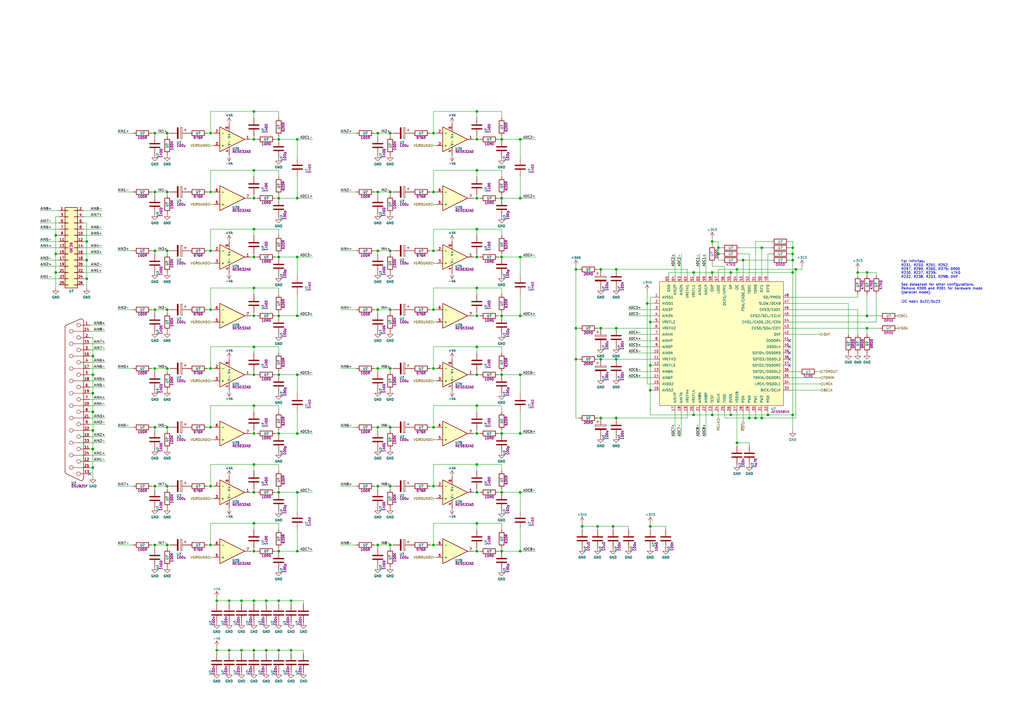
<source format=kicad_sch>
(kicad_sch (version 20211123) (generator eeschema)
  (paper "A3")
  (title_block (title "AD Converter") (date "29.4.2017") (rev "1.0.0") (company "auverdion"))
  (junction (at 154.94 78.74))
  (junction (at 325.12 104.14))
  (junction (at 195.58 57.15))
  (junction (at 160.02 54.61))
  (junction (at 195.58 93.98))
  (junction (at 109.22 266.7))
  (junction (at 355.6 111.76))
  (junction (at 104.14 226.06))
  (junction (at 104.14 266.7))
  (junction (at 177.8 199.39))
  (junction (at 63.5 175.26))
  (junction (at 88.9 246.38))
  (junction (at 252.73 110.49))
  (junction (at 307.34 171.45))
  (junction (at 213.36 177.8))
  (junction (at 309.88 171.45))
  (junction (at 121.92 81.28))
  (junction (at 104.14 105.41))
  (junction (at 213.36 129.54))
  (junction (at 86.36 151.13))
  (junction (at 38.1 176.53))
  (junction (at 236.22 134.62))
  (junction (at 154.94 175.26))
  (junction (at 266.7 149.86))
  (junction (at 177.8 223.52))
  (junction (at 195.58 105.41))
  (junction (at 104.14 214.63))
  (junction (at 22.86 96.52))
  (junction (at 160.02 223.52))
  (junction (at 213.36 81.28))
  (junction (at 195.58 69.85))
  (junction (at 205.74 201.93))
  (junction (at 251.46 215.9))
  (junction (at 114.3 153.67))
  (junction (at 104.14 246.38))
  (junction (at 63.5 102.87))
  (junction (at 86.36 78.74))
  (junction (at 177.8 127))
  (junction (at 114.3 226.06))
  (junction (at 177.8 78.74))
  (junction (at 114.3 81.28))
  (junction (at 205.74 226.06))
  (junction (at 355.6 134.62))
  (junction (at 121.92 153.67))
  (junction (at 205.74 129.54))
  (junction (at 245.11 215.9))
  (junction (at 246.38 147.32))
  (junction (at 35.56 114.3))
  (junction (at 302.26 181.61))
  (junction (at 114.3 246.38))
  (junction (at 99.06 266.7))
  (junction (at 63.5 199.39))
  (junction (at 104.14 177.8))
  (junction (at 160.02 127))
  (junction (at 114.3 57.15))
  (junction (at 326.39 110.49))
  (junction (at 355.6 129.54))
  (junction (at 195.58 201.93))
  (junction (at 312.42 101.6))
  (junction (at 38.1 168.91))
  (junction (at 195.58 177.8))
  (junction (at 205.74 57.15))
  (junction (at 104.14 81.28))
  (junction (at 154.94 102.87))
  (junction (at 86.36 102.87))
  (junction (at 154.94 223.52))
  (junction (at 121.92 129.54))
  (junction (at 104.14 69.85))
  (junction (at 154.94 127))
  (junction (at 213.36 57.15))
  (junction (at 104.14 166.37))
  (junction (at 68.58 151.13))
  (junction (at 195.58 45.72))
  (junction (at 195.58 214.63))
  (junction (at 63.5 54.61))
  (junction (at 68.58 199.39))
  (junction (at 38.1 161.29))
  (junction (at 93.98 266.7))
  (junction (at 195.58 81.28))
  (junction (at 195.58 166.37))
  (junction (at 205.74 153.67))
  (junction (at 22.86 111.76))
  (junction (at 38.1 184.15))
  (junction (at 213.36 153.67))
  (junction (at 119.38 246.38))
  (junction (at 205.74 81.28))
  (junction (at 312.42 171.45))
  (junction (at 99.06 246.38))
  (junction (at 104.14 129.54))
  (junction (at 325.12 106.68))
  (junction (at 63.5 223.52))
  (junction (at 93.98 246.38))
  (junction (at 154.94 151.13))
  (junction (at 213.36 226.06))
  (junction (at 104.14 142.24))
  (junction (at 121.92 105.41))
  (junction (at 104.14 57.15))
  (junction (at 246.38 171.45))
  (junction (at 292.1 170.18))
  (junction (at 195.58 190.5))
  (junction (at 104.14 118.11))
  (junction (at 86.36 175.26))
  (junction (at 177.8 151.13))
  (junction (at 252.73 134.62))
  (junction (at 325.12 170.18))
  (junction (at 68.58 78.74))
  (junction (at 121.92 177.8))
  (junction (at 121.92 226.06))
  (junction (at 195.58 118.11))
  (junction (at 104.14 45.72))
  (junction (at 63.5 151.13))
  (junction (at 195.58 142.24))
  (junction (at 114.3 266.7))
  (junction (at 35.56 106.68))
  (junction (at 195.58 129.54))
  (junction (at 160.02 175.26))
  (junction (at 292.1 111.76))
  (junction (at 177.8 102.87))
  (junction (at 38.1 153.67))
  (junction (at 266.7 215.9))
  (junction (at 114.3 177.8))
  (junction (at 104.14 190.5))
  (junction (at 213.36 105.41))
  (junction (at 304.8 106.68))
  (junction (at 86.36 127))
  (junction (at 195.58 153.67))
  (junction (at 325.12 101.6))
  (junction (at 63.5 127))
  (junction (at 236.22 110.49))
  (junction (at 68.58 175.26))
  (junction (at 154.94 54.61))
  (junction (at 38.1 146.05))
  (junction (at 246.38 134.62))
  (junction (at 160.02 151.13))
  (junction (at 325.12 111.76))
  (junction (at 63.5 78.74))
  (junction (at 160.02 199.39))
  (junction (at 195.58 226.06))
  (junction (at 205.74 177.8))
  (junction (at 104.14 201.93))
  (junction (at 294.64 104.14))
  (junction (at 205.74 105.41))
  (junction (at 86.36 199.39))
  (junction (at 160.02 102.87))
  (junction (at 68.58 102.87))
  (junction (at 266.7 132.08))
  (junction (at 213.36 201.93))
  (junction (at 351.79 111.76))
  (junction (at 104.14 93.98))
  (junction (at 114.3 105.41))
  (junction (at 154.94 199.39))
  (junction (at 177.8 54.61))
  (junction (at 266.7 160.02))
  (junction (at 86.36 223.52))
  (junction (at 284.48 170.18))
  (junction (at 292.1 99.06))
  (junction (at 265.43 124.46))
  (junction (at 68.58 223.52))
  (junction (at 302.26 110.49))
  (junction (at 68.58 127))
  (junction (at 38.1 191.77))
  (junction (at 86.36 54.61))
  (junction (at 109.22 246.38))
  (junction (at 294.64 101.6))
  (junction (at 246.38 110.49))
  (junction (at 88.9 266.7))
  (junction (at 252.73 171.45))
  (junction (at 35.56 99.06))
  (junction (at 121.92 57.15))
  (junction (at 299.72 111.76))
  (junction (at 299.72 170.18))
  (junction (at 177.8 175.26))
  (junction (at 236.22 147.32))
  (junction (at 114.3 129.54))
  (junction (at 160.02 78.74))
  (junction (at 68.58 54.61))
  (junction (at 104.14 153.67))
  (junction (at 284.48 111.76))
  (junction (at 314.96 170.18))
  (junction (at 119.38 266.7))
  (junction (at 252.73 147.32))
  (junction (at 238.76 215.9))
  (junction (at 22.86 104.14))
  (junction (at 121.92 201.93))
  (junction (at 114.3 201.93))
  (no_connect (at 323.85 139.7))
  (no_connect (at 323.85 144.78))
  (no_connect (at 323.85 142.24))
  (no_connect (at 323.85 149.86))
  (no_connect (at 36.83 194.31))
  (no_connect (at 323.85 147.32))
  (wire (pts (xy 121.92 153.67) (xy 128.27 153.67)))
  (wire (pts (xy 86.36 223.52) (xy 87.63 223.52)))
  (wire (pts (xy 146.05 78.74) (xy 139.7 78.74)))
  (wire (pts (xy 54.61 175.26) (xy 48.26 175.26)))
  (wire (pts (xy 312.42 101.6) (xy 303.53 101.6)))
  (wire (pts (xy 177.8 166.37) (xy 195.58 166.37)))
  (wire (pts (xy 316.23 99.06) (xy 309.88 99.06)))
  (wire (pts (xy 68.58 223.52) (xy 69.85 223.52)))
  (wire (pts (xy 303.53 104.14) (xy 307.34 104.14)))
  (wire (pts (xy 252.73 147.32) (xy 267.97 147.32)))
  (wire (pts (xy 355.6 120.65) (xy 355.6 129.54)))
  (wire (pts (xy 154.94 223.52) (xy 160.02 223.52)))
  (wire (pts (xy 34.29 99.06) (xy 35.56 99.06)))
  (wire (pts (xy 294.64 99.06) (xy 294.64 101.6)))
  (wire (pts (xy 114.3 190.5) (xy 114.3 193.04)))
  (wire (pts (xy 177.8 223.52) (xy 177.8 214.63)))
  (wire (pts (xy 63.5 151.13) (xy 68.58 151.13)))
  (wire (pts (xy 205.74 105.41) (xy 205.74 104.14)))
  (wire (pts (xy 205.74 226.06) (xy 205.74 224.79)))
  (wire (pts (xy 325.12 104.14) (xy 325.12 106.68)))
  (wire (pts (xy 114.3 153.67) (xy 114.3 152.4)))
  (wire (pts (xy 284.48 113.03) (xy 284.48 111.76)))
  (wire (pts (xy 154.94 175.26) (xy 160.02 175.26)))
  (wire (pts (xy 316.23 101.6) (xy 312.42 101.6)))
  (wire (pts (xy 252.73 134.62) (xy 267.97 134.62)))
  (wire (pts (xy 205.74 177.8) (xy 213.36 177.8)))
  (wire (pts (xy 43.18 143.51) (xy 36.83 143.51)))
  (wire (pts (xy 43.18 151.13) (xy 36.83 151.13)))
  (wire (pts (xy 154.94 102.87) (xy 154.94 104.14)))
  (wire (pts (xy 299.72 113.03) (xy 299.72 111.76)))
  (wire (pts (xy 35.56 106.68) (xy 35.56 114.3)))
  (wire (pts (xy 205.74 153.67) (xy 213.36 153.67)))
  (wire (pts (xy 114.3 129.54) (xy 121.92 129.54)))
  (wire (pts (xy 309.88 168.91) (xy 309.88 171.45)))
  (wire (pts (xy 86.36 54.61) (xy 87.63 54.61)))
  (wire (pts (xy 87.63 156.21) (xy 86.36 156.21)))
  (wire (pts (xy 205.74 214.63) (xy 205.74 217.17)))
  (wire (pts (xy 113.03 201.93) (xy 114.3 201.93)))
  (wire (pts (xy 195.58 176.53) (xy 195.58 177.8)))
  (wire (pts (xy 43.18 181.61) (xy 36.83 181.61)))
  (wire (pts (xy 104.14 214.63) (xy 104.14 217.17)))
  (wire (pts (xy 326.39 171.45) (xy 326.39 110.49)))
  (wire (pts (xy 22.86 88.9) (xy 22.86 96.52)))
  (wire (pts (xy 194.31 177.8) (xy 195.58 177.8)))
  (wire (pts (xy 154.94 54.61) (xy 154.94 55.88)))
  (wire (pts (xy 309.88 99.06) (xy 309.88 113.03)))
  (wire (pts (xy 86.36 78.74) (xy 87.63 78.74)))
  (wire (pts (xy 113.03 177.8) (xy 114.3 177.8)))
  (wire (pts (xy 205.74 81.28) (xy 213.36 81.28)))
  (wire (pts (xy 24.13 96.52) (xy 22.86 96.52)))
  (wire (pts (xy 267.97 137.16) (xy 257.81 137.16)))
  (wire (pts (xy 299.72 170.18) (xy 314.96 170.18)))
  (wire (pts (xy 160.02 127) (xy 161.29 127)))
  (wire (pts (xy 68.58 199.39) (xy 69.85 199.39)))
  (wire (pts (xy 63.5 151.13) (xy 63.5 152.4)))
  (wire (pts (xy 154.94 78.74) (xy 160.02 78.74)))
  (wire (pts (xy 323.85 152.4) (xy 327.66 152.4)))
  (wire (pts (xy 245.11 215.9) (xy 245.11 217.17)))
  (wire (pts (xy 99.06 246.38) (xy 104.14 246.38)))
  (wire (pts (xy 351.79 111.76) (xy 351.79 113.03)))
  (wire (pts (xy 93.98 266.7) (xy 99.06 266.7)))
  (wire (pts (xy 325.12 170.18) (xy 325.12 176.53)))
  (wire (pts (xy 104.14 81.28) (xy 105.41 81.28)))
  (wire (pts (xy 104.14 57.15) (xy 105.41 57.15)))
  (wire (pts (xy 213.36 201.93) (xy 213.36 209.55)))
  (wire (pts (xy 267.97 139.7) (xy 257.81 139.7)))
  (wire (pts (xy 303.53 106.68) (xy 304.8 106.68)))
  (wire (pts (xy 160.02 128.27) (xy 160.02 127)))
  (wire (pts (xy 292.1 170.18) (xy 299.72 170.18)))
  (wire (pts (xy 121.92 81.28) (xy 121.92 72.39)))
  (wire (pts (xy 359.41 132.08) (xy 323.85 132.08)))
  (wire (pts (xy 297.18 113.03) (xy 297.18 109.22)))
  (wire (pts (xy 68.58 151.13) (xy 69.85 151.13)))
  (wire (pts (xy 245.11 134.62) (xy 246.38 134.62)))
  (wire (pts (xy 119.38 266.7) (xy 119.38 267.97)))
  (wire (pts (xy 114.3 153.67) (xy 121.92 153.67)))
  (wire (pts (xy 266.7 149.86) (xy 266.7 160.02)))
  (wire (pts (xy 104.14 128.27) (xy 104.14 129.54)))
  (wire (pts (xy 62.23 127) (xy 63.5 127)))
  (wire (pts (xy 205.74 93.98) (xy 205.74 96.52)))
  (wire (pts (xy 205.74 201.93) (xy 213.36 201.93)))
  (wire (pts (xy 85.09 199.39) (xy 86.36 199.39)))
  (wire (pts (xy 43.18 171.45) (xy 36.83 171.45)))
  (wire (pts (xy 177.8 45.72) (xy 195.58 45.72)))
  (wire (pts (xy 121.92 129.54) (xy 128.27 129.54)))
  (wire (pts (xy 177.8 199.39) (xy 177.8 190.5)))
  (wire (pts (xy 205.74 81.28) (xy 205.74 80.01)))
  (wire (pts (xy 160.02 104.14) (xy 160.02 102.87)))
  (wire (pts (xy 355.6 134.62) (xy 355.6 137.16)))
  (wire (pts (xy 205.74 190.5) (xy 205.74 193.04)))
  (wire (pts (xy 121.92 81.28) (xy 128.27 81.28)))
  (wire (pts (xy 252.73 171.45) (xy 281.94 171.45)))
  (wire (pts (xy 153.67 199.39) (xy 154.94 199.39)))
  (wire (pts (xy 195.58 93.98) (xy 205.74 93.98)))
  (wire (pts (xy 245.11 171.45) (xy 246.38 171.45)))
  (wire (pts (xy 35.56 114.3) (xy 34.29 114.3)))
  (wire (pts (xy 195.58 152.4) (xy 195.58 153.67)))
  (wire (pts (xy 274.32 111.76) (xy 284.48 111.76)))
  (wire (pts (xy 43.18 135.89) (xy 36.83 135.89)))
  (wire (pts (xy 177.8 175.26) (xy 177.8 166.37)))
  (wire (pts (xy 34.29 101.6) (xy 41.91 101.6)))
  (wire (pts (xy 68.58 54.61) (xy 69.85 54.61)))
  (wire (pts (xy 179.07 83.82) (xy 177.8 83.82)))
  (wire (pts (xy 36.83 184.15) (xy 38.1 184.15)))
  (wire (pts (xy 323.85 121.92) (xy 351.79 121.92)))
  (wire (pts (xy 307.34 104.14) (xy 307.34 113.03)))
  (wire (pts (xy 114.3 57.15) (xy 114.3 55.88)))
  (wire (pts (xy 177.8 151.13) (xy 177.8 142.24)))
  (wire (pts (xy 194.31 201.93) (xy 195.58 201.93)))
  (wire (pts (xy 205.74 105.41) (xy 213.36 105.41)))
  (wire (pts (xy 114.3 57.15) (xy 121.92 57.15)))
  (wire (pts (xy 176.53 223.52) (xy 177.8 223.52)))
  (wire (pts (xy 121.92 57.15) (xy 121.92 64.77)))
  (wire (pts (xy 34.29 88.9) (xy 41.91 88.9)))
  (wire (pts (xy 85.09 175.26) (xy 86.36 175.26)))
  (wire (pts (xy 204.47 129.54) (xy 205.74 129.54)))
  (wire (pts (xy 22.86 111.76) (xy 24.13 111.76)))
  (wire (pts (xy 153.67 78.74) (xy 154.94 78.74)))
  (wire (pts (xy 63.5 223.52) (xy 68.58 223.52)))
  (wire (pts (xy 54.61 54.61) (xy 48.26 54.61)))
  (wire (pts (xy 323.85 134.62) (xy 355.6 134.62)))
  (wire (pts (xy 86.36 102.87) (xy 86.36 93.98)))
  (wire (pts (xy 323.85 157.48) (xy 336.55 157.48)))
  (wire (pts (xy 204.47 226.06) (xy 205.74 226.06)))
  (wire (pts (xy 195.58 224.79) (xy 195.58 226.06)))
  (wire (pts (xy 24.13 114.3) (xy 16.51 114.3)))
  (wire (pts (xy 292.1 170.18) (xy 292.1 168.91)))
  (wire (pts (xy 62.23 78.74) (xy 63.5 78.74)))
  (wire (pts (xy 88.9 246.38) (xy 93.98 246.38)))
  (wire (pts (xy 86.36 214.63) (xy 104.14 214.63)))
  (wire (pts (xy 213.36 129.54) (xy 213.36 120.65)))
  (wire (pts (xy 104.14 166.37) (xy 114.3 166.37)))
  (wire (pts (xy 266.7 215.9) (xy 266.7 217.17)))
  (wire (pts (xy 114.3 69.85) (xy 114.3 72.39)))
  (wire (pts (xy 104.14 105.41) (xy 105.41 105.41)))
  (wire (pts (xy 104.14 118.11) (xy 104.14 120.65)))
  (wire (pts (xy 359.41 120.65) (xy 359.41 132.08)))
  (wire (pts (xy 267.97 152.4) (xy 257.81 152.4)))
  (wire (pts (xy 104.14 69.85) (xy 114.3 69.85)))
  (wire (pts (xy 154.94 223.52) (xy 154.94 224.79)))
  (wire (pts (xy 205.74 45.72) (xy 205.74 48.26)))
  (wire (pts (xy 294.64 106.68) (xy 295.91 106.68)))
  (wire (pts (xy 195.58 166.37) (xy 195.58 168.91)))
  (wire (pts (xy 195.58 129.54) (xy 196.85 129.54)))
  (wire (pts (xy 63.5 127) (xy 63.5 128.27)))
  (wire (pts (xy 24.13 91.44) (xy 16.51 91.44)))
  (wire (pts (xy 113.03 153.67) (xy 114.3 153.67)))
  (wire (pts (xy 68.58 102.87) (xy 69.85 102.87)))
  (wire (pts (xy 24.13 109.22) (xy 16.51 109.22)))
  (wire (pts (xy 236.22 134.62) (xy 237.49 134.62)))
  (wire (pts (xy 213.36 57.15) (xy 213.36 64.77)))
  (wire (pts (xy 292.1 113.03) (xy 292.1 111.76)))
  (wire (pts (xy 38.1 161.29) (xy 38.1 168.91)))
  (wire (pts (xy 104.14 69.85) (xy 104.14 72.39)))
  (wire (pts (xy 251.46 215.9) (xy 257.81 215.9)))
  (wire (pts (xy 265.43 124.46) (xy 267.97 124.46)))
  (wire (pts (xy 323.85 160.02) (xy 336.55 160.02)))
  (wire (pts (xy 86.36 118.11) (xy 104.14 118.11)))
  (wire (pts (xy 294.64 99.06) (xy 292.1 99.06)))
  (wire (pts (xy 245.11 110.49) (xy 246.38 110.49)))
  (wire (pts (xy 195.58 177.8) (xy 196.85 177.8)))
  (wire (pts (xy 38.1 191.77) (xy 36.83 191.77)))
  (wire (pts (xy 177.8 69.85) (xy 195.58 69.85)))
  (wire (pts (xy 104.14 224.79) (xy 104.14 226.06)))
  (wire (pts (xy 314.96 168.91) (xy 314.96 170.18)))
  (wire (pts (xy 194.31 105.41) (xy 195.58 105.41)))
  (wire (pts (xy 177.8 223.52) (xy 179.07 223.52)))
  (wire (pts (xy 86.36 166.37) (xy 104.14 166.37)))
  (wire (pts (xy 177.8 199.39) (xy 179.07 199.39)))
  (wire (pts (xy 154.94 151.13) (xy 154.94 152.4)))
  (wire (pts (xy 195.58 93.98) (xy 195.58 96.52)))
  (wire (pts (xy 179.07 180.34) (xy 177.8 180.34)))
  (wire (pts (xy 179.07 59.69) (xy 177.8 59.69)))
  (wire (pts (xy 62.23 54.61) (xy 63.5 54.61)))
  (wire (pts (xy 22.86 96.52) (xy 22.86 104.14)))
  (wire (pts (xy 86.36 93.98) (xy 104.14 93.98)))
  (wire (pts (xy 266.7 121.92) (xy 266.7 132.08)))
  (wire (pts (xy 114.3 266.7) (xy 114.3 267.97)))
  (wire (pts (xy 114.3 214.63) (xy 114.3 217.17)))
  (wire (pts (xy 195.58 81.28) (xy 196.85 81.28)))
  (wire (pts (xy 38.1 184.15) (xy 38.1 191.77)))
  (wire (pts (xy 238.76 215.9) (xy 238.76 217.17)))
  (wire (pts (xy 355.6 111.76) (xy 355.6 113.03)))
  (wire (pts (xy 121.92 201.93) (xy 121.92 209.55)))
  (wire (pts (xy 104.14 152.4) (xy 104.14 153.67)))
  (wire (pts (xy 304.8 172.72) (xy 304.8 168.91)))
  (wire (pts (xy 113.03 105.41) (xy 114.3 105.41)))
  (wire (pts (xy 213.36 129.54) (xy 219.71 129.54)))
  (wire (pts (xy 113.03 226.06) (xy 114.3 226.06)))
  (wire (pts (xy 114.3 201.93) (xy 121.92 201.93)))
  (wire (pts (xy 297.18 168.91) (xy 297.18 171.45)))
  (wire (pts (xy 114.3 142.24) (xy 114.3 144.78)))
  (wire (pts (xy 153.67 127) (xy 154.94 127)))
  (wire (pts (xy 195.58 45.72) (xy 205.74 45.72)))
  (wire (pts (xy 54.61 223.52) (xy 48.26 223.52)))
  (wire (pts (xy 246.38 110.49) (xy 252.73 110.49)))
  (wire (pts (xy 195.58 69.85) (xy 195.58 72.39)))
  (wire (pts (xy 307.34 168.91) (xy 307.34 171.45)))
  (wire (pts (xy 177.8 175.26) (xy 179.07 175.26)))
  (wire (pts (xy 114.3 166.37) (xy 114.3 168.91)))
  (wire (pts (xy 236.22 134.62) (xy 236.22 147.32)))
  (wire (pts (xy 351.79 121.92) (xy 351.79 120.65)))
  (wire (pts (xy 246.38 171.45) (xy 252.73 171.45)))
  (wire (pts (xy 251.46 215.9) (xy 251.46 217.17)))
  (wire (pts (xy 63.5 175.26) (xy 63.5 176.53)))
  (wire (pts (xy 195.58 118.11) (xy 195.58 120.65)))
  (wire (pts (xy 323.85 127) (xy 351.79 127)))
  (wire (pts (xy 160.02 200.66) (xy 160.02 199.39)))
  (wire (pts (xy 34.29 109.22) (xy 41.91 109.22)))
  (wire (pts (xy 86.36 69.85) (xy 104.14 69.85)))
  (wire (pts (xy 176.53 151.13) (xy 177.8 151.13)))
  (wire (pts (xy 153.67 175.26) (xy 154.94 175.26)))
  (wire (pts (xy 121.92 57.15) (xy 128.27 57.15)))
  (wire (pts (xy 194.31 153.67) (xy 195.58 153.67)))
  (wire (pts (xy 113.03 129.54) (xy 114.3 129.54)))
  (wire (pts (xy 284.48 111.76) (xy 292.1 111.76)))
  (wire (pts (xy 43.18 189.23) (xy 36.83 189.23)))
  (wire (pts (xy 104.14 166.37) (xy 104.14 168.91)))
  (wire (pts (xy 195.58 200.66) (xy 195.58 201.93)))
  (wire (pts (xy 43.18 166.37) (xy 36.83 166.37)))
  (wire (pts (xy 323.85 101.6) (xy 325.12 101.6)))
  (wire (pts (xy 85.09 78.74) (xy 86.36 78.74)))
  (wire (pts (xy 113.03 57.15) (xy 114.3 57.15)))
  (wire (pts (xy 284.48 170.18) (xy 292.1 170.18)))
  (wire (pts (xy 114.3 93.98) (xy 114.3 96.52)))
  (wire (pts (xy 102.87 177.8) (xy 104.14 177.8)))
  (wire (pts (xy 238.76 214.63) (xy 238.76 215.9)))
  (wire (pts (xy 43.18 158.75) (xy 36.83 158.75)))
  (wire (pts (xy 88.9 265.43) (xy 88.9 266.7)))
  (wire (pts (xy 179.07 228.6) (xy 177.8 228.6)))
  (wire (pts (xy 177.8 54.61) (xy 179.07 54.61)))
  (wire (pts (xy 195.58 55.88) (xy 195.58 57.15)))
  (wire (pts (xy 294.64 104.14) (xy 294.64 106.68)))
  (wire (pts (xy 114.3 118.11) (xy 114.3 120.65)))
  (wire (pts (xy 195.58 166.37) (xy 205.74 166.37)))
  (wire (pts (xy 99.06 266.7) (xy 104.14 266.7)))
  (wire (pts (xy 177.8 102.87) (xy 177.8 93.98)))
  (wire (pts (xy 114.3 226.06) (xy 114.3 224.79)))
  (wire (pts (xy 204.47 177.8) (xy 205.74 177.8)))
  (wire (pts (xy 62.23 223.52) (xy 63.5 223.52)))
  (wire (pts (xy 176.53 78.74) (xy 177.8 78.74)))
  (wire (pts (xy 281.94 171.45) (xy 281.94 168.91)))
  (wire (pts (xy 104.14 118.11) (xy 114.3 118.11)))
  (wire (pts (xy 238.76 215.9) (xy 245.11 215.9)))
  (wire (pts (xy 177.8 127) (xy 179.07 127)))
  (wire (pts (xy 114.3 81.28) (xy 121.92 81.28)))
  (wire (pts (xy 104.14 246.38) (xy 104.14 247.65)))
  (wire (pts (xy 121.92 201.93) (xy 128.27 201.93)))
  (wire (pts (xy 38.1 146.05) (xy 38.1 153.67)))
  (wire (pts (xy 177.8 78.74) (xy 177.8 69.85)))
  (wire (pts (xy 213.36 201.93) (xy 219.71 201.93)))
  (wire (pts (xy 104.14 214.63) (xy 114.3 214.63)))
  (wire (pts (xy 295.91 101.6) (xy 294.64 101.6)))
  (wire (pts (xy 102.87 201.93) (xy 104.14 201.93)))
  (wire (pts (xy 154.94 102.87) (xy 160.02 102.87)))
  (wire (pts (xy 160.02 176.53) (xy 160.02 175.26)))
  (wire (pts (xy 213.36 177.8) (xy 213.36 168.91)))
  (wire (pts (xy 63.5 102.87) (xy 63.5 104.14)))
  (wire (pts (xy 307.34 171.45) (xy 309.88 171.45)))
  (wire (pts (xy 355.6 111.76) (xy 359.41 111.76)))
  (wire (pts (xy 351.79 127) (xy 351.79 137.16)))
  (wire (pts (xy 299.72 111.76) (xy 325.12 111.76)))
  (wire (pts (xy 266.7 160.02) (xy 267.97 160.02)))
  (wire (pts (xy 87.63 180.34) (xy 86.36 180.34)))
  (wire (pts (xy 62.23 175.26) (xy 63.5 175.26)))
  (wire (pts (xy 24.13 101.6) (xy 16.51 101.6)))
  (wire (pts (xy 205.74 153.67) (xy 205.74 152.4)))
  (wire (pts (xy 195.58 201.93) (xy 196.85 201.93)))
  (wire (pts (xy 104.14 129.54) (xy 105.41 129.54)))
  (wire (pts (xy 63.5 199.39) (xy 68.58 199.39)))
  (wire (pts (xy 205.74 177.8) (xy 205.74 176.53)))
  (wire (pts (xy 86.36 45.72) (xy 104.14 45.72)))
  (wire (pts (xy 279.4 168.91) (xy 279.4 179.07)))
  (wire (pts (xy 87.63 83.82) (xy 86.36 83.82)))
  (wire (pts (xy 237.49 110.49) (xy 236.22 110.49)))
  (wire (pts (xy 34.29 106.68) (xy 35.56 106.68)))
  (wire (pts (xy 104.14 153.67) (xy 105.41 153.67)))
  (wire (pts (xy 273.05 217.17) (xy 273.05 215.9)))
  (wire (pts (xy 204.47 201.93) (xy 205.74 201.93)))
  (wire (pts (xy 104.14 104.14) (xy 104.14 105.41)))
  (wire (pts (xy 359.41 111.76) (xy 359.41 113.03)))
  (wire (pts (xy 195.58 190.5) (xy 195.58 193.04)))
  (wire (pts (xy 86.36 190.5) (xy 104.14 190.5)))
  (wire (pts (xy 34.29 111.76) (xy 41.91 111.76)))
  (wire (pts (xy 63.5 54.61) (xy 63.5 55.88)))
  (wire (pts (xy 297.18 109.22) (xy 292.1 109.22)))
  (wire (pts (xy 109.22 266.7) (xy 109.22 267.97)))
  (wire (pts (xy 205.74 57.15) (xy 213.36 57.15)))
  (wire (pts (xy 177.8 118.11) (xy 195.58 118.11)))
  (wire (pts (xy 153.67 54.61) (xy 154.94 54.61)))
  (wire (pts (xy 194.31 57.15) (xy 195.58 57.15)))
  (wire (pts (xy 304.8 106.68) (xy 316.23 106.68)))
  (wire (pts (xy 85.09 151.13) (xy 86.36 151.13)))
  (wire (pts (xy 267.97 132.08) (xy 266.7 132.08)))
  (wire (pts (xy 43.18 148.59) (xy 36.83 148.59)))
  (wire (pts (xy 68.58 78.74) (xy 69.85 78.74)))
  (wire (pts (xy 114.3 246.38) (xy 114.3 247.65)))
  (wire (pts (xy 302.26 110.49) (xy 326.39 110.49)))
  (wire (pts (xy 146.05 102.87) (xy 139.7 102.87)))
  (wire (pts (xy 213.36 153.67) (xy 219.71 153.67)))
  (wire (pts (xy 114.3 129.54) (xy 114.3 128.27)))
  (wire (pts (xy 160.02 54.61) (xy 161.29 54.61)))
  (wire (pts (xy 267.97 154.94) (xy 257.81 154.94)))
  (wire (pts (xy 265.43 157.48) (xy 267.97 157.48)))
  (wire (pts (xy 146.05 127) (xy 139.7 127)))
  (wire (pts (xy 195.58 69.85) (xy 205.74 69.85)))
  (wire (pts (xy 88.9 266.7) (xy 93.98 266.7)))
  (wire (pts (xy 266.7 132.08) (xy 266.7 149.86)))
  (wire (pts (xy 160.02 152.4) (xy 160.02 151.13)))
  (wire (pts (xy 213.36 226.06) (xy 219.71 226.06)))
  (wire (pts (xy 86.36 78.74) (xy 86.36 69.85)))
  (wire (pts (xy 213.36 105.41) (xy 213.36 113.03)))
  (wire (pts (xy 287.02 113.03) (xy 287.02 104.14)))
  (wire (pts (xy 195.58 57.15) (xy 196.85 57.15)))
  (wire (pts (xy 294.64 110.49) (xy 294.64 113.03)))
  (wire (pts (xy 289.56 113.03) (xy 289.56 104.14)))
  (wire (pts (xy 36.83 146.05) (xy 38.1 146.05)))
  (wire (pts (xy 312.42 171.45) (xy 326.39 171.45)))
  (wire (pts (xy 87.63 228.6) (xy 86.36 228.6)))
  (wire (pts (xy 267.97 144.78) (xy 257.81 144.78)))
  (wire (pts (xy 265.43 119.38) (xy 265.43 124.46)))
  (wire (pts (xy 87.63 59.69) (xy 86.36 59.69)))
  (wire (pts (xy 102.87 57.15) (xy 104.14 57.15)))
  (wire (pts (xy 68.58 175.26) (xy 69.85 175.26)))
  (wire (pts (xy 267.97 129.54) (xy 257.81 129.54)))
  (wire (pts (xy 265.43 124.46) (xy 265.43 157.48)))
  (wire (pts (xy 87.63 132.08) (xy 86.36 132.08)))
  (wire (pts (xy 68.58 127) (xy 69.85 127)))
  (wire (pts (xy 347.98 124.46) (xy 347.98 137.16)))
  (wire (pts (xy 328.93 110.49) (xy 328.93 109.22)))
  (wire (pts (xy 325.12 99.06) (xy 325.12 101.6)))
  (wire (pts (xy 88.9 245.11) (xy 88.9 246.38)))
  (wire (pts (xy 34.29 96.52) (xy 41.91 96.52)))
  (wire (pts (xy 24.13 99.06) (xy 16.51 99.06)))
  (wire (pts (xy 68.58 200.66) (xy 68.58 199.39)))
  (wire (pts (xy 177.8 93.98) (xy 195.58 93.98)))
  (wire (pts (xy 114.3 201.93) (xy 114.3 200.66)))
  (wire (pts (xy 86.36 199.39) (xy 87.63 199.39)))
  (wire (pts (xy 104.14 200.66) (xy 104.14 201.93)))
  (wire (pts (xy 177.8 190.5) (xy 195.58 190.5)))
  (wire (pts (xy 323.85 137.16) (xy 336.55 137.16)))
  (wire (pts (xy 24.13 88.9) (xy 22.86 88.9)))
  (wire (pts (xy 24.13 104.14) (xy 22.86 104.14)))
  (wire (pts (xy 104.14 201.93) (xy 105.41 201.93)))
  (wire (pts (xy 302.26 181.61) (xy 302.26 182.88)))
  (wire (pts (xy 102.87 105.41) (xy 104.14 105.41)))
  (wire (pts (xy 104.14 142.24) (xy 104.14 144.78)))
  (wire (pts (xy 146.05 223.52) (xy 139.7 223.52)))
  (wire (pts (xy 195.58 214.63) (xy 195.58 217.17)))
  (wire (pts (xy 35.56 91.44) (xy 35.56 99.06)))
  (wire (pts (xy 205.74 226.06) (xy 213.36 226.06)))
  (wire (pts (xy 114.3 81.28) (xy 114.3 80.01)))
  (wire (pts (xy 267.97 149.86) (xy 266.7 149.86)))
  (wire (pts (xy 299.72 168.91) (xy 299.72 170.18)))
  (wire (pts (xy 245.11 147.32) (xy 246.38 147.32)))
  (wire (pts (xy 43.18 140.97) (xy 36.83 140.97)))
  (wire (pts (xy 104.14 45.72) (xy 104.14 48.26)))
  (wire (pts (xy 121.92 226.06) (xy 128.27 226.06)))
  (wire (pts (xy 86.36 223.52) (xy 86.36 214.63)))
  (wire (pts (xy 351.79 110.49) (xy 351.79 111.76)))
  (wire (pts (xy 114.3 45.72) (xy 114.3 48.26)))
  (wire (pts (xy 160.02 223.52) (xy 161.29 223.52)))
  (wire (pts (xy 245.11 215.9) (xy 251.46 215.9)))
  (wire (pts (xy 54.61 199.39) (xy 48.26 199.39)))
  (wire (pts (xy 54.61 78.74) (xy 48.26 78.74)))
  (wire (pts (xy 68.58 80.01) (xy 68.58 78.74)))
  (wire (pts (xy 179.07 156.21) (xy 177.8 156.21)))
  (wire (pts (xy 176.53 102.87) (xy 177.8 102.87)))
  (wire (pts (xy 195.58 153.67) (xy 196.85 153.67)))
  (wire (pts (xy 179.07 204.47) (xy 177.8 204.47)))
  (wire (pts (xy 38.1 176.53) (xy 38.1 184.15)))
  (wire (pts (xy 93.98 246.38) (xy 99.06 246.38)))
  (wire (pts (xy 109.22 246.38) (xy 114.3 246.38)))
  (wire (pts (xy 355.6 134.62) (xy 360.68 134.62)))
  (wire (pts (xy 63.5 127) (xy 68.58 127)))
  (wire (pts (xy 292.1 99.06) (xy 292.1 100.33)))
  (wire (pts (xy 205.74 118.11) (xy 205.74 120.65)))
  (wire (pts (xy 266.7 214.63) (xy 266.7 215.9)))
  (wire (pts (xy 85.09 127) (xy 86.36 127)))
  (wire (pts (xy 63.5 78.74) (xy 63.5 80.01)))
  (wire (pts (xy 205.74 166.37) (xy 205.74 168.91)))
  (wire (pts (xy 205.74 57.15) (xy 205.74 55.88)))
  (wire (pts (xy 194.31 129.54) (xy 195.58 129.54)))
  (wire (pts (xy 205.74 129.54) (xy 205.74 128.27)))
  (wire (pts (xy 289.56 168.91) (xy 289.56 179.07)))
  (wire (pts (xy 294.64 171.45) (xy 294.64 168.91)))
  (wire (pts (xy 86.36 142.24) (xy 104.14 142.24)))
  (wire (pts (xy 314.96 104.14) (xy 314.96 113.03)))
  (wire (pts (xy 281.94 110.49) (xy 281.94 113.03)))
  (wire (pts (xy 36.83 168.91) (xy 38.1 168.91)))
  (wire (pts (xy 195.58 190.5) (xy 205.74 190.5)))
  (wire (pts (xy 104.14 266.7) (xy 109.22 266.7)))
  (wire (pts (xy 35.56 99.06) (xy 35.56 106.68)))
  (wire (pts (xy 104.14 177.8) (xy 105.41 177.8)))
  (wire (pts (xy 93.98 266.7) (xy 93.98 267.97)))
  (wire (pts (xy 86.36 102.87) (xy 87.63 102.87)))
  (wire (pts (xy 36.83 161.29) (xy 38.1 161.29)))
  (wire (pts (xy 195.58 128.27) (xy 195.58 129.54)))
  (wire (pts (xy 204.47 57.15) (xy 205.74 57.15)))
  (wire (pts (xy 86.36 54.61) (xy 86.36 45.72)))
  (wire (pts (xy 62.23 151.13) (xy 63.5 151.13)))
  (wire (pts (xy 294.64 110.49) (xy 302.26 110.49)))
  (wire (pts (xy 63.5 78.74) (xy 68.58 78.74)))
  (wire (pts (xy 104.14 45.72) (xy 114.3 45.72)))
  (wire (pts (xy 195.58 45.72) (xy 195.58 48.26)))
  (wire (pts (xy 34.29 104.14) (xy 41.91 104.14)))
  (wire (pts (xy 302.26 113.03) (xy 302.26 110.49)))
  (wire (pts (xy 153.67 102.87) (xy 154.94 102.87)))
  (wire (pts (xy 146.05 199.39) (xy 139.7 199.39)))
  (wire (pts (xy 63.5 54.61) (xy 68.58 54.61)))
  (wire (pts (xy 43.18 186.69) (xy 36.83 186.69)))
  (wire (pts (xy 312.42 168.91) (xy 312.42 171.45)))
  (wire (pts (xy 34.29 91.44) (xy 35.56 91.44)))
  (wire (pts (xy 194.31 81.28) (xy 195.58 81.28)))
  (wire (pts (xy 36.83 138.43) (xy 38.1 138.43)))
  (wire (pts (xy 267.97 121.92) (xy 266.7 121.92)))
  (wire (pts (xy 276.86 168.91) (xy 276.86 179.07)))
  (wire (pts (xy 176.53 54.61) (xy 177.8 54.61)))
  (wire (pts (xy 114.3 226.06) (xy 121.92 226.06)))
  (wire (pts (xy 154.94 199.39) (xy 154.94 200.66)))
  (wire (pts (xy 104.14 246.38) (xy 109.22 246.38)))
  (wire (pts (xy 179.07 132.08) (xy 177.8 132.08)))
  (wire (pts (xy 176.53 175.26) (xy 177.8 175.26)))
  (wire (pts (xy 309.88 171.45) (xy 312.42 171.45)))
  (wire (pts (xy 276.86 113.03) (xy 276.86 104.14)))
  (wire (pts (xy 88.9 246.38) (xy 88.9 247.65)))
  (wire (pts (xy 176.53 127) (xy 177.8 127)))
  (wire (pts (xy 325.12 111.76) (xy 325.12 170.18)))
  (wire (pts (xy 160.02 78.74) (xy 161.29 78.74)))
  (wire (pts (xy 86.36 175.26) (xy 87.63 175.26)))
  (wire (pts (xy 195.58 142.24) (xy 195.58 144.78)))
  (wire (pts (xy 146.05 54.61) (xy 139.7 54.61)))
  (wire (pts (xy 195.58 226.06) (xy 196.85 226.06)))
  (wire (pts (xy 114.3 177.8) (xy 114.3 176.53)))
  (wire (pts (xy 38.1 153.67) (xy 38.1 161.29)))
  (wire (pts (xy 62.23 102.87) (xy 63.5 102.87)))
  (wire (pts (xy 86.36 127) (xy 87.63 127)))
  (wire (pts (xy 236.22 147.32) (xy 237.49 147.32)))
  (wire (pts (xy 63.5 175.26) (xy 68.58 175.26)))
  (wire (pts (xy 284.48 168.91) (xy 284.48 170.18)))
  (wire (pts (xy 213.36 105.41) (xy 219.71 105.41)))
  (wire (pts (xy 213.36 57.15) (xy 219.71 57.15)))
  (wire (pts (xy 24.13 86.36) (xy 16.51 86.36)))
  (wire (pts (xy 121.92 153.67) (xy 121.92 161.29)))
  (wire (pts (xy 34.29 86.36) (xy 41.91 86.36)))
  (wire (pts (xy 43.18 173.99) (xy 36.83 173.99)))
  (wire (pts (xy 85.09 54.61) (xy 86.36 54.61)))
  (wire (pts (xy 24.13 106.68) (xy 16.51 106.68)))
  (wire (pts (xy 121.92 105.41) (xy 121.92 113.03)))
  (wire (pts (xy 195.58 105.41) (xy 196.85 105.41)))
  (wire (pts (xy 104.14 190.5) (xy 104.14 193.04)))
  (wire (pts (xy 119.38 246.38) (xy 119.38 247.65)))
  (wire (pts (xy 114.3 246.38) (xy 119.38 246.38)))
  (wire (pts (xy 113.03 81.28) (xy 114.3 81.28)))
  (wire (pts (xy 213.36 81.28) (xy 213.36 72.39)))
  (wire (pts (xy 102.87 226.06) (xy 104.14 226.06)))
  (wire (pts (xy 153.67 223.52) (xy 154.94 223.52)))
  (wire (pts (xy 68.58 128.27) (xy 68.58 127)))
  (wire (pts (xy 274.32 113.03) (xy 274.32 111.76)))
  (wire (pts (xy 146.05 151.13) (xy 139.7 151.13)))
  (wire (pts (xy 267.97 142.24) (xy 257.81 142.24)))
  (wire (pts (xy 236.22 110.49) (xy 236.22 134.62)))
  (wire (pts (xy 104.14 226.06) (xy 105.41 226.06)))
  (wire (pts (xy 36.83 153.67) (xy 38.1 153.67)))
  (wire (pts (xy 38.1 138.43) (xy 38.1 146.05)))
  (wire (pts (xy 88.9 266.7) (xy 88.9 267.97)))
  (wire (pts (xy 86.36 151.13) (xy 87.63 151.13)))
  (wire (pts (xy 335.28 152.4) (xy 336.55 152.4)))
  (wire (pts (xy 314.96 170.18) (xy 325.12 170.18)))
  (wire (pts (xy 62.23 199.39) (xy 63.5 199.39)))
  (wire (pts (xy 104.14 93.98) (xy 104.14 96.52)))
  (wire (pts (xy 294.64 104.14) (xy 295.91 104.14)))
  (wire (pts (xy 292.1 97.79) (xy 292.1 99.06)))
  (wire (pts (xy 292.1 111.76) (xy 299.72 111.76)))
  (wire (pts (xy 86.36 127) (xy 86.36 118.11)))
  (wire (pts (xy 104.14 93.98) (xy 114.3 93.98)))
  (wire (pts (xy 86.36 199.39) (xy 86.36 190.5)))
  (wire (pts (xy 63.5 223.52) (xy 63.5 224.79)))
  (wire (pts (xy 312.42 113.03) (xy 312.42 101.6)))
  (wire (pts (xy 99.06 266.7) (xy 99.06 267.97)))
  (wire (pts (xy 104.14 266.7) (xy 104.14 267.97)))
  (wire (pts (xy 294.64 101.6) (xy 294.64 104.14)))
  (wire (pts (xy 154.94 151.13) (xy 160.02 151.13)))
  (wire (pts (xy 68.58 224.79) (xy 68.58 223.52)))
  (wire (pts (xy 87.63 204.47) (xy 86.36 204.47)))
  (wire (pts (xy 109.22 266.7) (xy 114.3 266.7)))
  (wire (pts (xy 205.74 69.85) (xy 205.74 72.39)))
  (wire (pts (xy 307.34 182.88) (xy 307.34 181.61)))
  (wire (pts (xy 195.58 118.11) (xy 205.74 118.11)))
  (wire (pts (xy 63.5 102.87) (xy 68.58 102.87)))
  (wire (pts (xy 102.87 129.54) (xy 104.14 129.54)))
  (wire (pts (xy 292.1 109.22) (xy 292.1 107.95)))
  (wire (pts (xy 154.94 78.74) (xy 154.94 80.01)))
  (wire (pts (xy 213.36 81.28) (xy 219.71 81.28)))
  (wire (pts (xy 102.87 81.28) (xy 104.14 81.28)))
  (wire (pts (xy 195.58 214.63) (xy 205.74 214.63)))
  (wire (pts (xy 267.97 127) (xy 257.81 127)))
  (wire (pts (xy 205.74 142.24) (xy 205.74 144.78)))
  (wire (pts (xy 24.13 93.98) (xy 16.51 93.98)))
  (wire (pts (xy 160.02 175.26) (xy 161.29 175.26)))
  (wire (pts (xy 99.06 246.38) (xy 99.06 247.65)))
  (wire (pts (xy 160.02 102.87) (xy 161.29 102.87)))
  (wire (pts (xy 68.58 152.4) (xy 68.58 151.13)))
  (wire (pts (xy 63.5 199.39) (xy 63.5 200.66)))
  (wire (pts (xy 177.8 102.87) (xy 179.07 102.87)))
  (wire (pts (xy 146.05 175.26) (xy 139.7 175.26)))
  (wire (pts (xy 154.94 175.26) (xy 154.94 176.53)))
  (wire (pts (xy 176.53 199.39) (xy 177.8 199.39)))
  (wire (pts (xy 43.18 133.35) (xy 36.83 133.35)))
  (wire (pts (xy 195.58 142.24) (xy 205.74 142.24)))
  (wire (pts (xy 323.85 104.14) (xy 325.12 104.14)))
  (wire (pts (xy 68.58 55.88) (xy 68.58 54.61)))
  (wire (pts (xy 85.09 223.52) (xy 86.36 223.52)))
  (wire (pts (xy 43.18 156.21) (xy 36.83 156.21)))
  (wire (pts (xy 325.12 106.68) (xy 325.12 111.76)))
  (wire (pts (xy 194.31 226.06) (xy 195.58 226.06)))
  (wire (pts (xy 213.36 177.8) (xy 219.71 177.8)))
  (wire (pts (xy 119.38 266.7) (xy 124.46 266.7)))
  (wire (pts (xy 355.6 129.54) (xy 360.68 129.54)))
  (wire (pts (xy 325.12 101.6) (xy 325.12 104.14)))
  (wire (pts (xy 160.02 199.39) (xy 161.29 199.39)))
  (wire (pts (xy 213.36 153.67) (xy 213.36 161.29)))
  (wire (pts (xy 160.02 224.79) (xy 160.02 223.52)))
  (wire (pts (xy 302.26 168.91) (xy 302.26 181.61)))
  (wire (pts (xy 213.36 226.06) (xy 213.36 217.17)))
  (wire (pts (xy 195.58 80.01) (xy 195.58 81.28)))
  (wire (pts (xy 104.14 55.88) (xy 104.14 57.15)))
  (wire (pts (xy 273.05 215.9) (xy 266.7 215.9)))
  (wire (pts (xy 160.02 80.01) (xy 160.02 78.74)))
  (wire (pts (xy 114.3 105.41) (xy 121.92 105.41)))
  (wire (pts (xy 22.86 104.14) (xy 22.86 111.76)))
  (wire (pts (xy 323.85 129.54) (xy 355.6 129.54)))
  (wire (pts (xy 121.92 226.06) (xy 121.92 217.17)))
  (wire (pts (xy 323.85 99.06) (xy 325.12 99.06)))
  (wire (pts (xy 252.73 110.49) (xy 281.94 110.49)))
  (wire (pts (xy 54.61 102.87) (xy 48.26 102.87)))
  (wire (pts (xy 179.07 107.95) (xy 177.8 107.95)))
  (wire (pts (xy 114.3 266.7) (xy 119.38 266.7)))
  (wire (pts (xy 86.36 175.26) (xy 86.36 166.37)))
  (wire (pts (xy 124.46 266.7) (xy 124.46 267.97)))
  (wire (pts (xy 36.83 176.53) (xy 38.1 176.53)))
  (wire (pts (xy 177.8 127) (xy 177.8 118.11)))
  (wire (pts (xy 287.02 168.91) (xy 287.02 179.07)))
  (wire (pts (xy 204.47 105.41) (xy 205.74 105.41)))
  (wire (pts (xy 154.94 199.39) (xy 160.02 199.39)))
  (wire (pts (xy 38.1 191.77) (xy 38.1 195.58)))
  (wire (pts (xy 119.38 246.38) (xy 124.46 246.38)))
  (wire (pts (xy 246.38 147.32) (xy 252.73 147.32)))
  (wire (pts (xy 160.02 151.13) (xy 161.29 151.13)))
  (wire (pts (xy 266.7 160.02) (xy 266.7 170.18)))
  (wire (pts (xy 121.92 105.41) (xy 128.27 105.41)))
  (wire (pts (xy 93.98 246.38) (xy 93.98 247.65)))
  (wire (pts (xy 85.09 102.87) (xy 86.36 102.87)))
  (wire (pts (xy 204.47 153.67) (xy 205.74 153.67)))
  (wire (pts (xy 154.94 127) (xy 154.94 128.27)))
  (wire (pts (xy 177.8 151.13) (xy 179.07 151.13)))
  (wire (pts (xy 195.58 104.14) (xy 195.58 105.41)))
  (wire (pts (xy 177.8 78.74) (xy 179.07 78.74)))
  (wire (pts (xy 323.85 154.94) (xy 336.55 154.94)))
  (wire (pts (xy 236.22 171.45) (xy 237.49 171.45)))
  (wire (pts (xy 236.22 109.22) (xy 236.22 110.49)))
  (wire (pts (xy 35.56 114.3) (xy 35.56 118.11)))
  (wire (pts (xy 351.79 111.76) (xy 355.6 111.76)))
  (wire (pts (xy 307.34 181.61) (xy 302.26 181.61)))
  (wire (pts (xy 104.14 142.24) (xy 114.3 142.24)))
  (wire (pts (xy 104.14 176.53) (xy 104.14 177.8)))
  (wire (pts (xy 154.94 127) (xy 160.02 127)))
  (wire (pts (xy 34.29 93.98) (xy 41.91 93.98)))
  (wire (pts (xy 246.38 134.62) (xy 252.73 134.62)))
  (wire (pts (xy 266.7 170.18) (xy 284.48 170.18)))
  (wire (pts (xy 102.87 153.67) (xy 104.14 153.67)))
  (wire (pts (xy 104.14 80.01) (xy 104.14 81.28)))
  (wire (pts (xy 121.92 177.8) (xy 121.92 168.91)))
  (wire (pts (xy 86.36 151.13) (xy 86.36 142.24)))
  (wire (pts (xy 177.8 54.61) (xy 177.8 45.72)))
  (wire (pts (xy 43.18 163.83) (xy 36.83 163.83)))
  (wire (pts (xy 54.61 127) (xy 48.26 127)))
  (wire (pts (xy 205.74 129.54) (xy 213.36 129.54)))
  (wire (pts (xy 68.58 176.53) (xy 68.58 175.26)))
  (wire (pts (xy 153.67 151.13) (xy 154.94 151.13)))
  (wire (pts (xy 326.39 110.49) (xy 328.93 110.49)))
  (wire (pts (xy 104.14 190.5) (xy 114.3 190.5)))
  (wire (pts (xy 236.22 147.32) (xy 236.22 171.45)))
  (wire (pts (xy 323.85 106.68) (xy 325.12 106.68)))
  (wire (pts (xy 38.1 168.91) (xy 38.1 176.53)))
  (wire (pts (xy 114.3 105.41) (xy 114.3 104.14)))
  (wire (pts (xy 54.61 151.13) (xy 48.26 151.13)))
  (wire (pts (xy 204.47 81.28) (xy 205.74 81.28)))
  (wire (pts (xy 160.02 55.88) (xy 160.02 54.61)))
  (wire (pts (xy 109.22 246.38) (xy 109.22 247.65)))
  (wire (pts (xy 68.58 104.14) (xy 68.58 102.87)))
  (wire (pts (xy 114.3 177.8) (xy 121.92 177.8)))
  (wire (pts (xy 297.18 171.45) (xy 307.34 171.45)))
  (wire (pts (xy 121.92 129.54) (xy 121.92 120.65)))
  (wire (pts (xy 22.86 111.76) (xy 22.86 118.11)))
  (wire (pts (xy 154.94 54.61) (xy 160.02 54.61)))
  (wire (pts (xy 177.8 214.63) (xy 195.58 214.63)))
  (wire (pts (xy 177.8 142.24) (xy 195.58 142.24)))
  (wire (pts (xy 87.63 107.95) (xy 86.36 107.95)))
  (wire (pts (xy 124.46 246.38) (xy 124.46 247.65)))
  (wire (pts (xy 316.23 104.14) (xy 314.96 104.14)))
  (wire (pts (xy 304.8 113.03) (xy 304.8 106.68)))
  (wire (pts (xy 43.18 179.07) (xy 36.83 179.07)))
  (wire (pts (xy 323.85 124.46) (xy 347.98 124.46)))
  (wire (pts (xy 257.81 215.9) (xy 257.81 217.17)))
  (wire (pts (xy 279.4 113.03) (xy 279.4 104.14)))
  (wire (pts (xy 121.92 177.8) (xy 128.27 177.8)))
  (wire (pts (xy 205.74 201.93) (xy 205.74 200.66)))
  (text "I2C Addr: 0x22/0x23" (at 369.57 124.46 0) (effects (font (size 0.9906 0.9906)) (justify left bottom)))
  (text "For Infinitas:\nR231, R233, R251, R252, \nR297, R299, R300, R375: 0R00\nR230, R237, R239:        47K0\nR232, R238, R253, R298: DNP\n\nSee datasheet for other configurations.\nRemove R300 and R301 for hardware mode\n(parallel mode)." (at 369.57 120.65 0) (effects (font (size 0.9906 0.9906)) (justify left bottom)))
  (label "AIN3+" (at 43.18 171.45 180) (effects (font (size 0.9906 0.9906))))
  (label "AIN3-" (at 43.18 173.99 180) (effects (font (size 0.9906 0.9906))))
  (label "IN8+" (at 156.21 199.39 0) (effects (font (size 0.9906 0.9906))))
  (label "AIN5+" (at 41.91 96.52 180) (effects (font (size 0.9906 0.9906))))
  (label "AIN8-" (at 139.7 223.52 0) (effects (font (size 0.9906 0.9906))))
  (label "AIN7-" (at 48.26 223.52 0) (effects (font (size 0.9906 0.9906))))
  (label "AIN5-" (at 43.18 158.75 180) (effects (font (size 0.9906 0.9906))))
  (label "AIN5-" (at 48.26 175.26 0) (effects (font (size 0.9906 0.9906))))
  (label "ADC1+" (at 289.56 104.14 270) (effects (font (size 0.9906 0.9906))))
  (label "AIN4-" (at 43.18 166.37 180) (effects (font (size 0.9906 0.9906))))
  (label "AIN4+" (at 16.51 101.6 0) (effects (font (size 0.9906 0.9906))))
  (label "AIN8+" (at 139.7 199.39 0) (effects (font (size 0.9906 0.9906))))
  (label "IN3+" (at 64.77 102.87 0) (effects (font (size 0.9906 0.9906))))
  (label "IN6+" (at 156.21 151.13 0) (effects (font (size 0.9906 0.9906))))
  (label "AIN6-" (at 41.91 93.98 180) (effects (font (size 0.9906 0.9906))))
  (label "IN5+" (at 64.77 151.13 0) (effects (font (size 0.9906 0.9906))))
  (label "ADC6+" (at 257.81 154.94 0) (effects (font (size 0.9906 0.9906))))
  (label "AIN7-" (at 43.18 143.51 180) (effects (font (size 0.9906 0.9906))))
  (label "ADC5-" (at 128.27 153.67 180) (effects (font (size 0.9906 0.9906))))
  (label "AIN2-" (at 43.18 181.61 180) (effects (font (size 0.9906 0.9906))))
  (label "IN7+" (at 64.77 199.39 0) (effects (font (size 0.9906 0.9906))))
  (label "AIN4-" (at 139.7 127 0) (effects (font (size 0.9906 0.9906))))
  (label "AIN6+" (at 139.7 151.13 0) (effects (font (size 0.9906 0.9906))))
  (label "IN4+" (at 156.21 102.87 0) (effects (font (size 0.9906 0.9906))))
  (label "AIN1+" (at 48.26 54.61 0) (effects (font (size 0.9906 0.9906))))
  (label "ADC2+" (at 276.86 104.14 270) (effects (font (size 0.9906 0.9906))))
  (label "ADC3+" (at 257.81 127 0) (effects (font (size 0.9906 0.9906))))
  (label "ADC8+" (at 219.71 226.06 180) (effects (font (size 0.9906 0.9906))))
  (label "IN8-" (at 156.21 223.52 0) (effects (font (size 0.9906 0.9906))))
  (label "AIN6-" (at 139.7 175.26 0) (effects (font (size 0.9906 0.9906))))
  (label "ADC4-" (at 257.81 137.16 0) (effects (font (size 0.9906 0.9906))))
  (label "ADC6+" (at 219.71 177.8 180) (effects (font (size 0.9906 0.9906))))
  (label "ADC5-" (at 257.81 144.78 0) (effects (font (size 0.9906 0.9906))))
  (label "AIN6+" (at 16.51 93.98 0) (effects (font (size 0.9906 0.9906))))
  (label "IN6-" (at 156.21 175.26 0) (effects (font (size 0.9906 0.9906))))
  (label "ADC4-" (at 219.71 105.41 180) (effects (font (size 0.9906 0.9906))))
  (label "AIN1+" (at 43.18 186.69 180) (effects (font (size 0.9906 0.9906))))
  (label "ADC2-" (at 279.4 104.14 270) (effects (font (size 0.9906 0.9906))))
  (label "AIN3+" (at 41.91 104.14 180) (effects (font (size 0.9906 0.9906))))
  (label "AIN3-" (at 16.51 106.68 0) (effects (font (size 0.9906 0.9906))))
  (label "AIN8+" (at 16.51 86.36 0) (effects (font (size 0.9906 0.9906))))
  (label "AIN8+" (at 43.18 133.35 180) (effects (font (size 0.9906 0.9906))))
  (label "IN4-" (at 156.21 127 0) (effects (font (size 0.9906 0.9906))))
  (label "AIN6+" (at 43.18 148.59 180) (effects (font (size 0.9906 0.9906))))
  (label "AIN2+" (at 43.18 179.07 180) (effects (font (size 0.9906 0.9906))))
  (label "ADC8+" (at 289.56 179.07 90) (effects (font (size 0.9906 0.9906))))
  (label "AIN4+" (at 139.7 102.87 0) (effects (font (size 0.9906 0.9906))))
  (label "AIN1+" (at 41.91 111.76 180) (effects (font (size 0.9906 0.9906))))
  (label "ADC3-" (at 128.27 105.41 180) (effects (font (size 0.9906 0.9906))))
  (label "AIN2-" (at 139.7 78.74 0) (effects (font (size 0.9906 0.9906))))
  (label "AIN4+" (at 43.18 163.83 180) (effects (font (size 0.9906 0.9906))))
  (label "ADC7+" (at 276.86 179.07 90) (effects (font (size 0.9906 0.9906))))
  (label "ADC5+" (at 257.81 142.24 0) (effects (font (size 0.9906 0.9906))))
  (label "ADC3+" (at 128.27 129.54 180) (effects (font (size 0.9906 0.9906))))
  (label "ADC1-" (at 287.02 104.14 270) (effects (font (size 0.9906 0.9906))))
  (label "AIN5+" (at 48.26 151.13 0) (effects (font (size 0.9906 0.9906))))
  (label "IN2-" (at 156.21 78.74 0) (effects (font (size 0.9906 0.9906))))
  (label "ADC2+" (at 219.71 81.28 180) (effects (font (size 0.9906 0.9906))))
  (label "IN2+" (at 156.21 54.61 0) (effects (font (size 0.9906 0.9906))))
  (label "ADC4+" (at 257.81 139.7 0) (effects (font (size 0.9906 0.9906))))
  (label "AIN3-" (at 48.26 127 0) (effects (font (size 0.9906 0.9906))))
  (label "AIN5-" (at 16.51 99.06 0) (effects (font (size 0.9906 0.9906))))
  (label "IN5-" (at 64.77 175.26 0) (effects (font (size 0.9906 0.9906))))
  (label "ADC4+" (at 219.71 129.54 180) (effects (font (size 0.9906 0.9906))))
  (label "AIN7+" (at 48.26 199.39 0) (effects (font (size 0.9906 0.9906))))
  (label "ADC7-" (at 128.27 201.93 180) (effects (font (size 0.9906 0.9906))))
  (label "ADC1-" (at 128.27 57.15 180) (effects (font (size 0.9906 0.9906))))
  (label "ADC7-" (at 279.4 179.07 90) (effects (font (size 0.9906 0.9906))))
  (label "ADC8-" (at 287.02 179.07 90) (effects (font (size 0.9906 0.9906))))
  (label "ADC1+" (at 128.27 81.28 180) (effects (font (size 0.9906 0.9906))))
  (label "AIN7+" (at 41.91 88.9 180) (effects (font (size 0.9906 0.9906))))
  (label "AIN2+" (at 139.7 54.61 0) (effects (font (size 0.9906 0.9906))))
  (label "AIN1-" (at 16.51 114.3 0) (effects (font (size 0.9906 0.9906))))
  (label "AIN8-" (at 41.91 86.36 180) (effects (font (size 0.9906 0.9906))))
  (label "AIN7-" (at 16.51 91.44 0) (effects (font (size 0.9906 0.9906))))
  (label "AIN4-" (at 41.91 101.6 180) (effects (font (size 0.9906 0.9906))))
  (label "ADC7+" (at 128.27 226.06 180) (effects (font (size 0.9906 0.9906))))
  (label "AIN6-" (at 43.18 151.13 180) (effects (font (size 0.9906 0.9906))))
  (label "AIN2+" (at 16.51 109.22 0) (effects (font (size 0.9906 0.9906))))
  (label "ADC6-" (at 219.71 153.67 180) (effects (font (size 0.9906 0.9906))))
  (label "IN1+" (at 64.77 54.61 0) (effects (font (size 0.9906 0.9906))))
  (label "AIN1-" (at 48.26 78.74 0) (effects (font (size 0.9906 0.9906))))
  (label "AIN3+" (at 48.26 102.87 0) (effects (font (size 0.9906 0.9906))))
  (label "IN7-" (at 64.77 223.52 0) (effects (font (size 0.9906 0.9906))))
  (label "IN1-" (at 64.77 78.74 0) (effects (font (size 0.9906 0.9906))))
  (label "AIN2-" (at 41.91 109.22 180) (effects (font (size 0.9906 0.9906))))
  (label "ADC8-" (at 219.71 201.93 180) (effects (font (size 0.9906 0.9906))))
  (label "ADC6-" (at 257.81 152.4 0) (effects (font (size 0.9906 0.9906))))
  (label "AIN7+" (at 43.18 140.97 180) (effects (font (size 0.9906 0.9906))))
  (label "AIN1-" (at 43.18 189.23 180) (effects (font (size 0.9906 0.9906))))
  (label "AIN8-" (at 43.18 135.89 180) (effects (font (size 0.9906 0.9906))))
  (label "IN3-" (at 64.77 127 0) (effects (font (size 0.9906 0.9906))))
  (label "ADC5+" (at 128.27 177.8 180) (effects (font (size 0.9906 0.9906))))
  (label "ADC3-" (at 257.81 129.54 0) (effects (font (size 0.9906 0.9906))))
  (label "AIN5+" (at 43.18 156.21 180) (effects (font (size 0.9906 0.9906))))
  (label "ADC2-" (at 219.71 57.15 180) (effects (font (size 0.9906 0.9906))))
  (hierarchical_label "VGROUND" (shape input) (at 86.36 59.69 180) (effects (font (size 0.9906 0.9906))))
  (hierarchical_label "MCLK" (shape input) (at 294.64 171.45 270) (effects (font (size 0.9906 0.9906))))
  (hierarchical_label "VGROUND" (shape input) (at 86.36 156.21 180) (effects (font (size 0.9906 0.9906))))
  (hierarchical_label "VGROUND" (shape input) (at 86.36 83.82 180) (effects (font (size 0.9906 0.9906))))
  (hierarchical_label "VGROUND" (shape input) (at 177.8 156.21 180) (effects (font (size 0.9906 0.9906))))
  (hierarchical_label "VGROUND" (shape input) (at 177.8 59.69 180) (effects (font (size 0.9906 0.9906))))
  (hierarchical_label "~{RST}" (shape input) (at 304.8 172.72 270) (effects (font (size 0.9906 0.9906))))
  (hierarchical_label "VGROUND" (shape input) (at 177.8 228.6 180) (effects (font (size 0.9906 0.9906))))
  (hierarchical_label "SDA" (shape bidirectional) (at 368.3 134.62 0) (effects (font (size 0.9906 0.9906))))
  (hierarchical_label "VGROUND" (shape input) (at 177.8 204.47 180) (effects (font (size 0.9906 0.9906))))
  (hierarchical_label "VGROUND" (shape input) (at 177.8 83.82 180) (effects (font (size 0.9906 0.9906))))
  (hierarchical_label "VGROUND" (shape input) (at 86.36 180.34 180) (effects (font (size 0.9906 0.9906))))
  (hierarchical_label "VGROUND" (shape input) (at 86.36 228.6 180) (effects (font (size 0.9906 0.9906))))
  (hierarchical_label "TDMOUT" (shape output) (at 336.55 152.4 0) (effects (font (size 0.9906 0.9906))))
  (hierarchical_label "VGROUND" (shape input) (at 86.36 132.08 180) (effects (font (size 0.9906 0.9906))))
  (hierarchical_label "SCL" (shape input) (at 368.3 129.54 0) (effects (font (size 0.9906 0.9906))))
  (hierarchical_label "OVF" (shape output) (at 336.55 137.16 0) (effects (font (size 0.9906 0.9906))))
  (hierarchical_label "VGROUND" (shape input) (at 177.8 107.95 180) (effects (font (size 0.9906 0.9906))))
  (hierarchical_label "LRCK" (shape input) (at 336.55 157.48 0) (effects (font (size 0.9906 0.9906))))
  (hierarchical_label "BCLK" (shape input) (at 336.55 160.02 0) (effects (font (size 0.9906 0.9906))))
  (hierarchical_label "VGROUND" (shape input) (at 86.36 204.47 180) (effects (font (size 0.9906 0.9906))))
  (hierarchical_label "VGROUND" (shape input) (at 86.36 107.95 180) (effects (font (size 0.9906 0.9906))))
  (hierarchical_label "VGROUND" (shape input) (at 177.8 132.08 180) (effects (font (size 0.9906 0.9906))))
  (hierarchical_label "TDMIN" (shape input) (at 336.55 154.94 0) (effects (font (size 0.9906 0.9906))))
  (hierarchical_label "VGROUND" (shape input) (at 177.8 180.34 180) (effects (font (size 0.9906 0.9906))))
  (symbol (lib_id "power:GND") (at 114.3 64.77 0) (unit 1)
    (property "Reference" "#PWR051" (effects hide))
    (property "Value" "GND" (at 114.3 68.58 0) (effects (font (size 0.9906 0.9906))))
  )
  (symbol (lib_id "power:GND") (at 205.74 64.77 0) (unit 1)
    (property "Reference" "#PWR053" (effects hide))
    (property "Value" "GND" (at 205.74 68.58 0) (effects (font (size 0.9906 0.9906))))
  )
  (symbol (lib_id "power:GND") (at 114.3 137.16 0) (unit 1)
    (property "Reference" "#PWR056" (effects hide))
    (property "Value" "GND" (at 114.3 140.97 0) (effects (font (size 0.9906 0.9906))))
  )
  (symbol (lib_id "power:GND") (at 205.74 137.16 0) (unit 1)
    (property "Reference" "#PWR058" (effects hide))
    (property "Value" "GND" (at 205.74 140.97 0) (effects (font (size 0.9906 0.9906))))
  )
  (symbol (lib_id "power:GND") (at 114.3 185.42 0) (unit 1)
    (property "Reference" "#PWR060" (effects hide))
    (property "Value" "GND" (at 114.3 189.23 0) (effects (font (size 0.9906 0.9906))))
  )
  (symbol (lib_id "power:GND") (at 205.74 185.42 0) (unit 1)
    (property "Reference" "#PWR062" (effects hide))
    (property "Value" "GND" (at 205.74 189.23 0) (effects (font (size 0.9906 0.9906))))
  )
  (symbol (lib_id "power:GND") (at 114.3 209.55 0) (unit 1)
    (property "Reference" "#PWR063" (effects hide))
    (property "Value" "GND" (at 114.3 213.36 0) (effects (font (size 0.9906 0.9906))))
  )
  (symbol (lib_id "power:GND") (at 114.3 233.68 0) (unit 1)
    (property "Reference" "#PWR064" (effects hide))
    (property "Value" "GND" (at 114.3 237.49 0) (effects (font (size 0.9906 0.9906))))
  )
  (symbol (lib_id "power:+5VA") (at 236.22 109.22 0) (unit 1)
    (property "Reference" "#PWR069" (effects hide))
    (property "Value" "+5VA" (at 236.22 105.664 0) (effects (font (size 0.9906 0.9906))))
  )
  (symbol (lib_id "power:GND") (at 252.73 142.24 0) (unit 1)
    (property "Reference" "#PWR070" (effects hide))
    (property "Value" "GND" (at 252.73 146.05 0) (effects (font (size 0.9906 0.9906))))
  )
  (symbol (lib_id "power:GND") (at 246.38 142.24 0) (unit 1)
    (property "Reference" "#PWR071" (effects hide))
    (property "Value" "GND" (at 246.38 146.05 0) (effects (font (size 0.9906 0.9906))))
  )
  (symbol (lib_id "power:GND") (at 246.38 118.11 0) (unit 1)
    (property "Reference" "#PWR075" (effects hide))
    (property "Value" "GND" (at 246.38 121.92 0) (effects (font (size 0.9906 0.9906))))
  )
  (symbol (lib_id "power:GND") (at 246.38 179.07 0) (unit 1)
    (property "Reference" "#PWR077" (effects hide))
    (property "Value" "GND" (at 246.38 182.88 0) (effects (font (size 0.9906 0.9906))))
  )
  (symbol (lib_id "power:GND") (at 88.9 255.27 0) (unit 1)
    (property "Reference" "#PWR078" (effects hide))
    (property "Value" "GND" (at 88.9 259.08 0) (effects (font (size 0.9906 0.9906))))
  )
  (symbol (lib_id "power:GND") (at 93.98 255.27 0) (unit 1)
    (property "Reference" "#PWR079" (effects hide))
    (property "Value" "GND" (at 93.98 259.08 0) (effects (font (size 0.9906 0.9906))))
  )
  (symbol (lib_id "power:GND") (at 119.38 255.27 0) (unit 1)
    (property "Reference" "#PWR084" (effects hide))
    (property "Value" "GND" (at 119.38 259.08 0) (effects (font (size 0.9906 0.9906))))
  )
  (symbol (lib_id "power:GND") (at 124.46 255.27 0) (unit 1)
    (property "Reference" "#PWR085" (effects hide))
    (property "Value" "GND" (at 124.46 259.08 0) (effects (font (size 0.9906 0.9906))))
  )
  (symbol (lib_id "power:GND") (at 238.76 224.79 0) (unit 1)
    (property "Reference" "#PWR089" (effects hide))
    (property "Value" "GND" (at 238.76 228.6 0) (effects (font (size 0.9906 0.9906))))
  )
  (symbol (lib_id "power:+3V3") (at 328.93 109.22 0) (unit 1)
    (property "Reference" "#PWR090" (effects hide))
    (property "Value" "+3V3" (at 328.93 105.664 0) (effects (font (size 0.9906 0.9906))))
  )
  (symbol (lib_id "power:+5VA") (at 238.76 214.63 0) (unit 1)
    (property "Reference" "#PWR091" (effects hide))
    (property "Value" "+5VA" (at 238.76 211.074 0) (effects (font (size 0.9906 0.9906))))
  )
  (symbol (lib_id "power:GND") (at 307.34 190.5 0) (unit 1)
    (property "Reference" "#PWR093" (effects hide))
    (property "Value" "GND" (at 307.34 194.31 0) (effects (font (size 0.9906 0.9906))))
  )
  (symbol (lib_id "power:+3V3") (at 266.7 214.63 0) (unit 1)
    (property "Reference" "#PWR096" (effects hide))
    (property "Value" "+3V3" (at 266.7 211.074 0) (effects (font (size 0.9906 0.9906))))
  )
  (symbol (lib_id "power:+3V3") (at 292.1 97.79 0) (unit 1)
    (property "Reference" "#PWR099" (effects hide))
    (property "Value" "+3V3" (at 292.1 94.234 0) (effects (font (size 0.9906 0.9906))))
  )
  (symbol (lib_id "power:GND") (at 347.98 144.78 0) (unit 1)
    (property "Reference" "#PWR098" (effects hide))
    (property "Value" "GND" (at 347.98 148.59 0) (effects (font (size 0.9906 0.9906))))
  )
  (symbol (lib_id "power:GND") (at 22.86 118.11 0) (unit 1)
    (property "Reference" "#PWR0103" (effects hide))
    (property "Value" "GND" (at 22.86 121.92 0) (effects (font (size 0.9906 0.9906))))
  )
  (symbol (lib_id "power:GND") (at 38.1 195.58 0) (unit 1)
    (property "Reference" "#PWR0104" (effects hide))
    (property "Value" "GND" (at 38.1 199.39 0) (effects (font (size 0.9906 0.9906))))
  )
  (symbol (lib_id "power:GND") (at 68.58 111.76 0) (unit 1)
    (property "Reference" "#PWR0110" (effects hide))
    (property "Value" "GND" (at 68.58 115.57 0) (effects (font (size 0.9906 0.9906))))
  )
  (symbol (lib_id "power:GND") (at 63.5 135.89 0) (unit 1)
    (property "Reference" "#PWR0111" (effects hide))
    (property "Value" "GND" (at 63.5 139.7 0) (effects (font (size 0.9906 0.9906))))
  )
  (symbol (lib_id "power:GND") (at 68.58 135.89 0) (unit 1)
    (property "Reference" "#PWR0112" (effects hide))
    (property "Value" "GND" (at 68.58 139.7 0) (effects (font (size 0.9906 0.9906))))
  )
  (symbol (lib_id "power:GND") (at 63.5 160.02 0) (unit 1)
    (property "Reference" "#PWR0113" (effects hide))
    (property "Value" "GND" (at 63.5 163.83 0) (effects (font (size 0.9906 0.9906))))
  )
  (symbol (lib_id "power:GND") (at 68.58 184.15 0) (unit 1)
    (property "Reference" "#PWR0116" (effects hide))
    (property "Value" "GND" (at 68.58 187.96 0) (effects (font (size 0.9906 0.9906))))
  )
  (symbol (lib_id "power:GND") (at 63.5 208.28 0) (unit 1)
    (property "Reference" "#PWR0117" (effects hide))
    (property "Value" "GND" (at 63.5 212.09 0) (effects (font (size 0.9906 0.9906))))
  )
  (symbol (lib_id "power:GND") (at 68.58 208.28 0) (unit 1)
    (property "Reference" "#PWR0118" (effects hide))
    (property "Value" "GND" (at 68.58 212.09 0) (effects (font (size 0.9906 0.9906))))
  )
  (symbol (lib_id "power:GND") (at 63.5 232.41 0) (unit 1)
    (property "Reference" "#PWR0119" (effects hide))
    (property "Value" "GND" (at 63.5 236.22 0) (effects (font (size 0.9906 0.9906))))
  )
  (symbol (lib_id "power:GND") (at 68.58 232.41 0) (unit 1)
    (property "Reference" "#PWR0120" (effects hide))
    (property "Value" "GND" (at 68.58 236.22 0) (effects (font (size 0.9906 0.9906))))
  )
  (symbol (lib_id "power:GND") (at 160.02 87.63 0) (unit 1)
    (property "Reference" "#PWR0124" (effects hide))
    (property "Value" "GND" (at 160.02 91.44 0) (effects (font (size 0.9906 0.9906))))
  )
  (symbol (lib_id "power:GND") (at 154.94 111.76 0) (unit 1)
    (property "Reference" "#PWR0125" (effects hide))
    (property "Value" "GND" (at 154.94 115.57 0) (effects (font (size 0.9906 0.9906))))
  )
  (symbol (lib_id "power:GND") (at 160.02 111.76 0) (unit 1)
    (property "Reference" "#PWR0126" (effects hide))
    (property "Value" "GND" (at 160.02 115.57 0) (effects (font (size 0.9906 0.9906))))
  )
  (symbol (lib_id "power:GND") (at 154.94 135.89 0) (unit 1)
    (property "Reference" "#PWR0127" (effects hide))
    (property "Value" "GND" (at 154.94 139.7 0) (effects (font (size 0.9906 0.9906))))
  )
  (symbol (lib_id "power:GND") (at 160.02 135.89 0) (unit 1)
    (property "Reference" "#PWR0128" (effects hide))
    (property "Value" "GND" (at 160.02 139.7 0) (effects (font (size 0.9906 0.9906))))
  )
  (symbol (lib_id "power:GND") (at 154.94 160.02 0) (unit 1)
    (property "Reference" "#PWR0129" (effects hide))
    (property "Value" "GND" (at 154.94 163.83 0) (effects (font (size 0.9906 0.9906))))
  )
  (symbol (lib_id "power:GND") (at 160.02 160.02 0) (unit 1)
    (property "Reference" "#PWR0130" (effects hide))
    (property "Value" "GND" (at 160.02 163.83 0) (effects (font (size 0.9906 0.9906))))
  )
  (symbol (lib_id "power:GND") (at 160.02 208.28 0) (unit 1)
    (property "Reference" "#PWR0134" (effects hide))
    (property "Value" "GND" (at 160.02 212.09 0) (effects (font (size 0.9906 0.9906))))
  )
  (symbol (lib_id "power:GND") (at 154.94 232.41 0) (unit 1)
    (property "Reference" "#PWR0135" (effects hide))
    (property "Value" "GND" (at 154.94 236.22 0) (effects (font (size 0.9906 0.9906))))
  )
  (symbol (lib_id "power:GND") (at 160.02 232.41 0) (unit 1)
    (property "Reference" "#PWR0136" (effects hide))
    (property "Value" "GND" (at 160.02 236.22 0) (effects (font (size 0.9906 0.9906))))
  )
  (symbol (lib_id "AnalogIO-x8-rescue:-VA-rkdev") (at 93.98 63.5 180) (unit 1)
    (property "Reference" "#PWR0137" (effects hide))
    (property "Value" "-VA" (at 93.98 67.056 0) (effects (font (size 0.9906 0.9906))))
  )
  (symbol (lib_id "AnalogIO-x8-rescue:-VA-rkdev") (at 185.42 63.5 180) (unit 1)
    (property "Reference" "#PWR0138" (effects hide))
    (property "Value" "-VA" (at 185.42 67.056 0) (effects (font (size 0.9906 0.9906))))
  )
  (symbol (lib_id "AnalogIO-x8-rescue:-VA-rkdev") (at 93.98 111.76 180) (unit 1)
    (property "Reference" "#PWR0139" (effects hide))
    (property "Value" "-VA" (at 93.98 115.316 0) (effects (font (size 0.9906 0.9906))))
  )
  (symbol (lib_id "AnalogIO-x8-rescue:-VA-rkdev") (at 185.42 111.76 180) (unit 1)
    (property "Reference" "#PWR0140" (effects hide))
    (property "Value" "-VA" (at 185.42 115.316 0) (effects (font (size 0.9906 0.9906))))
  )
  (symbol (lib_id "AnalogIO-x8-rescue:-VA-rkdev") (at 93.98 160.02 180) (unit 1)
    (property "Reference" "#PWR0141" (effects hide))
    (property "Value" "-VA" (at 93.98 163.576 0) (effects (font (size 0.9906 0.9906))))
  )
  (symbol (lib_id "AnalogIO-x8-rescue:-VA-rkdev") (at 185.42 160.02 180) (unit 1)
    (property "Reference" "#PWR0142" (effects hide))
    (property "Value" "-VA" (at 185.42 163.576 0) (effects (font (size 0.9906 0.9906))))
  )
  (symbol (lib_id "AnalogIO-x8-rescue:-VA-rkdev") (at 93.98 208.28 180) (unit 1)
    (property "Reference" "#PWR0143" (effects hide))
    (property "Value" "-VA" (at 93.98 211.836 0) (effects (font (size 0.9906 0.9906))))
  )
  (symbol (lib_id "AnalogIO-x8-rescue:-VA-rkdev") (at 185.42 208.28 180) (unit 1)
    (property "Reference" "#PWR0144" (effects hide))
    (property "Value" "-VA" (at 185.42 211.836 0) (effects (font (size 0.9906 0.9906))))
  )
  (symbol (lib_id "AnalogIO-x8-rescue:-VA-rkdev") (at 88.9 265.43 0) (unit 1)
    (property "Reference" "#PWR0145" (effects hide))
    (property "Value" "-VA" (at 88.9 261.874 0) (effects (font (size 0.9906 0.9906))))
  )
  (symbol (lib_id "power:GND") (at 88.9 275.59 0) (unit 1)
    (property "Reference" "#PWR0146" (effects hide))
    (property "Value" "GND" (at 88.9 279.4 0) (effects (font (size 0.9906 0.9906))))
  )
  (symbol (lib_id "power:GND") (at 93.98 275.59 0) (unit 1)
    (property "Reference" "#PWR0147" (effects hide))
    (property "Value" "GND" (at 93.98 279.4 0) (effects (font (size 0.9906 0.9906))))
  )
  (symbol (lib_id "power:GND") (at 99.06 275.59 0) (unit 1)
    (property "Reference" "#PWR0148" (effects hide))
    (property "Value" "GND" (at 99.06 279.4 0) (effects (font (size 0.9906 0.9906))))
  )
  (symbol (lib_id "power:GND") (at 124.46 275.59 0) (unit 1)
    (property "Reference" "#PWR0153" (effects hide))
    (property "Value" "GND" (at 124.46 279.4 0) (effects (font (size 0.9906 0.9906))))
  )
  (symbol (lib_id "power:GND") (at 114.3 88.9 0) (unit 1)
    (property "Reference" "#PWR052" (effects hide))
    (property "Value" "GND" (at 114.3 92.71 0) (effects (font (size 0.9906 0.9906))))
  )
  (symbol (lib_id "power:GND") (at 205.74 88.9 0) (unit 1)
    (property "Reference" "#PWR054" (effects hide))
    (property "Value" "GND" (at 205.74 92.71 0) (effects (font (size 0.9906 0.9906))))
  )
  (symbol (lib_id "power:GND") (at 114.3 113.03 0) (unit 1)
    (property "Reference" "#PWR055" (effects hide))
    (property "Value" "GND" (at 114.3 116.84 0) (effects (font (size 0.9906 0.9906))))
  )
  (symbol (lib_id "power:GND") (at 205.74 113.03 0) (unit 1)
    (property "Reference" "#PWR057" (effects hide))
    (property "Value" "GND" (at 205.74 116.84 0) (effects (font (size 0.9906 0.9906))))
  )
  (symbol (lib_id "power:GND") (at 114.3 161.29 0) (unit 1)
    (property "Reference" "#PWR059" (effects hide))
    (property "Value" "GND" (at 114.3 165.1 0) (effects (font (size 0.9906 0.9906))))
  )
  (symbol (lib_id "power:GND") (at 205.74 161.29 0) (unit 1)
    (property "Reference" "#PWR061" (effects hide))
    (property "Value" "GND" (at 205.74 165.1 0) (effects (font (size 0.9906 0.9906))))
  )
  (symbol (lib_id "power:GND") (at 205.74 209.55 0) (unit 1)
    (property "Reference" "#PWR065" (effects hide))
    (property "Value" "GND" (at 205.74 213.36 0) (effects (font (size 0.9906 0.9906))))
  )
  (symbol (lib_id "power:GND") (at 205.74 233.68 0) (unit 1)
    (property "Reference" "#PWR066" (effects hide))
    (property "Value" "GND" (at 205.74 237.49 0) (effects (font (size 0.9906 0.9906))))
  )
  (symbol (lib_id "power:GND") (at 325.12 176.53 0) (unit 1)
    (property "Reference" "#PWR067" (effects hide))
    (property "Value" "GND" (at 325.12 180.34 0) (effects (font (size 0.9906 0.9906))))
  )
  (symbol (lib_id "power:+5VA") (at 265.43 119.38 0) (unit 1)
    (property "Reference" "#PWR068" (effects hide))
    (property "Value" "+5VA" (at 265.43 115.824 0) (effects (font (size 0.9906 0.9906))))
  )
  (symbol (lib_id "power:GND") (at 252.73 154.94 0) (unit 1)
    (property "Reference" "#PWR072" (effects hide))
    (property "Value" "GND" (at 252.73 158.75 0) (effects (font (size 0.9906 0.9906))))
  )
  (symbol (lib_id "power:GND") (at 246.38 154.94 0) (unit 1)
    (property "Reference" "#PWR073" (effects hide))
    (property "Value" "GND" (at 246.38 158.75 0) (effects (font (size 0.9906 0.9906))))
  )
  (symbol (lib_id "power:GND") (at 252.73 118.11 0) (unit 1)
    (property "Reference" "#PWR074" (effects hide))
    (property "Value" "GND" (at 252.73 121.92 0) (effects (font (size 0.9906 0.9906))))
  )
  (symbol (lib_id "power:GND") (at 252.73 179.07 0) (unit 1)
    (property "Reference" "#PWR076" (effects hide))
    (property "Value" "GND" (at 252.73 182.88 0) (effects (font (size 0.9906 0.9906))))
  )
  (symbol (lib_id "power:GND") (at 99.06 255.27 0) (unit 1)
    (property "Reference" "#PWR080" (effects hide))
    (property "Value" "GND" (at 99.06 259.08 0) (effects (font (size 0.9906 0.9906))))
  )
  (symbol (lib_id "power:GND") (at 104.14 255.27 0) (unit 1)
    (property "Reference" "#PWR081" (effects hide))
    (property "Value" "GND" (at 104.14 259.08 0) (effects (font (size 0.9906 0.9906))))
  )
  (symbol (lib_id "power:GND") (at 109.22 255.27 0) (unit 1)
    (property "Reference" "#PWR082" (effects hide))
    (property "Value" "GND" (at 109.22 259.08 0) (effects (font (size 0.9906 0.9906))))
  )
  (symbol (lib_id "power:GND") (at 114.3 255.27 0) (unit 1)
    (property "Reference" "#PWR083" (effects hide))
    (property "Value" "GND" (at 114.3 259.08 0) (effects (font (size 0.9906 0.9906))))
  )
  (symbol (lib_id "power:GND") (at 251.46 224.79 0) (unit 1)
    (property "Reference" "#PWR086" (effects hide))
    (property "Value" "GND" (at 251.46 228.6 0) (effects (font (size 0.9906 0.9906))))
  )
  (symbol (lib_id "power:GND") (at 245.11 224.79 0) (unit 1)
    (property "Reference" "#PWR087" (effects hide))
    (property "Value" "GND" (at 245.11 228.6 0) (effects (font (size 0.9906 0.9906))))
  )
  (symbol (lib_id "power:GND") (at 257.81 224.79 0) (unit 1)
    (property "Reference" "#PWR088" (effects hide))
    (property "Value" "GND" (at 257.81 228.6 0) (effects (font (size 0.9906 0.9906))))
  )
  (symbol (lib_id "power:GND") (at 302.26 190.5 0) (unit 1)
    (property "Reference" "#PWR092" (effects hide))
    (property "Value" "GND" (at 302.26 194.31 0) (effects (font (size 0.9906 0.9906))))
  )
  (symbol (lib_id "power:GND") (at 273.05 224.79 0) (unit 1)
    (property "Reference" "#PWR094" (effects hide))
    (property "Value" "GND" (at 273.05 228.6 0) (effects (font (size 0.9906 0.9906))))
  )
  (symbol (lib_id "power:GND") (at 266.7 224.79 0) (unit 1)
    (property "Reference" "#PWR095" (effects hide))
    (property "Value" "GND" (at 266.7 228.6 0) (effects (font (size 0.9906 0.9906))))
  )
  (symbol (lib_id "power:+3V3") (at 351.79 110.49 0) (unit 1)
    (property "Reference" "#PWR097" (effects hide))
    (property "Value" "+3V3" (at 351.79 106.934 0) (effects (font (size 0.9906 0.9906))))
  )
  (symbol (lib_id "power:GND") (at 351.79 144.78 0) (unit 1)
    (property "Reference" "#PWR0100" (effects hide))
    (property "Value" "GND" (at 351.79 148.59 0) (effects (font (size 0.9906 0.9906))))
  )
  (symbol (lib_id "power:GND") (at 355.6 144.78 0) (unit 1)
    (property "Reference" "#PWR0101" (effects hide))
    (property "Value" "GND" (at 355.6 148.59 0) (effects (font (size 0.9906 0.9906))))
  )
  (symbol (lib_id "power:GND") (at 35.56 118.11 0) (unit 1)
    (property "Reference" "#PWR0102" (effects hide))
    (property "Value" "GND" (at 35.56 121.92 0) (effects (font (size 0.9906 0.9906))))
  )
  (symbol (lib_id "power:GND") (at 63.5 63.5 0) (unit 1)
    (property "Reference" "#PWR0105" (effects hide))
    (property "Value" "GND" (at 63.5 67.31 0) (effects (font (size 0.9906 0.9906))))
  )
  (symbol (lib_id "power:GND") (at 68.58 63.5 0) (unit 1)
    (property "Reference" "#PWR0106" (effects hide))
    (property "Value" "GND" (at 68.58 67.31 0) (effects (font (size 0.9906 0.9906))))
  )
  (symbol (lib_id "power:GND") (at 63.5 87.63 0) (unit 1)
    (property "Reference" "#PWR0107" (effects hide))
    (property "Value" "GND" (at 63.5 91.44 0) (effects (font (size 0.9906 0.9906))))
  )
  (symbol (lib_id "power:GND") (at 68.58 87.63 0) (unit 1)
    (property "Reference" "#PWR0108" (effects hide))
    (property "Value" "GND" (at 68.58 91.44 0) (effects (font (size 0.9906 0.9906))))
  )
  (symbol (lib_id "power:GND") (at 63.5 111.76 0) (unit 1)
    (property "Reference" "#PWR0109" (effects hide))
    (property "Value" "GND" (at 63.5 115.57 0) (effects (font (size 0.9906 0.9906))))
  )
  (symbol (lib_id "power:GND") (at 68.58 160.02 0) (unit 1)
    (property "Reference" "#PWR0114" (effects hide))
    (property "Value" "GND" (at 68.58 163.83 0) (effects (font (size 0.9906 0.9906))))
  )
  (symbol (lib_id "power:GND") (at 63.5 184.15 0) (unit 1)
    (property "Reference" "#PWR0115" (effects hide))
    (property "Value" "GND" (at 63.5 187.96 0) (effects (font (size 0.9906 0.9906))))
  )
  (symbol (lib_id "power:GND") (at 154.94 63.5 0) (unit 1)
    (property "Reference" "#PWR0121" (effects hide))
    (property "Value" "GND" (at 154.94 67.31 0) (effects (font (size 0.9906 0.9906))))
  )
  (symbol (lib_id "power:GND") (at 160.02 63.5 0) (unit 1)
    (property "Reference" "#PWR0122" (effects hide))
    (property "Value" "GND" (at 160.02 67.31 0) (effects (font (size 0.9906 0.9906))))
  )
  (symbol (lib_id "power:GND") (at 154.94 87.63 0) (unit 1)
    (property "Reference" "#PWR0123" (effects hide))
    (property "Value" "GND" (at 154.94 91.44 0) (effects (font (size 0.9906 0.9906))))
  )
  (symbol (lib_id "power:GND") (at 154.94 184.15 0) (unit 1)
    (property "Reference" "#PWR0131" (effects hide))
    (property "Value" "GND" (at 154.94 187.96 0) (effects (font (size 0.9906 0.9906))))
  )
  (symbol (lib_id "power:GND") (at 160.02 184.15 0) (unit 1)
    (property "Reference" "#PWR0132" (effects hide))
    (property "Value" "GND" (at 160.02 187.96 0) (effects (font (size 0.9906 0.9906))))
  )
  (symbol (lib_id "power:GND") (at 154.94 208.28 0) (unit 1)
    (property "Reference" "#PWR0133" (effects hide))
    (property "Value" "GND" (at 154.94 212.09 0) (effects (font (size 0.9906 0.9906))))
  )
  (symbol (lib_id "power:GND") (at 104.14 275.59 0) (unit 1)
    (property "Reference" "#PWR0149" (effects hide))
    (property "Value" "GND" (at 104.14 279.4 0) (effects (font (size 0.9906 0.9906))))
  )
  (symbol (lib_id "power:GND") (at 109.22 275.59 0) (unit 1)
    (property "Reference" "#PWR0150" (effects hide))
    (property "Value" "GND" (at 109.22 279.4 0) (effects (font (size 0.9906 0.9906))))
  )
  (symbol (lib_id "power:GND") (at 114.3 275.59 0) (unit 1)
    (property "Reference" "#PWR0151" (effects hide))
    (property "Value" "GND" (at 114.3 279.4 0) (effects (font (size 0.9906 0.9906))))
  )
  (symbol (lib_id "power:GND") (at 119.38 275.59 0) (unit 1)
    (property "Reference" "#PWR0152" (effects hide))
    (property "Value" "GND" (at 119.38 279.4 0) (effects (font (size 0.9906 0.9906))))
  )
  (symbol (lib_id "AnalogIO-x8-rescue:+VA-rkdev") (at 93.98 50.8 0) (unit 1)
    (property "Reference" "#PWR0154" (effects hide))
    (property "Value" "+VA" (at 93.98 47.244 0) (effects (font (size 0.9906 0.9906))))
  )
  (symbol (lib_id "AnalogIO-x8-rescue:+VA-rkdev") (at 185.42 50.8 0) (unit 1)
    (property "Reference" "#PWR0155" (effects hide))
    (property "Value" "+VA" (at 185.42 47.244 0) (effects (font (size 0.9906 0.9906))))
  )
  (symbol (lib_id "AnalogIO-x8-rescue:+VA-rkdev") (at 93.98 99.06 0) (unit 1)
    (property "Reference" "#PWR0156" (effects hide))
    (property "Value" "+VA" (at 93.98 95.504 0) (effects (font (size 0.9906 0.9906))))
  )
  (symbol (lib_id "AnalogIO-x8-rescue:+VA-rkdev") (at 185.42 99.06 0) (unit 1)
    (property "Reference" "#PWR0157" (effects hide))
    (property "Value" "+VA" (at 185.42 95.504 0) (effects (font (size 0.9906 0.9906))))
  )
  (symbol (lib_id "AnalogIO-x8-rescue:+VA-rkdev") (at 93.98 147.32 0) (unit 1)
    (property "Reference" "#PWR0158" (effects hide))
    (property "Value" "+VA" (at 93.98 143.764 0) (effects (font (size 0.9906 0.9906))))
  )
  (symbol (lib_id "AnalogIO-x8-rescue:+VA-rkdev") (at 93.98 195.58 0) (unit 1)
    (property "Reference" "#PWR0159" (effects hide))
    (property "Value" "+VA" (at 93.98 192.024 0) (effects (font (size 0.9906 0.9906))))
  )
  (symbol (lib_id "AnalogIO-x8-rescue:+VA-rkdev") (at 185.42 195.58 0) (unit 1)
    (property "Reference" "#PWR0160" (effects hide))
    (property "Value" "+VA" (at 185.42 192.024 0) (effects (font (size 0.9906 0.9906))))
  )
  (symbol (lib_id "AnalogIO-x8-rescue:+VA-rkdev") (at 185.42 147.32 0) (unit 1)
    (property "Reference" "#PWR0161" (effects hide))
    (property "Value" "+VA" (at 185.42 143.764 0) (effects (font (size 0.9906 0.9906))))
  )
  (symbol (lib_id "AnalogIO-x8-rescue:+VA-rkdev") (at 88.9 245.11 0) (unit 1)
    (property "Reference" "#PWR0162" (effects hide))
    (property "Value" "+VA" (at 88.9 241.554 0) (effects (font (size 0.9906 0.9906))))
  )
  (symbol (lib_id "AnalogIO-x8-rescue:CON_DSUB25F-rk") (at 30.48 163.83 180) (unit 1)
    (property "Value" "CON_DSUB25F" (effects hide))
    (property "Footprint" "rklib:DSUB25FC" (effects hide))
    (property "Value1" "DSUB25F" (at 29.21 199.39 0) (effects (font (size 0.9906 0.9906)) (justify right)))
    (property "Value2" "gewinkelt" (effects hide))
    (property "digikey" "AE10937-ND" (effects hide))
  )
  (symbol (lib_id "AnalogIO-x8-rescue:RES_0R00_1%_0.125W_Thick_0805-rk") (at 292.1 104.14 90) (unit 1)
    (property "Value" "RES_0R00_1%_0.125W_Thick_0805" (effects hide))
    (property "Footprint" "rklib:C0805-RES" (effects hide))
    (property "Value1" "0R00" (at 294.005 104.14 0) (effects (font (size 0.9906 0.9906))))
    (property "Value2" "1% 0.125W Thick" (effects hide))
    (property "digikey" "311-0.0ARCT-ND" (effects hide))
  )
  (symbol (lib_id "AnalogIO-x8-rescue:RES_0R00_1%_0.125W_Thick_0805-rk") (at 320.04 99.06 0) (unit 1)
    (property "Value" "RES_0R00_1%_0.125W_Thick_0805" (effects hide))
    (property "Footprint" "rklib:C0805-RES" (effects hide))
    (property "Value1" "0R00" (effects hide))
    (property "Value2" "1% 0.125W Thick" (effects hide))
    (property "digikey" "311-0.0ARCT-ND" (effects hide))
  )
  (symbol (lib_id "AnalogIO-x8-rescue:RES_0R00_1%_0.125W_Thick_0805-rk") (at 320.04 104.14 0) (unit 1)
    (property "Value" "RES_0R00_1%_0.125W_Thick_0805" (effects hide))
    (property "Footprint" "rklib:C0805-RES" (effects hide))
    (property "Value1" "0R00" (effects hide))
    (property "Value2" "1% 0.125W Thick" (effects hide))
    (property "digikey" "311-0.0ARCT-ND" (effects hide))
  )
  (symbol (lib_id "AnalogIO-x8-rescue:RES_0R00_1%_0.125W_Thick_0805-rk") (at 320.04 101.6 0) (unit 1)
    (property "Value" "RES_0R00_1%_0.125W_Thick_0805" (effects hide))
    (property "Footprint" "rklib:C0805-RES" (effects hide))
    (property "Value1" "0R00" (effects hide))
    (property "Value2" "1% 0.125W Thick" (effects hide))
    (property "digikey" "311-0.0ARCT-ND" (effects hide))
  )
  (symbol (lib_id "AnalogIO-x8-rescue:RES_0R00_1%_0.125W_Thick_0805-rk") (at 320.04 106.68 0) (unit 1)
    (property "Value" "RES_0R00_1%_0.125W_Thick_0805" (effects hide))
    (property "Footprint" "rklib:C0805-RES" (effects hide))
    (property "Value1" "0R00" (at 320.04 108.585 0) (effects (font (size 0.9906 0.9906))))
    (property "Value2" "1% 0.125W Thick" (effects hide))
    (property "digikey" "311-0.0ARCT-ND" (effects hide))
  )
  (symbol (lib_id "AnalogIO-x8-rescue:RES_0R00_1%_0.125W_Thick_0805-rk") (at 347.98 140.97 90) (unit 1)
    (property "Value" "RES_0R00_1%_0.125W_Thick_0805" (effects hide))
    (property "Footprint" "rklib:C0805-RES" (effects hide))
    (property "Value1" "0R00" (at 349.885 140.97 0) (effects (font (size 0.9906 0.9906))))
    (property "Value2" "1% 0.125W Thick" (effects hide))
    (property "digikey" "311-0.0ARCT-ND" (effects hide))
  )
  (symbol (lib_id "AnalogIO-x8-rescue:RES_0R00_1%_0.125W_Thick_0805-rk") (at 351.79 140.97 90) (unit 1)
    (property "Value" "RES_0R00_1%_0.125W_Thick_0805" (effects hide))
    (property "Footprint" "rklib:C0805-RES" (effects hide))
    (property "Value1" "0R00" (at 353.695 140.97 0) (effects (font (size 0.9906 0.9906))))
    (property "Value2" "1% 0.125W Thick" (effects hide))
    (property "digikey" "311-0.0ARCT-ND" (effects hide))
  )
  (symbol (lib_id "AnalogIO-x8-rescue:RES_0R00_1%_0.125W_Thick_0805-rk") (at 355.6 140.97 90) (unit 1)
    (property "Value" "RES_0R00_1%_0.125W_Thick_0805" (effects hide))
    (property "Footprint" "rklib:C0805-RES" (effects hide))
    (property "Value1" "0R00" (at 357.505 140.97 0) (effects (font (size 0.9906 0.9906))))
    (property "Value2" "1% 0.125W Thick" (effects hide))
    (property "digikey" "311-0.0ARCT-ND" (effects hide))
  )
  (symbol (lib_id "AnalogIO-x8-rescue:RES_100K_1%_0.125W_Thick_0805-rk") (at 68.58 59.69 90) (unit 1)
    (property "Value" "RES_100K_1%_0.125W_Thick_0805" (effects hide))
    (property "Footprint" "rklib:C0805-RES" (effects hide))
    (property "Value1" "100K" (at 70.485 59.69 0) (effects (font (size 0.9906 0.9906))))
    (property "Value2" "1% 0.125W Thick" (effects hide))
    (property "digikey" "311-100KCRCT-ND" (effects hide))
  )
  (symbol (lib_id "AnalogIO-x8-rescue:RES_100K_1%_0.125W_Thick_0805-rk") (at 68.58 83.82 90) (unit 1)
    (property "Value" "RES_100K_1%_0.125W_Thick_0805" (effects hide))
    (property "Footprint" "rklib:C0805-RES" (effects hide))
    (property "Value1" "100K" (at 70.485 83.82 0) (effects (font (size 0.9906 0.9906))))
    (property "Value2" "1% 0.125W Thick" (effects hide))
    (property "digikey" "311-100KCRCT-ND" (effects hide))
  )
  (symbol (lib_id "AnalogIO-x8-rescue:RES_100K_1%_0.125W_Thick_0805-rk") (at 160.02 59.69 90) (unit 1)
    (property "Value" "RES_100K_1%_0.125W_Thick_0805" (effects hide))
    (property "Footprint" "rklib:C0805-RES" (effects hide))
    (property "Value1" "100K" (at 161.925 59.69 0) (effects (font (size 0.9906 0.9906))))
    (property "Value2" "1% 0.125W Thick" (effects hide))
    (property "digikey" "311-100KCRCT-ND" (effects hide))
  )
  (symbol (lib_id "AnalogIO-x8-rescue:RES_100K_1%_0.125W_Thick_0805-rk") (at 160.02 83.82 90) (unit 1)
    (property "Value" "RES_100K_1%_0.125W_Thick_0805" (effects hide))
    (property "Footprint" "rklib:C0805-RES" (effects hide))
    (property "Value1" "100K" (at 161.925 83.82 0) (effects (font (size 0.9906 0.9906))))
    (property "Value2" "1% 0.125W Thick" (effects hide))
    (property "digikey" "311-100KCRCT-ND" (effects hide))
  )
  (symbol (lib_id "AnalogIO-x8-rescue:RES_100K_1%_0.125W_Thick_0805-rk") (at 68.58 107.95 90) (unit 1)
    (property "Value" "RES_100K_1%_0.125W_Thick_0805" (effects hide))
    (property "Footprint" "rklib:C0805-RES" (effects hide))
    (property "Value1" "100K" (at 70.485 107.95 0) (effects (font (size 0.9906 0.9906))))
    (property "Value2" "1% 0.125W Thick" (effects hide))
    (property "digikey" "311-100KCRCT-ND" (effects hide))
  )
  (symbol (lib_id "AnalogIO-x8-rescue:RES_100K_1%_0.125W_Thick_0805-rk") (at 68.58 132.08 90) (unit 1)
    (property "Value" "RES_100K_1%_0.125W_Thick_0805" (effects hide))
    (property "Footprint" "rklib:C0805-RES" (effects hide))
    (property "Value1" "100K" (at 70.485 132.08 0) (effects (font (size 0.9906 0.9906))))
    (property "Value2" "1% 0.125W Thick" (effects hide))
    (property "digikey" "311-100KCRCT-ND" (effects hide))
  )
  (symbol (lib_id "AnalogIO-x8-rescue:RES_100K_1%_0.125W_Thick_0805-rk") (at 160.02 107.95 90) (unit 1)
    (property "Value" "RES_100K_1%_0.125W_Thick_0805" (effects hide))
    (property "Footprint" "rklib:C0805-RES" (effects hide))
    (property "Value1" "100K" (at 161.925 107.95 0) (effects (font (size 0.9906 0.9906))))
    (property "Value2" "1% 0.125W Thick" (effects hide))
    (property "digikey" "311-100KCRCT-ND" (effects hide))
  )
  (symbol (lib_id "AnalogIO-x8-rescue:RES_100K_1%_0.125W_Thick_0805-rk") (at 160.02 132.08 90) (unit 1)
    (property "Value" "RES_100K_1%_0.125W_Thick_0805" (effects hide))
    (property "Footprint" "rklib:C0805-RES" (effects hide))
    (property "Value1" "100K" (at 161.925 132.08 0) (effects (font (size 0.9906 0.9906))))
    (property "Value2" "1% 0.125W Thick" (effects hide))
    (property "digikey" "311-100KCRCT-ND" (effects hide))
  )
  (symbol (lib_id "AnalogIO-x8-rescue:RES_100K_1%_0.125W_Thick_0805-rk") (at 68.58 156.21 90) (unit 1)
    (property "Value" "RES_100K_1%_0.125W_Thick_0805" (effects hide))
    (property "Footprint" "rklib:C0805-RES" (effects hide))
    (property "Value1" "100K" (at 70.485 156.21 0) (effects (font (size 0.9906 0.9906))))
    (property "Value2" "1% 0.125W Thick" (effects hide))
    (property "digikey" "311-100KCRCT-ND" (effects hide))
  )
  (symbol (lib_id "AnalogIO-x8-rescue:RES_100K_1%_0.125W_Thick_0805-rk") (at 68.58 180.34 90) (unit 1)
    (property "Value" "RES_100K_1%_0.125W_Thick_0805" (effects hide))
    (property "Footprint" "rklib:C0805-RES" (effects hide))
    (property "Value1" "100K" (at 70.485 180.34 0) (effects (font (size 0.9906 0.9906))))
    (property "Value2" "1% 0.125W Thick" (effects hide))
    (property "digikey" "311-100KCRCT-ND" (effects hide))
  )
  (symbol (lib_id "AnalogIO-x8-rescue:RES_100K_1%_0.125W_Thick_0805-rk") (at 160.02 156.21 90) (unit 1)
    (property "Value" "RES_100K_1%_0.125W_Thick_0805" (effects hide))
    (property "Footprint" "rklib:C0805-RES" (effects hide))
    (property "Value1" "100K" (at 161.925 156.21 0) (effects (font (size 0.9906 0.9906))))
    (property "Value2" "1% 0.125W Thick" (effects hide))
    (property "digikey" "311-100KCRCT-ND" (effects hide))
  )
  (symbol (lib_id "AnalogIO-x8-rescue:RES_100K_1%_0.125W_Thick_0805-rk") (at 160.02 180.34 90) (unit 1)
    (property "Value" "RES_100K_1%_0.125W_Thick_0805" (effects hide))
    (property "Footprint" "rklib:C0805-RES" (effects hide))
    (property "Value1" "100K" (at 161.925 180.34 0) (effects (font (size 0.9906 0.9906))))
    (property "Value2" "1% 0.125W Thick" (effects hide))
    (property "digikey" "311-100KCRCT-ND" (effects hide))
  )
  (symbol (lib_id "AnalogIO-x8-rescue:RES_100K_1%_0.125W_Thick_0805-rk") (at 68.58 204.47 90) (unit 1)
    (property "Value" "RES_100K_1%_0.125W_Thick_0805" (effects hide))
    (property "Footprint" "rklib:C0805-RES" (effects hide))
    (property "Value1" "100K" (at 70.485 204.47 0) (effects (font (size 0.9906 0.9906))))
    (property "Value2" "1% 0.125W Thick" (effects hide))
    (property "digikey" "311-100KCRCT-ND" (effects hide))
  )
  (symbol (lib_id "AnalogIO-x8-rescue:RES_100K_1%_0.125W_Thick_0805-rk") (at 68.58 228.6 90) (unit 1)
    (property "Value" "RES_100K_1%_0.125W_Thick_0805" (effects hide))
    (property "Footprint" "rklib:C0805-RES" (effects hide))
    (property "Value1" "100K" (at 70.485 228.6 0) (effects (font (size 0.9906 0.9906))))
    (property "Value2" "1% 0.125W Thick" (effects hide))
    (property "digikey" "311-100KCRCT-ND" (effects hide))
  )
  (symbol (lib_id "AnalogIO-x8-rescue:RES_100K_1%_0.125W_Thick_0805-rk") (at 160.02 204.47 90) (unit 1)
    (property "Value" "RES_100K_1%_0.125W_Thick_0805" (effects hide))
    (property "Footprint" "rklib:C0805-RES" (effects hide))
    (property "Value1" "100K" (at 161.925 204.47 0) (effects (font (size 0.9906 0.9906))))
    (property "Value2" "1% 0.125W Thick" (effects hide))
    (property "digikey" "311-100KCRCT-ND" (effects hide))
  )
  (symbol (lib_id "AnalogIO-x8-rescue:RES_100K_1%_0.125W_Thick_0805-rk") (at 160.02 228.6 90) (unit 1)
    (property "Value" "RES_100K_1%_0.125W_Thick_0805" (effects hide))
    (property "Footprint" "rklib:C0805-RES" (effects hide))
    (property "Value1" "100K" (at 161.925 228.6 0) (effects (font (size 0.9906 0.9906))))
    (property "Value2" "1% 0.125W Thick" (effects hide))
    (property "digikey" "311-100KCRCT-ND" (effects hide))
  )
  (symbol (lib_id "AnalogIO-x8-rescue:RES_100R_1%_0.25W_Thin_0805-rk") (at 58.42 54.61 0) (unit 1)
    (property "Value" "RES_100R_1%_0.25W_Thin_0805" (effects hide))
    (property "Footprint" "rklib:C0805-RES" (effects hide))
    (property "Value1" "100R" (at 58.42 56.515 0) (effects (font (size 0.9906 0.9906))))
    (property "Value2" "1% 0.25W Thin" (effects hide))
    (property "digikey" "RNCP0805FTD100RCT-ND" (effects hide))
  )
  (symbol (lib_id "AnalogIO-x8-rescue:RES_100R_1%_0.25W_Thin_0805-rk") (at 58.42 78.74 0) (unit 1)
    (property "Value" "RES_100R_1%_0.25W_Thin_0805" (effects hide))
    (property "Footprint" "rklib:C0805-RES" (effects hide))
    (property "Value1" "100R" (at 58.42 80.645 0) (effects (font (size 0.9906 0.9906))))
    (property "Value2" "1% 0.25W Thin" (effects hide))
    (property "digikey" "RNCP0805FTD100RCT-ND" (effects hide))
  )
  (symbol (lib_id "AnalogIO-x8-rescue:RES_100R_1%_0.25W_Thin_0805-rk") (at 149.86 54.61 0) (unit 1)
    (property "Value" "RES_100R_1%_0.25W_Thin_0805" (effects hide))
    (property "Footprint" "rklib:C0805-RES" (effects hide))
    (property "Value1" "100R" (at 149.86 56.515 0) (effects (font (size 0.9906 0.9906))))
    (property "Value2" "1% 0.25W Thin" (effects hide))
    (property "digikey" "RNCP0805FTD100RCT-ND" (effects hide))
  )
  (symbol (lib_id "AnalogIO-x8-rescue:RES_100R_1%_0.25W_Thin_0805-rk") (at 149.86 78.74 0) (unit 1)
    (property "Value" "RES_100R_1%_0.25W_Thin_0805" (effects hide))
    (property "Footprint" "rklib:C0805-RES" (effects hide))
    (property "Value1" "100R" (at 149.86 80.645 0) (effects (font (size 0.9906 0.9906))))
    (property "Value2" "1% 0.25W Thin" (effects hide))
    (property "digikey" "RNCP0805FTD100RCT-ND" (effects hide))
  )
  (symbol (lib_id "AnalogIO-x8-rescue:RES_100R_1%_0.25W_Thin_0805-rk") (at 149.86 102.87 0) (unit 1)
    (property "Value" "RES_100R_1%_0.25W_Thin_0805" (effects hide))
    (property "Footprint" "rklib:C0805-RES" (effects hide))
    (property "Value1" "100R" (at 149.86 104.775 0) (effects (font (size 0.9906 0.9906))))
    (property "Value2" "1% 0.25W Thin" (effects hide))
    (property "digikey" "RNCP0805FTD100RCT-ND" (effects hide))
  )
  (symbol (lib_id "AnalogIO-x8-rescue:RES_100R_1%_0.25W_Thin_0805-rk") (at 149.86 127 0) (unit 1)
    (property "Value" "RES_100R_1%_0.25W_Thin_0805" (effects hide))
    (property "Footprint" "rklib:C0805-RES" (effects hide))
    (property "Value1" "100R" (at 149.86 128.905 0) (effects (font (size 0.9906 0.9906))))
    (property "Value2" "1% 0.25W Thin" (effects hide))
    (property "digikey" "RNCP0805FTD100RCT-ND" (effects hide))
  )
  (symbol (lib_id "AnalogIO-x8-rescue:RES_100R_1%_0.25W_Thin_0805-rk") (at 58.42 102.87 0) (unit 1)
    (property "Value" "RES_100R_1%_0.25W_Thin_0805" (effects hide))
    (property "Footprint" "rklib:C0805-RES" (effects hide))
    (property "Value1" "100R" (at 58.42 104.775 0) (effects (font (size 0.9906 0.9906))))
    (property "Value2" "1% 0.25W Thin" (effects hide))
    (property "digikey" "RNCP0805FTD100RCT-ND" (effects hide))
  )
  (symbol (lib_id "AnalogIO-x8-rescue:RES_100R_1%_0.25W_Thin_0805-rk") (at 58.42 127 0) (unit 1)
    (property "Value" "RES_100R_1%_0.25W_Thin_0805" (effects hide))
    (property "Footprint" "rklib:C0805-RES" (effects hide))
    (property "Value1" "100R" (at 58.42 128.905 0) (effects (font (size 0.9906 0.9906))))
    (property "Value2" "1% 0.25W Thin" (effects hide))
    (property "digikey" "RNCP0805FTD100RCT-ND" (effects hide))
  )
  (symbol (lib_id "AnalogIO-x8-rescue:RES_100R_1%_0.25W_Thin_0805-rk") (at 58.42 151.13 0) (unit 1)
    (property "Value" "RES_100R_1%_0.25W_Thin_0805" (effects hide))
    (property "Footprint" "rklib:C0805-RES" (effects hide))
    (property "Value1" "100R" (at 58.42 153.035 0) (effects (font (size 0.9906 0.9906))))
    (property "Value2" "1% 0.25W Thin" (effects hide))
    (property "digikey" "RNCP0805FTD100RCT-ND" (effects hide))
  )
  (symbol (lib_id "AnalogIO-x8-rescue:RES_100R_1%_0.25W_Thin_0805-rk") (at 58.42 175.26 0) (unit 1)
    (property "Value" "RES_100R_1%_0.25W_Thin_0805" (effects hide))
    (property "Footprint" "rklib:C0805-RES" (effects hide))
    (property "Value1" "100R" (at 58.42 177.165 0) (effects (font (size 0.9906 0.9906))))
    (property "Value2" "1% 0.25W Thin" (effects hide))
    (property "digikey" "RNCP0805FTD100RCT-ND" (effects hide))
  )
  (symbol (lib_id "AnalogIO-x8-rescue:RES_100R_1%_0.25W_Thin_0805-rk") (at 58.42 199.39 0) (unit 1)
    (property "Value" "RES_100R_1%_0.25W_Thin_0805" (effects hide))
    (property "Footprint" "rklib:C0805-RES" (effects hide))
    (property "Value1" "100R" (at 58.42 201.295 0) (effects (font (size 0.9906 0.9906))))
    (property "Value2" "1% 0.25W Thin" (effects hide))
    (property "digikey" "RNCP0805FTD100RCT-ND" (effects hide))
  )
  (symbol (lib_id "AnalogIO-x8-rescue:RES_100R_1%_0.25W_Thin_0805-rk") (at 58.42 223.52 0) (unit 1)
    (property "Value" "RES_100R_1%_0.25W_Thin_0805" (effects hide))
    (property "Footprint" "rklib:C0805-RES" (effects hide))
    (property "Value1" "100R" (at 58.42 225.425 0) (effects (font (size 0.9906 0.9906))))
    (property "Value2" "1% 0.25W Thin" (effects hide))
    (property "digikey" "RNCP0805FTD100RCT-ND" (effects hide))
  )
  (symbol (lib_id "AnalogIO-x8-rescue:RES_100R_1%_0.25W_Thin_0805-rk") (at 149.86 151.13 0) (unit 1)
    (property "Value" "RES_100R_1%_0.25W_Thin_0805" (effects hide))
    (property "Footprint" "rklib:C0805-RES" (effects hide))
    (property "Value1" "100R" (at 149.86 153.035 0) (effects (font (size 0.9906 0.9906))))
    (property "Value2" "1% 0.25W Thin" (effects hide))
    (property "digikey" "RNCP0805FTD100RCT-ND" (effects hide))
  )
  (symbol (lib_id "AnalogIO-x8-rescue:RES_100R_1%_0.25W_Thin_0805-rk") (at 149.86 175.26 0) (unit 1)
    (property "Value" "RES_100R_1%_0.25W_Thin_0805" (effects hide))
    (property "Footprint" "rklib:C0805-RES" (effects hide))
    (property "Value1" "100R" (at 149.86 177.165 0) (effects (font (size 0.9906 0.9906))))
    (property "Value2" "1% 0.25W Thin" (effects hide))
    (property "digikey" "RNCP0805FTD100RCT-ND" (effects hide))
  )
  (symbol (lib_id "AnalogIO-x8-rescue:RES_100R_1%_0.25W_Thin_0805-rk") (at 149.86 199.39 0) (unit 1)
    (property "Value" "RES_100R_1%_0.25W_Thin_0805" (effects hide))
    (property "Footprint" "rklib:C0805-RES" (effects hide))
    (property "Value1" "100R" (at 149.86 201.295 0) (effects (font (size 0.9906 0.9906))))
    (property "Value2" "1% 0.25W Thin" (effects hide))
    (property "digikey" "RNCP0805FTD100RCT-ND" (effects hide))
  )
  (symbol (lib_id "AnalogIO-x8-rescue:RES_100R_1%_0.25W_Thin_0805-rk") (at 149.86 223.52 0) (unit 1)
    (property "Value" "RES_100R_1%_0.25W_Thin_0805" (effects hide))
    (property "Footprint" "rklib:C0805-RES" (effects hide))
    (property "Value1" "100R" (at 149.86 225.425 0) (effects (font (size 0.9906 0.9906))))
    (property "Value2" "1% 0.25W Thin" (effects hide))
    (property "digikey" "RNCP0805FTD100RCT-ND" (effects hide))
  )
  (symbol (lib_id "AnalogIO-x8-rescue:CAP_100n_50V_X7R_0805-rk") (at 252.73 175.26 90) (unit 1)
    (property "Value" "CAP_100n_50V_X7R_0805" (effects hide))
    (property "Footprint" "rklib:C0805-X7R" (effects hide))
    (property "Value1" "100n" (at 255.27 180.34 0) (effects (font (size 0.9906 0.9906)) (justify left)))
    (property "Value2" "5% 50V X7R" (effects hide))
    (property "digikey" "399-1170-1-ND" (effects hide))
  )
  (symbol (lib_id "AnalogIO-x8-rescue:CAP_100n_50V_X7R_0805-rk") (at 252.73 151.13 90) (unit 1)
    (property "Value" "CAP_100n_50V_X7R_0805" (effects hide))
    (property "Footprint" "rklib:C0805-X7R" (effects hide))
    (property "Value1" "100n" (at 255.27 156.21 0) (effects (font (size 0.9906 0.9906)) (justify left)))
    (property "Value2" "5% 50V X7R" (effects hide))
    (property "digikey" "399-1170-1-ND" (effects hide))
  )
  (symbol (lib_id "AnalogIO-x8-rescue:CAP_100n_50V_X7R_0805-rk") (at 93.98 251.46 90) (unit 1)
    (property "Value" "CAP_100n_50V_X7R_0805" (effects hide))
    (property "Footprint" "rklib:C0805-X7R" (effects hide))
    (property "Value1" "100n" (at 92.71 256.54 0) (effects (font (size 0.9906 0.9906)) (justify left)))
    (property "Value2" "5% 50V X7R" (effects hide))
    (property "digikey" "399-1170-1-ND" (effects hide))
  )
  (symbol (lib_id "AnalogIO-x8-rescue:CAP_100n_50V_X7R_0805-rk") (at 99.06 251.46 90) (unit 1)
    (property "Value" "CAP_100n_50V_X7R_0805" (effects hide))
    (property "Footprint" "rklib:C0805-X7R" (effects hide))
    (property "Value1" "100n" (at 97.79 256.54 0) (effects (font (size 0.9906 0.9906)) (justify left)))
    (property "Value2" "5% 50V X7R" (effects hide))
    (property "digikey" "399-1170-1-ND" (effects hide))
  )
  (symbol (lib_id "AnalogIO-x8-rescue:CAP_100n_50V_X7R_0805-rk") (at 104.14 251.46 90) (unit 1)
    (property "Value" "CAP_100n_50V_X7R_0805" (effects hide))
    (property "Footprint" "rklib:C0805-X7R" (effects hide))
    (property "Value1" "100n" (at 102.87 256.54 0) (effects (font (size 0.9906 0.9906)) (justify left)))
    (property "Value2" "5% 50V X7R" (effects hide))
    (property "digikey" "399-1170-1-ND" (effects hide))
  )
  (symbol (lib_id "AnalogIO-x8-rescue:CAP_100n_50V_X7R_0805-rk") (at 109.22 251.46 90) (unit 1)
    (property "Value" "CAP_100n_50V_X7R_0805" (effects hide))
    (property "Footprint" "rklib:C0805-X7R" (effects hide))
    (property "Value1" "100n" (at 107.95 256.54 0) (effects (font (size 0.9906 0.9906)) (justify left)))
    (property "Value2" "5% 50V X7R" (effects hide))
    (property "digikey" "399-1170-1-ND" (effects hide))
  )
  (symbol (lib_id "AnalogIO-x8-rescue:CAP_100n_50V_X7R_0805-rk") (at 114.3 251.46 90) (unit 1)
    (property "Value" "CAP_100n_50V_X7R_0805" (effects hide))
    (property "Footprint" "rklib:C0805-X7R" (effects hide))
    (property "Value1" "100n" (at 113.03 256.54 0) (effects (font (size 0.9906 0.9906)) (justify left)))
    (property "Value2" "5% 50V X7R" (effects hide))
    (property "digikey" "399-1170-1-ND" (effects hide))
  )
  (symbol (lib_id "AnalogIO-x8-rescue:CAP_100n_50V_X7R_0805-rk") (at 119.38 251.46 90) (unit 1)
    (property "Value" "CAP_100n_50V_X7R_0805" (effects hide))
    (property "Footprint" "rklib:C0805-X7R" (effects hide))
    (property "Value1" "100n" (at 118.11 256.54 0) (effects (font (size 0.9906 0.9906)) (justify left)))
    (property "Value2" "5% 50V X7R" (effects hide))
    (property "digikey" "399-1170-1-ND" (effects hide))
  )
  (symbol (lib_id "AnalogIO-x8-rescue:CAP_100n_50V_X7R_0805-rk") (at 124.46 251.46 90) (unit 1)
    (property "Value" "CAP_100n_50V_X7R_0805" (effects hide))
    (property "Footprint" "rklib:C0805-X7R" (effects hide))
    (property "Value1" "100n" (at 123.19 256.54 0) (effects (font (size 0.9906 0.9906)) (justify left)))
    (property "Value2" "5% 50V X7R" (effects hide))
    (property "digikey" "399-1170-1-ND" (effects hide))
  )
  (symbol (lib_id "AnalogIO-x8-rescue:CAP_100n_50V_X7R_0805-rk") (at 88.9 251.46 90) (unit 1)
    (property "Value" "CAP_100n_50V_X7R_0805" (effects hide))
    (property "Footprint" "rklib:C0805-X7R" (effects hide))
    (property "Value1" "100n" (at 87.63 256.54 0) (effects (font (size 0.9906 0.9906)) (justify left)))
    (property "Value2" "5% 50V X7R" (effects hide))
    (property "digikey" "399-1170-1-ND" (effects hide))
  )
  (symbol (lib_id "AnalogIO-x8-rescue:CAP_100n_50V_X7R_0805-rk") (at 252.73 114.3 90) (unit 1)
    (property "Value" "CAP_100n_50V_X7R_0805" (effects hide))
    (property "Footprint" "rklib:C0805-X7R" (effects hide))
    (property "Value1" "100n" (at 255.27 119.38 0) (effects (font (size 0.9906 0.9906)) (justify left)))
    (property "Value2" "5% 50V X7R" (effects hide))
    (property "digikey" "399-1170-1-ND" (effects hide))
  )
  (symbol (lib_id "AnalogIO-x8-rescue:CAP_100n_50V_X7R_0805-rk") (at 252.73 138.43 90) (unit 1)
    (property "Value" "CAP_100n_50V_X7R_0805" (effects hide))
    (property "Footprint" "rklib:C0805-X7R" (effects hide))
    (property "Value1" "100n" (at 255.27 143.51 0) (effects (font (size 0.9906 0.9906)) (justify left)))
    (property "Value2" "5% 50V X7R" (effects hide))
    (property "digikey" "399-1170-1-ND" (effects hide))
  )
  (symbol (lib_id "AnalogIO-x8-rescue:CAP_100n_50V_X7R_0805-rk") (at 93.98 271.78 90) (unit 1)
    (property "Value" "CAP_100n_50V_X7R_0805" (effects hide))
    (property "Footprint" "rklib:C0805-X7R" (effects hide))
    (property "Value1" "100n" (at 92.71 276.86 0) (effects (font (size 0.9906 0.9906)) (justify left)))
    (property "Value2" "5% 50V X7R" (effects hide))
    (property "digikey" "399-1170-1-ND" (effects hide))
  )
  (symbol (lib_id "AnalogIO-x8-rescue:CAP_100n_50V_X7R_0805-rk") (at 99.06 271.78 90) (unit 1)
    (property "Value" "CAP_100n_50V_X7R_0805" (effects hide))
    (property "Footprint" "rklib:C0805-X7R" (effects hide))
    (property "Value1" "100n" (at 97.79 276.86 0) (effects (font (size 0.9906 0.9906)) (justify left)))
    (property "Value2" "5% 50V X7R" (effects hide))
    (property "digikey" "399-1170-1-ND" (effects hide))
  )
  (symbol (lib_id "AnalogIO-x8-rescue:CAP_100n_50V_X7R_0805-rk") (at 104.14 271.78 90) (unit 1)
    (property "Value" "CAP_100n_50V_X7R_0805" (effects hide))
    (property "Footprint" "rklib:C0805-X7R" (effects hide))
    (property "Value1" "100n" (at 102.87 276.86 0) (effects (font (size 0.9906 0.9906)) (justify left)))
    (property "Value2" "5% 50V X7R" (effects hide))
    (property "digikey" "399-1170-1-ND" (effects hide))
  )
  (symbol (lib_id "AnalogIO-x8-rescue:CAP_100n_50V_X7R_0805-rk") (at 109.22 271.78 90) (unit 1)
    (property "Value" "CAP_100n_50V_X7R_0805" (effects hide))
    (property "Footprint" "rklib:C0805-X7R" (effects hide))
    (property "Value1" "100n" (at 107.95 276.86 0) (effects (font (size 0.9906 0.9906)) (justify left)))
    (property "Value2" "5% 50V X7R" (effects hide))
    (property "digikey" "399-1170-1-ND" (effects hide))
  )
  (symbol (lib_id "AnalogIO-x8-rescue:CAP_100n_50V_X7R_0805-rk") (at 114.3 271.78 90) (unit 1)
    (property "Value" "CAP_100n_50V_X7R_0805" (effects hide))
    (property "Footprint" "rklib:C0805-X7R" (effects hide))
    (property "Value1" "100n" (at 113.03 276.86 0) (effects (font (size 0.9906 0.9906)) (justify left)))
    (property "Value2" "5% 50V X7R" (effects hide))
    (property "digikey" "399-1170-1-ND" (effects hide))
  )
  (symbol (lib_id "AnalogIO-x8-rescue:CAP_100n_50V_X7R_0805-rk") (at 119.38 271.78 90) (unit 1)
    (property "Value" "CAP_100n_50V_X7R_0805" (effects hide))
    (property "Footprint" "rklib:C0805-X7R" (effects hide))
    (property "Value1" "100n" (at 118.11 276.86 0) (effects (font (size 0.9906 0.9906)) (justify left)))
    (property "Value2" "5% 50V X7R" (effects hide))
    (property "digikey" "399-1170-1-ND" (effects hide))
  )
  (symbol (lib_id "AnalogIO-x8-rescue:CAP_100n_50V_X7R_0805-rk") (at 124.46 271.78 90) (unit 1)
    (property "Value" "CAP_100n_50V_X7R_0805" (effects hide))
    (property "Footprint" "rklib:C0805-X7R" (effects hide))
    (property "Value1" "100n" (at 123.19 276.86 0) (effects (font (size 0.9906 0.9906)) (justify left)))
    (property "Value2" "5% 50V X7R" (effects hide))
    (property "digikey" "399-1170-1-ND" (effects hide))
  )
  (symbol (lib_id "AnalogIO-x8-rescue:CAP_100n_50V_X7R_0805-rk") (at 88.9 271.78 90) (unit 1)
    (property "Value" "CAP_100n_50V_X7R_0805" (effects hide))
    (property "Footprint" "rklib:C0805-X7R" (effects hide))
    (property "Value1" "100n" (at 87.63 276.86 0) (effects (font (size 0.9906 0.9906)) (justify left)))
    (property "Value2" "5% 50V X7R" (effects hide))
    (property "digikey" "399-1170-1-ND" (effects hide))
  )
  (symbol (lib_id "AnalogIO-x8-rescue:CAP_100n_50V_X7R_0805-rk") (at 302.26 186.69 90) (unit 1)
    (property "Value" "CAP_100n_50V_X7R_0805" (effects hide))
    (property "Footprint" "rklib:C0805-X7R" (effects hide))
    (property "Value1" "100n" (at 304.8 191.77 0) (effects (font (size 0.9906 0.9906)) (justify left)))
    (property "Value2" "5% 50V X7R" (effects hide))
    (property "digikey" "399-1170-1-ND" (effects hide))
  )
  (symbol (lib_id "AnalogIO-x8-rescue:CAP_100p_50V_C0G_NP0_0805-rk") (at 114.3 60.96 90) (unit 1)
    (property "Value" "CAP_100p_50V_C0G/NP0_0805" (effects hide))
    (property "Footprint" "rklib:C0805-X7R" (effects hide))
    (property "Value1" "100p" (at 116.84 66.04 0) (effects (font (size 0.9906 0.9906)) (justify left)))
    (property "Value2" "5% 50V C0G/NP0" (effects hide))
    (property "digikey" "399-1122-1-ND" (effects hide))
  )
  (symbol (lib_id "AnalogIO-x8-rescue:CAP_100n_50V_X7R_0805-rk") (at 257.81 220.98 90) (unit 1)
    (property "Value" "CAP_100n_50V_X7R_0805" (effects hide))
    (property "Footprint" "rklib:C0805-X7R" (effects hide))
    (property "Value1" "100n" (at 260.35 226.06 0) (effects (font (size 0.9906 0.9906)) (justify left)))
    (property "Value2" "5% 50V X7R" (effects hide))
    (property "digikey" "399-1170-1-ND" (effects hide))
  )
  (symbol (lib_id "AnalogIO-x8-rescue:CAP_100n_50V_X7R_0805-rk") (at 273.05 220.98 90) (unit 1)
    (property "Value" "CAP_100n_50V_X7R_0805" (effects hide))
    (property "Footprint" "rklib:C0805-X7R" (effects hide))
    (property "Value1" "100n" (at 275.59 226.06 0) (effects (font (size 0.9906 0.9906)) (justify left)))
    (property "Value2" "5% 50V X7R" (effects hide))
    (property "digikey" "399-1170-1-ND" (effects hide))
  )
  (symbol (lib_id "AnalogIO-x8-rescue:CAP_100n_50V_X7R_0805-rk") (at 251.46 220.98 90) (unit 1)
    (property "Value" "CAP_100n_50V_X7R_0805" (effects hide))
    (property "Footprint" "rklib:C0805-X7R" (effects hide))
    (property "Value1" "100n" (at 254 226.06 0) (effects (font (size 0.9906 0.9906)) (justify left)))
    (property "Value2" "5% 50V X7R" (effects hide))
    (property "digikey" "399-1170-1-ND" (effects hide))
  )
  (symbol (lib_id "AnalogIO-x8-rescue:CAP_100p_50V_C0G_NP0_0805-rk") (at 114.3 85.09 90) (unit 1)
    (property "Value" "CAP_100p_50V_C0G/NP0_0805" (effects hide))
    (property "Footprint" "rklib:C0805-X7R" (effects hide))
    (property "Value1" "100p" (at 116.84 90.17 0) (effects (font (size 0.9906 0.9906)) (justify left)))
    (property "Value2" "5% 50V C0G/NP0" (effects hide))
    (property "digikey" "399-1122-1-ND" (effects hide))
  )
  (symbol (lib_id "AnalogIO-x8-rescue:CAP_100p_50V_C0G_NP0_0805-rk") (at 114.3 109.22 90) (unit 1)
    (property "Value" "CAP_100p_50V_C0G/NP0_0805" (effects hide))
    (property "Footprint" "rklib:C0805-X7R" (effects hide))
    (property "Value1" "100p" (at 116.84 114.3 0) (effects (font (size 0.9906 0.9906)) (justify left)))
    (property "Value2" "5% 50V C0G/NP0" (effects hide))
    (property "digikey" "399-1122-1-ND" (effects hide))
  )
  (symbol (lib_id "AnalogIO-x8-rescue:CAP_100p_50V_C0G_NP0_0805-rk") (at 114.3 133.35 90) (unit 1)
    (property "Value" "CAP_100p_50V_C0G/NP0_0805" (effects hide))
    (property "Footprint" "rklib:C0805-X7R" (effects hide))
    (property "Value1" "100p" (at 116.84 138.43 0) (effects (font (size 0.9906 0.9906)) (justify left)))
    (property "Value2" "5% 50V C0G/NP0" (effects hide))
    (property "digikey" "399-1122-1-ND" (effects hide))
  )
  (symbol (lib_id "AnalogIO-x8-rescue:CAP_100p_50V_C0G_NP0_0805-rk") (at 205.74 60.96 90) (unit 1)
    (property "Value" "CAP_100p_50V_C0G/NP0_0805" (effects hide))
    (property "Footprint" "rklib:C0805-X7R" (effects hide))
    (property "Value1" "100p" (at 208.28 66.04 0) (effects (font (size 0.9906 0.9906)) (justify left)))
    (property "Value2" "5% 50V C0G/NP0" (effects hide))
    (property "digikey" "399-1122-1-ND" (effects hide))
  )
  (symbol (lib_id "AnalogIO-x8-rescue:CAP_100p_50V_C0G_NP0_0805-rk") (at 205.74 85.09 90) (unit 1)
    (property "Value" "CAP_100p_50V_C0G/NP0_0805" (effects hide))
    (property "Footprint" "rklib:C0805-X7R" (effects hide))
    (property "Value1" "100p" (at 208.28 90.17 0) (effects (font (size 0.9906 0.9906)) (justify left)))
    (property "Value2" "5% 50V C0G/NP0" (effects hide))
    (property "digikey" "399-1122-1-ND" (effects hide))
  )
  (symbol (lib_id "AnalogIO-x8-rescue:CAP_100p_50V_C0G_NP0_0805-rk") (at 205.74 109.22 90) (unit 1)
    (property "Value" "CAP_100p_50V_C0G/NP0_0805" (effects hide))
    (property "Footprint" "rklib:C0805-X7R" (effects hide))
    (property "Value1" "100p" (at 208.28 114.3 0) (effects (font (size 0.9906 0.9906)) (justify left)))
    (property "Value2" "5% 50V C0G/NP0" (effects hide))
    (property "digikey" "399-1122-1-ND" (effects hide))
  )
  (symbol (lib_id "AnalogIO-x8-rescue:CAP_100p_50V_C0G_NP0_0805-rk") (at 205.74 133.35 90) (unit 1)
    (property "Value" "CAP_100p_50V_C0G/NP0_0805" (effects hide))
    (property "Footprint" "rklib:C0805-X7R" (effects hide))
    (property "Value1" "100p" (at 208.28 138.43 0) (effects (font (size 0.9906 0.9906)) (justify left)))
    (property "Value2" "5% 50V C0G/NP0" (effects hide))
    (property "digikey" "399-1122-1-ND" (effects hide))
  )
  (symbol (lib_id "AnalogIO-x8-rescue:CAP_100p_50V_C0G_NP0_0805-rk") (at 114.3 157.48 90) (unit 1)
    (property "Value" "CAP_100p_50V_C0G/NP0_0805" (effects hide))
    (property "Footprint" "rklib:C0805-X7R" (effects hide))
    (property "Value1" "100p" (at 116.84 162.56 0) (effects (font (size 0.9906 0.9906)) (justify left)))
    (property "Value2" "5% 50V C0G/NP0" (effects hide))
    (property "digikey" "399-1122-1-ND" (effects hide))
  )
  (symbol (lib_id "AnalogIO-x8-rescue:CAP_100p_50V_C0G_NP0_0805-rk") (at 114.3 181.61 90) (unit 1)
    (property "Value" "CAP_100p_50V_C0G/NP0_0805" (effects hide))
    (property "Footprint" "rklib:C0805-X7R" (effects hide))
    (property "Value1" "100p" (at 116.84 186.69 0) (effects (font (size 0.9906 0.9906)) (justify left)))
    (property "Value2" "5% 50V C0G/NP0" (effects hide))
    (property "digikey" "399-1122-1-ND" (effects hide))
  )
  (symbol (lib_id "AnalogIO-x8-rescue:CAP_100p_50V_C0G_NP0_0805-rk") (at 114.3 205.74 90) (unit 1)
    (property "Value" "CAP_100p_50V_C0G/NP0_0805" (effects hide))
    (property "Footprint" "rklib:C0805-X7R" (effects hide))
    (property "Value1" "100p" (at 116.84 210.82 0) (effects (font (size 0.9906 0.9906)) (justify left)))
    (property "Value2" "5% 50V C0G/NP0" (effects hide))
    (property "digikey" "399-1122-1-ND" (effects hide))
  )
  (symbol (lib_id "AnalogIO-x8-rescue:CAP_100p_50V_C0G_NP0_0805-rk") (at 114.3 229.87 90) (unit 1)
    (property "Value" "CAP_100p_50V_C0G/NP0_0805" (effects hide))
    (property "Footprint" "rklib:C0805-X7R" (effects hide))
    (property "Value1" "100p" (at 116.84 234.95 0) (effects (font (size 0.9906 0.9906)) (justify left)))
    (property "Value2" "5% 50V C0G/NP0" (effects hide))
    (property "digikey" "399-1122-1-ND" (effects hide))
  )
  (symbol (lib_id "AnalogIO-x8-rescue:CAP_100p_50V_C0G_NP0_0805-rk") (at 205.74 157.48 90) (unit 1)
    (property "Value" "CAP_100p_50V_C0G/NP0_0805" (effects hide))
    (property "Footprint" "rklib:C0805-X7R" (effects hide))
    (property "Value1" "100p" (at 208.28 162.56 0) (effects (font (size 0.9906 0.9906)) (justify left)))
    (property "Value2" "5% 50V C0G/NP0" (effects hide))
    (property "digikey" "399-1122-1-ND" (effects hide))
  )
  (symbol (lib_id "AnalogIO-x8-rescue:CAP_100p_50V_C0G_NP0_0805-rk") (at 205.74 181.61 90) (unit 1)
    (property "Value" "CAP_100p_50V_C0G/NP0_0805" (effects hide))
    (property "Footprint" "rklib:C0805-X7R" (effects hide))
    (property "Value1" "100p" (at 208.28 186.69 0) (effects (font (size 0.9906 0.9906)) (justify left)))
    (property "Value2" "5% 50V C0G/NP0" (effects hide))
    (property "digikey" "399-1122-1-ND" (effects hide))
  )
  (symbol (lib_id "AnalogIO-x8-rescue:CAP_100p_50V_C0G_NP0_0805-rk") (at 205.74 205.74 90) (unit 1)
    (property "Value" "CAP_100p_50V_C0G/NP0_0805" (effects hide))
    (property "Footprint" "rklib:C0805-X7R" (effects hide))
    (property "Value1" "100p" (at 208.28 210.82 0) (effects (font (size 0.9906 0.9906)) (justify left)))
    (property "Value2" "5% 50V C0G/NP0" (effects hide))
    (property "digikey" "399-1122-1-ND" (effects hide))
  )
  (symbol (lib_id "AnalogIO-x8-rescue:CAP_100p_50V_C0G_NP0_0805-rk") (at 205.74 229.87 90) (unit 1)
    (property "Value" "CAP_100p_50V_C0G/NP0_0805" (effects hide))
    (property "Footprint" "rklib:C0805-X7R" (effects hide))
    (property "Value1" "100p" (at 208.28 234.95 0) (effects (font (size 0.9906 0.9906)) (justify left)))
    (property "Value2" "5% 50V C0G/NP0" (effects hide))
    (property "digikey" "399-1122-1-ND" (effects hide))
  )
  (symbol (lib_id "AnalogIO-x8-rescue:CAP_100u_20%_25V_ALUM_RADIAL-rk") (at 73.66 54.61 180) (unit 1)
    (property "Value" "CAP_100u_20%_25V_ALUM_RADIAL" (effects hide))
    (property "Footprint" "Capacitors_ThroughHole:C_Radial_D5_L11_P2" (effects hide))
    (property "Value1" "100u" (at 72.39 59.69 0) (effects (font (size 0.9906 0.9906)) (justify right)))
    (property "Value2" "20% 25V" (effects hide))
    (property "digikey" "399-6102-ND" (effects hide))
  )
  (symbol (lib_id "AnalogIO-x8-rescue:CAP_100u_20%_25V_ALUM_RADIAL-rk") (at 73.66 78.74 180) (unit 1)
    (property "Value" "CAP_100u_20%_25V_ALUM_RADIAL" (effects hide))
    (property "Footprint" "Capacitors_ThroughHole:C_Radial_D5_L11_P2" (effects hide))
    (property "Value1" "100u" (at 72.39 83.82 0) (effects (font (size 0.9906 0.9906)) (justify right)))
    (property "Value2" "20% 25V" (effects hide))
    (property "digikey" "399-6102-ND" (effects hide))
  )
  (symbol (lib_id "AnalogIO-x8-rescue:CAP_100u_20%_25V_ALUM_RADIAL-rk") (at 165.1 54.61 180) (unit 1)
    (property "Value" "CAP_100u_20%_25V_ALUM_RADIAL" (effects hide))
    (property "Footprint" "Capacitors_ThroughHole:C_Radial_D5_L11_P2" (effects hide))
    (property "Value1" "100u" (at 163.83 59.69 0) (effects (font (size 0.9906 0.9906)) (justify right)))
    (property "Value2" "20% 25V" (effects hide))
    (property "digikey" "399-6102-ND" (effects hide))
  )
  (symbol (lib_id "AnalogIO-x8-rescue:CAP_100u_20%_25V_ALUM_RADIAL-rk") (at 165.1 78.74 180) (unit 1)
    (property "Value" "CAP_100u_20%_25V_ALUM_RADIAL" (effects hide))
    (property "Footprint" "Capacitors_ThroughHole:C_Radial_D5_L11_P2" (effects hide))
    (property "Value1" "100u" (at 163.83 83.82 0) (effects (font (size 0.9906 0.9906)) (justify right)))
    (property "Value2" "20% 25V" (effects hide))
    (property "digikey" "399-6102-ND" (effects hide))
  )
  (symbol (lib_id "AnalogIO-x8-rescue:CAP_100u_20%_25V_ALUM_RADIAL-rk") (at 73.66 102.87 180) (unit 1)
    (property "Value" "CAP_100u_20%_25V_ALUM_RADIAL" (effects hide))
    (property "Footprint" "Capacitors_ThroughHole:C_Radial_D5_L11_P2" (effects hide))
    (property "Value1" "100u" (at 72.39 107.95 0) (effects (font (size 0.9906 0.9906)) (justify right)))
    (property "Value2" "20% 25V" (effects hide))
    (property "digikey" "399-6102-ND" (effects hide))
  )
  (symbol (lib_id "AnalogIO-x8-rescue:CAP_100u_20%_25V_ALUM_RADIAL-rk") (at 73.66 127 180) (unit 1)
    (property "Value" "CAP_100u_20%_25V_ALUM_RADIAL" (effects hide))
    (property "Footprint" "Capacitors_ThroughHole:C_Radial_D5_L11_P2" (effects hide))
    (property "Value1" "100u" (at 72.39 132.08 0) (effects (font (size 0.9906 0.9906)) (justify right)))
    (property "Value2" "20% 25V" (effects hide))
    (property "digikey" "399-6102-ND" (effects hide))
  )
  (symbol (lib_id "AnalogIO-x8-rescue:CAP_100u_20%_25V_ALUM_RADIAL-rk") (at 165.1 102.87 180) (unit 1)
    (property "Value" "CAP_100u_20%_25V_ALUM_RADIAL" (effects hide))
    (property "Footprint" "Capacitors_ThroughHole:C_Radial_D5_L11_P2" (effects hide))
    (property "Value1" "100u" (at 163.83 107.95 0) (effects (font (size 0.9906 0.9906)) (justify right)))
    (property "Value2" "20% 25V" (effects hide))
    (property "digikey" "399-6102-ND" (effects hide))
  )
  (symbol (lib_id "AnalogIO-x8-rescue:CAP_100u_20%_25V_ALUM_RADIAL-rk") (at 165.1 127 180) (unit 1)
    (property "Value" "CAP_100u_20%_25V_ALUM_RADIAL" (effects hide))
    (property "Footprint" "Capacitors_ThroughHole:C_Radial_D5_L11_P2" (effects hide))
    (property "Value1" "100u" (at 163.83 132.08 0) (effects (font (size 0.9906 0.9906)) (justify right)))
    (property "Value2" "20% 25V" (effects hide))
    (property "digikey" "399-6102-ND" (effects hide))
  )
  (symbol (lib_id "AnalogIO-x8-rescue:CAP_100u_20%_25V_ALUM_RADIAL-rk") (at 73.66 151.13 180) (unit 1)
    (property "Value" "CAP_100u_20%_25V_ALUM_RADIAL" (effects hide))
    (property "Footprint" "Capacitors_ThroughHole:C_Radial_D5_L11_P2" (effects hide))
    (property "Value1" "100u" (at 72.39 156.21 0) (effects (font (size 0.9906 0.9906)) (justify right)))
    (property "Value2" "20% 25V" (effects hide))
    (property "digikey" "399-6102-ND" (effects hide))
  )
  (symbol (lib_id "AnalogIO-x8-rescue:CAP_100u_20%_25V_ALUM_RADIAL-rk") (at 73.66 175.26 180) (unit 1)
    (property "Value" "CAP_100u_20%_25V_ALUM_RADIAL" (effects hide))
    (property "Footprint" "Capacitors_ThroughHole:C_Radial_D5_L11_P2" (effects hide))
    (property "Value1" "100u" (at 72.39 180.34 0) (effects (font (size 0.9906 0.9906)) (justify right)))
    (property "Value2" "20% 25V" (effects hide))
    (property "digikey" "399-6102-ND" (effects hide))
  )
  (symbol (lib_id "AnalogIO-x8-rescue:CAP_100u_20%_25V_ALUM_RADIAL-rk") (at 165.1 151.13 180) (unit 1)
    (property "Value" "CAP_100u_20%_25V_ALUM_RADIAL" (effects hide))
    (property "Footprint" "Capacitors_ThroughHole:C_Radial_D5_L11_P2" (effects hide))
    (property "Value1" "100u" (at 163.83 156.21 0) (effects (font (size 0.9906 0.9906)) (justify right)))
    (property "Value2" "20% 25V" (effects hide))
    (property "digikey" "399-6102-ND" (effects hide))
  )
  (symbol (lib_id "AnalogIO-x8-rescue:CAP_100u_20%_25V_ALUM_RADIAL-rk") (at 165.1 175.26 180) (unit 1)
    (property "Value" "CAP_100u_20%_25V_ALUM_RADIAL" (effects hide))
    (property "Footprint" "Capacitors_ThroughHole:C_Radial_D5_L11_P2" (effects hide))
    (property "Value1" "100u" (at 163.83 180.34 0) (effects (font (size 0.9906 0.9906)) (justify right)))
    (property "Value2" "20% 25V" (effects hide))
    (property "digikey" "399-6102-ND" (effects hide))
  )
  (symbol (lib_id "AnalogIO-x8-rescue:CAP_100u_20%_25V_ALUM_RADIAL-rk") (at 73.66 199.39 180) (unit 1)
    (property "Value" "CAP_100u_20%_25V_ALUM_RADIAL" (effects hide))
    (property "Footprint" "Capacitors_ThroughHole:C_Radial_D5_L11_P2" (effects hide))
    (property "Value1" "100u" (at 72.39 204.47 0) (effects (font (size 0.9906 0.9906)) (justify right)))
    (property "Value2" "20% 25V" (effects hide))
    (property "digikey" "399-6102-ND" (effects hide))
  )
  (symbol (lib_id "AnalogIO-x8-rescue:CAP_100u_20%_25V_ALUM_RADIAL-rk") (at 73.66 223.52 180) (unit 1)
    (property "Value" "CAP_100u_20%_25V_ALUM_RADIAL" (effects hide))
    (property "Footprint" "Capacitors_ThroughHole:C_Radial_D5_L11_P2" (effects hide))
    (property "Value1" "100u" (at 72.39 228.6 0) (effects (font (size 0.9906 0.9906)) (justify right)))
    (property "Value2" "20% 25V" (effects hide))
    (property "digikey" "399-6102-ND" (effects hide))
  )
  (symbol (lib_id "AnalogIO-x8-rescue:CAP_100u_20%_25V_ALUM_RADIAL-rk") (at 165.1 199.39 180) (unit 1)
    (property "Value" "CAP_100u_20%_25V_ALUM_RADIAL" (effects hide))
    (property "Footprint" "Capacitors_ThroughHole:C_Radial_D5_L11_P2" (effects hide))
    (property "Value1" "100u" (at 163.83 204.47 0) (effects (font (size 0.9906 0.9906)) (justify right)))
    (property "Value2" "20% 25V" (effects hide))
    (property "digikey" "399-6102-ND" (effects hide))
  )
  (symbol (lib_id "AnalogIO-x8-rescue:CAP_100u_20%_25V_ALUM_RADIAL-rk") (at 165.1 223.52 180) (unit 1)
    (property "Value" "CAP_100u_20%_25V_ALUM_RADIAL" (effects hide))
    (property "Footprint" "Capacitors_ThroughHole:C_Radial_D5_L11_P2" (effects hide))
    (property "Value1" "100u" (at 163.83 228.6 0) (effects (font (size 0.9906 0.9906)) (justify right)))
    (property "Value2" "20% 25V" (effects hide))
    (property "digikey" "399-6102-ND" (effects hide))
  )
  (symbol (lib_id "AnalogIO-x8-rescue:CAP_100u_20%_25V_ALUM_RADIAL-rk") (at 246.38 114.3 270) (unit 1)
    (property "Value" "CAP_100u_20%_25V_ALUM_RADIAL" (effects hide))
    (property "Footprint" "Capacitors_ThroughHole:C_Radial_D5_L11_P2" (effects hide))
    (property "Value1" "100u" (at 248.92 119.38 0) (effects (font (size 0.9906 0.9906)) (justify right)))
    (property "Value2" "20% 25V" (effects hide))
    (property "digikey" "399-6102-ND" (effects hide))
  )
  (symbol (lib_id "AnalogIO-x8-rescue:CAP_100u_20%_25V_ALUM_RADIAL-rk") (at 246.38 138.43 270) (unit 1)
    (property "Value" "CAP_100u_20%_25V_ALUM_RADIAL" (effects hide))
    (property "Footprint" "Capacitors_ThroughHole:C_Radial_D5_L11_P2" (effects hide))
    (property "Value1" "100u" (at 248.92 143.51 0) (effects (font (size 0.9906 0.9906)) (justify right)))
    (property "Value2" "20% 25V" (effects hide))
    (property "digikey" "399-6102-ND" (effects hide))
  )
  (symbol (lib_id "AnalogIO-x8-rescue:CAP_100u_20%_25V_ALUM_RADIAL-rk") (at 246.38 151.13 270) (unit 1)
    (property "Value" "CAP_100u_20%_25V_ALUM_RADIAL" (effects hide))
    (property "Footprint" "Capacitors_ThroughHole:C_Radial_D5_L11_P2" (effects hide))
    (property "Value1" "100u" (at 248.92 156.21 0) (effects (font (size 0.9906 0.9906)) (justify right)))
    (property "Value2" "20% 25V" (effects hide))
    (property "digikey" "399-6102-ND" (effects hide))
  )
  (symbol (lib_id "AnalogIO-x8-rescue:CAP_100u_20%_25V_ALUM_RADIAL-rk") (at 246.38 175.26 270) (unit 1)
    (property "Value" "CAP_100u_20%_25V_ALUM_RADIAL" (effects hide))
    (property "Footprint" "Capacitors_ThroughHole:C_Radial_D5_L11_P2" (effects hide))
    (property "Value1" "100u" (at 248.92 180.34 0) (effects (font (size 0.9906 0.9906)) (justify right)))
    (property "Value2" "20% 25V" (effects hide))
    (property "digikey" "399-6102-ND" (effects hide))
  )
  (symbol (lib_id "AnalogIO-x8-rescue:RES_10R0_1%_0.25W_Thin_0805-rk") (at 109.22 57.15 0) (unit 1)
    (property "Value" "RES_10R0_1%_0.25W_Thin_0805" (effects hide))
    (property "Footprint" "rklib:C0805-RES" (effects hide))
    (property "Value1" "10R0" (at 109.22 59.055 0) (effects (font (size 0.9906 0.9906))))
    (property "Value2" "1% 0.25W Thick" (effects hide))
    (property "digikey" "RNCP0805FTD10R0CT-ND" (effects hide))
  )
  (symbol (lib_id "AnalogIO-x8-rescue:RES_10R0_1%_0.25W_Thin_0805-rk") (at 109.22 81.28 0) (unit 1)
    (property "Value" "RES_10R0_1%_0.25W_Thin_0805" (effects hide))
    (property "Footprint" "rklib:C0805-RES" (effects hide))
    (property "Value1" "10R0" (at 109.22 83.185 0) (effects (font (size 0.9906 0.9906))))
    (property "Value2" "1% 0.25W Thick" (effects hide))
    (property "digikey" "RNCP0805FTD10R0CT-ND" (effects hide))
  )
  (symbol (lib_id "AnalogIO-x8-rescue:RES_10R0_1%_0.25W_Thin_0805-rk") (at 200.66 57.15 0) (unit 1)
    (property "Value" "RES_10R0_1%_0.25W_Thin_0805" (effects hide))
    (property "Footprint" "rklib:C0805-RES" (effects hide))
    (property "Value1" "10R0" (at 200.66 59.055 0) (effects (font (size 0.9906 0.9906))))
    (property "Value2" "1% 0.25W Thick" (effects hide))
    (property "digikey" "RNCP0805FTD10R0CT-ND" (effects hide))
  )
  (symbol (lib_id "AnalogIO-x8-rescue:RES_10R0_1%_0.25W_Thin_0805-rk") (at 200.66 81.28 0) (unit 1)
    (property "Value" "RES_10R0_1%_0.25W_Thin_0805" (effects hide))
    (property "Footprint" "rklib:C0805-RES" (effects hide))
    (property "Value1" "10R0" (at 200.66 83.185 0) (effects (font (size 0.9906 0.9906))))
    (property "Value2" "1% 0.25W Thick" (effects hide))
    (property "digikey" "RNCP0805FTD10R0CT-ND" (effects hide))
  )
  (symbol (lib_id "AnalogIO-x8-rescue:RES_10R0_1%_0.25W_Thin_0805-rk") (at 109.22 105.41 0) (unit 1)
    (property "Value" "RES_10R0_1%_0.25W_Thin_0805" (effects hide))
    (property "Footprint" "rklib:C0805-RES" (effects hide))
    (property "Value1" "10R0" (at 109.22 107.315 0) (effects (font (size 0.9906 0.9906))))
    (property "Value2" "1% 0.25W Thick" (effects hide))
    (property "digikey" "RNCP0805FTD10R0CT-ND" (effects hide))
  )
  (symbol (lib_id "AnalogIO-x8-rescue:RES_10R0_1%_0.25W_Thin_0805-rk") (at 109.22 129.54 0) (unit 1)
    (property "Value" "RES_10R0_1%_0.25W_Thin_0805" (effects hide))
    (property "Footprint" "rklib:C0805-RES" (effects hide))
    (property "Value1" "10R0" (at 109.22 131.445 0) (effects (font (size 0.9906 0.9906))))
    (property "Value2" "1% 0.25W Thick" (effects hide))
    (property "digikey" "RNCP0805FTD10R0CT-ND" (effects hide))
  )
  (symbol (lib_id "AnalogIO-x8-rescue:RES_10R0_1%_0.25W_Thin_0805-rk") (at 200.66 105.41 0) (unit 1)
    (property "Value" "RES_10R0_1%_0.25W_Thin_0805" (effects hide))
    (property "Footprint" "rklib:C0805-RES" (effects hide))
    (property "Value1" "10R0" (at 200.66 107.315 0) (effects (font (size 0.9906 0.9906))))
    (property "Value2" "1% 0.25W Thick" (effects hide))
    (property "digikey" "RNCP0805FTD10R0CT-ND" (effects hide))
  )
  (symbol (lib_id "AnalogIO-x8-rescue:RES_10R0_1%_0.25W_Thin_0805-rk") (at 200.66 129.54 0) (unit 1)
    (property "Value" "RES_10R0_1%_0.25W_Thin_0805" (effects hide))
    (property "Footprint" "rklib:C0805-RES" (effects hide))
    (property "Value1" "10R0" (at 200.66 131.445 0) (effects (font (size 0.9906 0.9906))))
    (property "Value2" "1% 0.25W Thick" (effects hide))
    (property "digikey" "RNCP0805FTD10R0CT-ND" (effects hide))
  )
  (symbol (lib_id "AnalogIO-x8-rescue:RES_10R0_1%_0.25W_Thin_0805-rk") (at 109.22 153.67 0) (unit 1)
    (property "Value" "RES_10R0_1%_0.25W_Thin_0805" (effects hide))
    (property "Footprint" "rklib:C0805-RES" (effects hide))
    (property "Value1" "10R0" (at 109.22 155.575 0) (effects (font (size 0.9906 0.9906))))
    (property "Value2" "1% 0.25W Thick" (effects hide))
    (property "digikey" "RNCP0805FTD10R0CT-ND" (effects hide))
  )
  (symbol (lib_id "AnalogIO-x8-rescue:RES_10R0_1%_0.25W_Thin_0805-rk") (at 109.22 177.8 0) (unit 1)
    (property "Value" "RES_10R0_1%_0.25W_Thin_0805" (effects hide))
    (property "Footprint" "rklib:C0805-RES" (effects hide))
    (property "Value1" "10R0" (at 109.22 179.705 0) (effects (font (size 0.9906 0.9906))))
    (property "Value2" "1% 0.25W Thick" (effects hide))
    (property "digikey" "RNCP0805FTD10R0CT-ND" (effects hide))
  )
  (symbol (lib_id "AnalogIO-x8-rescue:RES_10R0_1%_0.25W_Thin_0805-rk") (at 200.66 153.67 0) (unit 1)
    (property "Value" "RES_10R0_1%_0.25W_Thin_0805" (effects hide))
    (property "Footprint" "rklib:C0805-RES" (effects hide))
    (property "Value1" "10R0" (at 200.66 155.575 0) (effects (font (size 0.9906 0.9906))))
    (property "Value2" "1% 0.25W Thick" (effects hide))
    (property "digikey" "RNCP0805FTD10R0CT-ND" (effects hide))
  )
  (symbol (lib_id "AnalogIO-x8-rescue:RES_10R0_1%_0.25W_Thin_0805-rk") (at 200.66 177.8 0) (unit 1)
    (property "Value" "RES_10R0_1%_0.25W_Thin_0805" (effects hide))
    (property "Footprint" "rklib:C0805-RES" (effects hide))
    (property "Value1" "10R0" (at 200.66 179.705 0) (effects (font (size 0.9906 0.9906))))
    (property "Value2" "1% 0.25W Thick" (effects hide))
    (property "digikey" "RNCP0805FTD10R0CT-ND" (effects hide))
  )
  (symbol (lib_id "AnalogIO-x8-rescue:RES_10R0_1%_0.25W_Thin_0805-rk") (at 109.22 201.93 0) (unit 1)
    (property "Value" "RES_10R0_1%_0.25W_Thin_0805" (effects hide))
    (property "Footprint" "rklib:C0805-RES" (effects hide))
    (property "Value1" "10R0" (at 109.22 203.835 0) (effects (font (size 0.9906 0.9906))))
    (property "Value2" "1% 0.25W Thick" (effects hide))
    (property "digikey" "RNCP0805FTD10R0CT-ND" (effects hide))
  )
  (symbol (lib_id "AnalogIO-x8-rescue:RES_10R0_1%_0.25W_Thin_0805-rk") (at 109.22 226.06 0) (unit 1)
    (property "Value" "RES_10R0_1%_0.25W_Thin_0805" (effects hide))
    (property "Footprint" "rklib:C0805-RES" (effects hide))
    (property "Value1" "10R0" (at 109.22 227.965 0) (effects (font (size 0.9906 0.9906))))
    (property "Value2" "1% 0.25W Thick" (effects hide))
    (property "digikey" "RNCP0805FTD10R0CT-ND" (effects hide))
  )
  (symbol (lib_id "AnalogIO-x8-rescue:RES_10R0_1%_0.25W_Thin_0805-rk") (at 200.66 201.93 0) (unit 1)
    (property "Value" "RES_10R0_1%_0.25W_Thin_0805" (effects hide))
    (property "Footprint" "rklib:C0805-RES" (effects hide))
    (property "Value1" "10R0" (at 200.66 203.835 0) (effects (font (size 0.9906 0.9906))))
    (property "Value2" "1% 0.25W Thick" (effects hide))
    (property "digikey" "RNCP0805FTD10R0CT-ND" (effects hide))
  )
  (symbol (lib_id "AnalogIO-x8-rescue:RES_10R0_1%_0.25W_Thin_0805-rk") (at 200.66 226.06 0) (unit 1)
    (property "Value" "RES_10R0_1%_0.25W_Thin_0805" (effects hide))
    (property "Footprint" "rklib:C0805-RES" (effects hide))
    (property "Value1" "10R0" (at 200.66 227.965 0) (effects (font (size 0.9906 0.9906))))
    (property "Value2" "1% 0.25W Thick" (effects hide))
    (property "digikey" "RNCP0805FTD10R0CT-ND" (effects hide))
  )
  (symbol (lib_id "AnalogIO-x8-rescue:RES_20R0_1%_0.125W_Thick_0805-rk") (at 241.3 110.49 0) (unit 1)
    (property "Value" "RES_20R0_1%_0.125W_Thick_0805" (effects hide))
    (property "Footprint" "rklib:C0805-RES" (effects hide))
    (property "Value1" "20R0" (at 241.3 112.395 0) (effects (font (size 0.9906 0.9906))))
    (property "Value2" "1% 0.125W Thick" (effects hide))
    (property "digikey" "311-20.0CRCT-ND" (effects hide))
  )
  (symbol (lib_id "AnalogIO-x8-rescue:RES_20R0_1%_0.125W_Thick_0805-rk") (at 241.3 134.62 0) (unit 1)
    (property "Value" "RES_20R0_1%_0.125W_Thick_0805" (effects hide))
    (property "Footprint" "rklib:C0805-RES" (effects hide))
    (property "Value1" "20R0" (at 241.3 136.525 0) (effects (font (size 0.9906 0.9906))))
    (property "Value2" "1% 0.125W Thick" (effects hide))
    (property "digikey" "311-20.0CRCT-ND" (effects hide))
  )
  (symbol (lib_id "AnalogIO-x8-rescue:RES_20R0_1%_0.125W_Thick_0805-rk") (at 241.3 147.32 0) (unit 1)
    (property "Value" "RES_20R0_1%_0.125W_Thick_0805" (effects hide))
    (property "Footprint" "rklib:C0805-RES" (effects hide))
    (property "Value1" "20R0" (at 241.3 149.225 0) (effects (font (size 0.9906 0.9906))))
    (property "Value2" "1% 0.125W Thick" (effects hide))
    (property "digikey" "311-20.0CRCT-ND" (effects hide))
  )
  (symbol (lib_id "AnalogIO-x8-rescue:RES_20R0_1%_0.125W_Thick_0805-rk") (at 241.3 171.45 0) (unit 1)
    (property "Value" "RES_20R0_1%_0.125W_Thick_0805" (effects hide))
    (property "Footprint" "rklib:C0805-RES" (effects hide))
    (property "Value1" "20R0" (at 241.3 173.355 0) (effects (font (size 0.9906 0.9906))))
    (property "Value2" "1% 0.125W Thick" (effects hide))
    (property "digikey" "311-20.0CRCT-ND" (effects hide))
  )
  (symbol (lib_id "AnalogIO-x8-rescue:CAP_10n0_50V_X7R_0805-rk") (at 266.7 220.98 270) (unit 1)
    (property "Value" "CAP_10n0_50V_X7R_0805" (effects hide))
    (property "Footprint" "rklib:C0805-X7R" (effects hide))
    (property "Value1" "10n0" (at 269.24 222.25 0) (effects (font (size 0.9906 0.9906)) (justify left)))
    (property "Value2" "10% 50V X7R" (effects hide))
    (property "digikey" "311-1136-1-ND" (effects hide))
  )
  (symbol (lib_id "AnalogIO-x8-rescue:CAP_10u0_25V_X5R_0805-rk") (at 238.76 220.98 270) (unit 1)
    (property "Value" "CAP_10u0_25V_X5R_0805" (effects hide))
    (property "Footprint" "rklib:C0805-X7R" (effects hide))
    (property "Value1" "10u0" (at 241.3 226.06 0) (effects (font (size 0.9906 0.9906)) (justify right)))
    (property "Value2" "20% 25V X5R" (effects hide))
    (property "digikey" "490-10748-1-ND" (effects hide))
  )
  (symbol (lib_id "AnalogIO-x8-rescue:CAP_10u0_25V_X5R_0805-rk") (at 245.11 220.98 270) (unit 1)
    (property "Value" "CAP_10u0_25V_X5R_0805" (effects hide))
    (property "Footprint" "rklib:C0805-X7R" (effects hide))
    (property "Value1" "10u0" (at 247.65 226.06 0) (effects (font (size 0.9906 0.9906)) (justify right)))
    (property "Value2" "20% 25V X5R" (effects hide))
    (property "digikey" "490-10748-1-ND" (effects hide))
  )
  (symbol (lib_id "AnalogIO-x8-rescue:CAP_1n00_50V_X7R_0805-rk") (at 63.5 59.69 270) (unit 1)
    (property "Value" "CAP_1n00_50V_X7R_0805" (effects hide))
    (property "Footprint" "rklib:C0805-X7R" (effects hide))
    (property "Value1" "1n00" (at 66.04 64.77 0) (effects (font (size 0.9906 0.9906)) (justify right)))
    (property "Value2" "10% 50V X7R" (effects hide))
    (property "digikey" "399-1147-1-ND" (effects hide))
  )
  (symbol (lib_id "AnalogIO-x8-rescue:CAP_1n00_50V_X7R_0805-rk") (at 63.5 107.95 270) (unit 1)
    (property "Value" "CAP_1n00_50V_X7R_0805" (effects hide))
    (property "Footprint" "rklib:C0805-X7R" (effects hide))
    (property "Value1" "1n00" (at 66.04 113.03 0) (effects (font (size 0.9906 0.9906)) (justify right)))
    (property "Value2" "10% 50V X7R" (effects hide))
    (property "digikey" "399-1147-1-ND" (effects hide))
  )
  (symbol (lib_id "AnalogIO-x8-rescue:CAP_1n00_50V_X7R_0805-rk") (at 63.5 83.82 270) (unit 1)
    (property "Value" "CAP_1n00_50V_X7R_0805" (effects hide))
    (property "Footprint" "rklib:C0805-X7R" (effects hide))
    (property "Value1" "1n00" (at 66.04 88.9 0) (effects (font (size 0.9906 0.9906)) (justify right)))
    (property "Value2" "10% 50V X7R" (effects hide))
    (property "digikey" "399-1147-1-ND" (effects hide))
  )
  (symbol (lib_id "AnalogIO-x8-rescue:CAP_1n00_50V_X7R_0805-rk") (at 63.5 132.08 270) (unit 1)
    (property "Value" "CAP_1n00_50V_X7R_0805" (effects hide))
    (property "Footprint" "rklib:C0805-X7R" (effects hide))
    (property "Value1" "1n00" (at 66.04 137.16 0) (effects (font (size 0.9906 0.9906)) (justify right)))
    (property "Value2" "10% 50V X7R" (effects hide))
    (property "digikey" "399-1147-1-ND" (effects hide))
  )
  (symbol (lib_id "AnalogIO-x8-rescue:CAP_1n00_50V_X7R_0805-rk") (at 154.94 59.69 270) (unit 1)
    (property "Value" "CAP_1n00_50V_X7R_0805" (effects hide))
    (property "Footprint" "rklib:C0805-X7R" (effects hide))
    (property "Value1" "1n00" (at 157.48 64.77 0) (effects (font (size 0.9906 0.9906)) (justify right)))
    (property "Value2" "10% 50V X7R" (effects hide))
    (property "digikey" "399-1147-1-ND" (effects hide))
  )
  (symbol (lib_id "AnalogIO-x8-rescue:CAP_1n00_50V_X7R_0805-rk") (at 154.94 83.82 270) (unit 1)
    (property "Value" "CAP_1n00_50V_X7R_0805" (effects hide))
    (property "Footprint" "rklib:C0805-X7R" (effects hide))
    (property "Value1" "1n00" (at 157.48 88.9 0) (effects (font (size 0.9906 0.9906)) (justify right)))
    (property "Value2" "10% 50V X7R" (effects hide))
    (property "digikey" "399-1147-1-ND" (effects hide))
  )
  (symbol (lib_id "AnalogIO-x8-rescue:CAP_1n00_50V_X7R_0805-rk") (at 154.94 107.95 270) (unit 1)
    (property "Value" "CAP_1n00_50V_X7R_0805" (effects hide))
    (property "Footprint" "rklib:C0805-X7R" (effects hide))
    (property "Value1" "1n00" (at 157.48 113.03 0) (effects (font (size 0.9906 0.9906)) (justify right)))
    (property "Value2" "10% 50V X7R" (effects hide))
    (property "digikey" "399-1147-1-ND" (effects hide))
  )
  (symbol (lib_id "AnalogIO-x8-rescue:CAP_1n00_50V_X7R_0805-rk") (at 154.94 132.08 270) (unit 1)
    (property "Value" "CAP_1n00_50V_X7R_0805" (effects hide))
    (property "Footprint" "rklib:C0805-X7R" (effects hide))
    (property "Value1" "1n00" (at 157.48 137.16 0) (effects (font (size 0.9906 0.9906)) (justify right)))
    (property "Value2" "10% 50V X7R" (effects hide))
    (property "digikey" "399-1147-1-ND" (effects hide))
  )
  (symbol (lib_id "AnalogIO-x8-rescue:CAP_1n00_50V_X7R_0805-rk") (at 154.94 156.21 270) (unit 1)
    (property "Value" "CAP_1n00_50V_X7R_0805" (effects hide))
    (property "Footprint" "rklib:C0805-X7R" (effects hide))
    (property "Value1" "1n00" (at 157.48 161.29 0) (effects (font (size 0.9906 0.9906)) (justify right)))
    (property "Value2" "10% 50V X7R" (effects hide))
    (property "digikey" "399-1147-1-ND" (effects hide))
  )
  (symbol (lib_id "AnalogIO-x8-rescue:CAP_1n00_50V_X7R_0805-rk") (at 63.5 156.21 270) (unit 1)
    (property "Value" "CAP_1n00_50V_X7R_0805" (effects hide))
    (property "Footprint" "rklib:C0805-X7R" (effects hide))
    (property "Value1" "1n00" (at 66.04 161.29 0) (effects (font (size 0.9906 0.9906)) (justify right)))
    (property "Value2" "10% 50V X7R" (effects hide))
    (property "digikey" "399-1147-1-ND" (effects hide))
  )
  (symbol (lib_id "AnalogIO-x8-rescue:CAP_1n00_50V_X7R_0805-rk") (at 63.5 180.34 270) (unit 1)
    (property "Value" "CAP_1n00_50V_X7R_0805" (effects hide))
    (property "Footprint" "rklib:C0805-X7R" (effects hide))
    (property "Value1" "1n00" (at 66.04 185.42 0) (effects (font (size 0.9906 0.9906)) (justify right)))
    (property "Value2" "10% 50V X7R" (effects hide))
    (property "digikey" "399-1147-1-ND" (effects hide))
  )
  (symbol (lib_id "AnalogIO-x8-rescue:CAP_1n00_50V_X7R_0805-rk") (at 63.5 204.47 270) (unit 1)
    (property "Value" "CAP_1n00_50V_X7R_0805" (effects hide))
    (property "Footprint" "rklib:C0805-X7R" (effects hide))
    (property "Value1" "1n00" (at 66.04 209.55 0) (effects (font (size 0.9906 0.9906)) (justify right)))
    (property "Value2" "10% 50V X7R" (effects hide))
    (property "digikey" "399-1147-1-ND" (effects hide))
  )
  (symbol (lib_id "AnalogIO-x8-rescue:CAP_1n00_50V_X7R_0805-rk") (at 63.5 228.6 270) (unit 1)
    (property "Value" "CAP_1n00_50V_X7R_0805" (effects hide))
    (property "Footprint" "rklib:C0805-X7R" (effects hide))
    (property "Value1" "1n00" (at 66.04 233.68 0) (effects (font (size 0.9906 0.9906)) (justify right)))
    (property "Value2" "10% 50V X7R" (effects hide))
    (property "digikey" "399-1147-1-ND" (effects hide))
  )
  (symbol (lib_id "AnalogIO-x8-rescue:CAP_1n00_50V_X7R_0805-rk") (at 154.94 180.34 270) (unit 1)
    (property "Value" "CAP_1n00_50V_X7R_0805" (effects hide))
    (property "Footprint" "rklib:C0805-X7R" (effects hide))
    (property "Value1" "1n00" (at 157.48 185.42 0) (effects (font (size 0.9906 0.9906)) (justify right)))
    (property "Value2" "10% 50V X7R" (effects hide))
    (property "digikey" "399-1147-1-ND" (effects hide))
  )
  (symbol (lib_id "AnalogIO-x8-rescue:CAP_1n00_50V_X7R_0805-rk") (at 154.94 204.47 270) (unit 1)
    (property "Value" "CAP_1n00_50V_X7R_0805" (effects hide))
    (property "Footprint" "rklib:C0805-X7R" (effects hide))
    (property "Value1" "1n00" (at 157.48 209.55 0) (effects (font (size 0.9906 0.9906)) (justify right)))
    (property "Value2" "10% 50V X7R" (effects hide))
    (property "digikey" "399-1147-1-ND" (effects hide))
  )
  (symbol (lib_id "AnalogIO-x8-rescue:CAP_1n00_50V_X7R_0805-rk") (at 154.94 228.6 270) (unit 1)
    (property "Value" "CAP_1n00_50V_X7R_0805" (effects hide))
    (property "Footprint" "rklib:C0805-X7R" (effects hide))
    (property "Value1" "1n00" (at 157.48 233.68 0) (effects (font (size 0.9906 0.9906)) (justify right)))
    (property "Value2" "10% 50V X7R" (effects hide))
    (property "digikey" "399-1147-1-ND" (effects hide))
  )
  (symbol (lib_id "AnalogIO-x8-rescue:CAP_1n00_5%_50V_PPS_0805-rk") (at 104.14 52.07 270) (unit 1)
    (property "Value" "CAP_1n00_5%_50V_PPS_0805" (effects hide))
    (property "Footprint" "rklib:C0805-X7R" (effects hide))
    (property "Value1" "1n00" (at 109.22 54.61 0) (effects (font (size 0.9906 0.9906)) (justify right)))
    (property "Value2" "5% 50V PPS" (effects hide))
    (property "digikey" "PCF1328CT-ND" (effects hide))
  )
  (symbol (lib_id "AnalogIO-x8-rescue:CAP_1n00_5%_50V_PPS_0805-rk") (at 104.14 76.2 270) (unit 1)
    (property "Value" "CAP_1n00_5%_50V_PPS_0805" (effects hide))
    (property "Footprint" "rklib:C0805-X7R" (effects hide))
    (property "Value1" "1n00" (at 109.22 78.74 0) (effects (font (size 0.9906 0.9906)) (justify right)))
    (property "Value2" "5% 50V PPS" (effects hide))
    (property "digikey" "PCF1328CT-ND" (effects hide))
  )
  (symbol (lib_id "AnalogIO-x8-rescue:CAP_1n00_5%_50V_PPS_0805-rk") (at 104.14 100.33 270) (unit 1)
    (property "Value" "CAP_1n00_5%_50V_PPS_0805" (effects hide))
    (property "Footprint" "rklib:C0805-X7R" (effects hide))
    (property "Value1" "1n00" (at 109.22 102.87 0) (effects (font (size 0.9906 0.9906)) (justify right)))
    (property "Value2" "5% 50V PPS" (effects hide))
    (property "digikey" "PCF1328CT-ND" (effects hide))
  )
  (symbol (lib_id "AnalogIO-x8-rescue:CAP_1n00_5%_50V_PPS_0805-rk") (at 104.14 124.46 270) (unit 1)
    (property "Value" "CAP_1n00_5%_50V_PPS_0805" (effects hide))
    (property "Footprint" "rklib:C0805-X7R" (effects hide))
    (property "Value1" "1n00" (at 109.22 127 0) (effects (font (size 0.9906 0.9906)) (justify right)))
    (property "Value2" "5% 50V PPS" (effects hide))
    (property "digikey" "PCF1328CT-ND" (effects hide))
  )
  (symbol (lib_id "AnalogIO-x8-rescue:CAP_1n00_5%_50V_PPS_0805-rk") (at 104.14 148.59 270) (unit 1)
    (property "Value" "CAP_1n00_5%_50V_PPS_0805" (effects hide))
    (property "Footprint" "rklib:C0805-X7R" (effects hide))
    (property "Value1" "1n00" (at 109.22 151.13 0) (effects (font (size 0.9906 0.9906)) (justify right)))
    (property "Value2" "5% 50V PPS" (effects hide))
    (property "digikey" "PCF1328CT-ND" (effects hide))
  )
  (symbol (lib_id "AnalogIO-x8-rescue:CAP_1n00_5%_50V_PPS_0805-rk") (at 104.14 196.85 270) (unit 1)
    (property "Value" "CAP_1n00_5%_50V_PPS_0805" (effects hide))
    (property "Footprint" "rklib:C0805-X7R" (effects hide))
    (property "Value1" "1n00" (at 109.22 199.39 0) (effects (font (size 0.9906 0.9906)) (justify right)))
    (property "Value2" "5% 50V PPS" (effects hide))
    (property "digikey" "PCF1328CT-ND" (effects hide))
  )
  (symbol (lib_id "AnalogIO-x8-rescue:CAP_1n00_5%_50V_PPS_0805-rk") (at 104.14 172.72 270) (unit 1)
    (property "Value" "CAP_1n00_5%_50V_PPS_0805" (effects hide))
    (property "Footprint" "rklib:C0805-X7R" (effects hide))
    (property "Value1" "1n00" (at 109.22 175.26 0) (effects (font (size 0.9906 0.9906)) (justify right)))
    (property "Value2" "5% 50V PPS" (effects hide))
    (property "digikey" "PCF1328CT-ND" (effects hide))
  )
  (symbol (lib_id "AnalogIO-x8-rescue:CAP_1n00_5%_50V_PPS_0805-rk") (at 104.14 220.98 270) (unit 1)
    (property "Value" "CAP_1n00_5%_50V_PPS_0805" (effects hide))
    (property "Footprint" "rklib:C0805-X7R" (effects hide))
    (property "Value1" "1n00" (at 109.22 223.52 0) (effects (font (size 0.9906 0.9906)) (justify right)))
    (property "Value2" "5% 50V PPS" (effects hide))
    (property "digikey" "PCF1328CT-ND" (effects hide))
  )
  (symbol (lib_id "AnalogIO-x8-rescue:CAP_1n00_5%_50V_PPS_0805-rk") (at 195.58 52.07 270) (unit 1)
    (property "Value" "CAP_1n00_5%_50V_PPS_0805" (effects hide))
    (property "Footprint" "rklib:C0805-X7R" (effects hide))
    (property "Value1" "1n00" (at 200.66 54.61 0) (effects (font (size 0.9906 0.9906)) (justify right)))
    (property "Value2" "5% 50V PPS" (effects hide))
    (property "digikey" "PCF1328CT-ND" (effects hide))
  )
  (symbol (lib_id "AnalogIO-x8-rescue:CAP_1n00_5%_50V_PPS_0805-rk") (at 195.58 76.2 270) (unit 1)
    (property "Value" "CAP_1n00_5%_50V_PPS_0805" (effects hide))
    (property "Footprint" "rklib:C0805-X7R" (effects hide))
    (property "Value1" "1n00" (at 200.66 78.74 0) (effects (font (size 0.9906 0.9906)) (justify right)))
    (property "Value2" "5% 50V PPS" (effects hide))
    (property "digikey" "PCF1328CT-ND" (effects hide))
  )
  (symbol (lib_id "AnalogIO-x8-rescue:CAP_1n00_5%_50V_PPS_0805-rk") (at 195.58 100.33 270) (unit 1)
    (property "Value" "CAP_1n00_5%_50V_PPS_0805" (effects hide))
    (property "Footprint" "rklib:C0805-X7R" (effects hide))
    (property "Value1" "1n00" (at 200.66 102.87 0) (effects (font (size 0.9906 0.9906)) (justify right)))
    (property "Value2" "5% 50V PPS" (effects hide))
    (property "digikey" "PCF1328CT-ND" (effects hide))
  )
  (symbol (lib_id "AnalogIO-x8-rescue:CAP_1n00_5%_50V_PPS_0805-rk") (at 195.58 124.46 270) (unit 1)
    (property "Value" "CAP_1n00_5%_50V_PPS_0805" (effects hide))
    (property "Footprint" "rklib:C0805-X7R" (effects hide))
    (property "Value1" "1n00" (at 200.66 127 0) (effects (font (size 0.9906 0.9906)) (justify right)))
    (property "Value2" "5% 50V PPS" (effects hide))
    (property "digikey" "PCF1328CT-ND" (effects hide))
  )
  (symbol (lib_id "AnalogIO-x8-rescue:CAP_1n00_5%_50V_PPS_0805-rk") (at 195.58 148.59 270) (unit 1)
    (property "Value" "CAP_1n00_5%_50V_PPS_0805" (effects hide))
    (property "Footprint" "rklib:C0805-X7R" (effects hide))
    (property "Value1" "1n00" (at 200.66 151.13 0) (effects (font (size 0.9906 0.9906)) (justify right)))
    (property "Value2" "5% 50V PPS" (effects hide))
    (property "digikey" "PCF1328CT-ND" (effects hide))
  )
  (symbol (lib_id "AnalogIO-x8-rescue:CAP_1n00_5%_50V_PPS_0805-rk") (at 195.58 172.72 270) (unit 1)
    (property "Value" "CAP_1n00_5%_50V_PPS_0805" (effects hide))
    (property "Footprint" "rklib:C0805-X7R" (effects hide))
    (property "Value1" "1n00" (at 200.66 175.26 0) (effects (font (size 0.9906 0.9906)) (justify right)))
    (property "Value2" "5% 50V PPS" (effects hide))
    (property "digikey" "PCF1328CT-ND" (effects hide))
  )
  (symbol (lib_id "AnalogIO-x8-rescue:CAP_1n00_5%_50V_PPS_0805-rk") (at 195.58 196.85 270) (unit 1)
    (property "Value" "CAP_1n00_5%_50V_PPS_0805" (effects hide))
    (property "Footprint" "rklib:C0805-X7R" (effects hide))
    (property "Value1" "1n00" (at 200.66 199.39 0) (effects (font (size 0.9906 0.9906)) (justify right)))
    (property "Value2" "5% 50V PPS" (effects hide))
    (property "digikey" "PCF1328CT-ND" (effects hide))
  )
  (symbol (lib_id "AnalogIO-x8-rescue:CAP_1n00_5%_50V_PPS_0805-rk") (at 195.58 220.98 270) (unit 1)
    (property "Value" "CAP_1n00_5%_50V_PPS_0805" (effects hide))
    (property "Footprint" "rklib:C0805-X7R" (effects hide))
    (property "Value1" "1n00" (at 200.66 223.52 0) (effects (font (size 0.9906 0.9906)) (justify right)))
    (property "Value2" "5% 50V PPS" (effects hide))
    (property "digikey" "PCF1328CT-ND" (effects hide))
  )
  (symbol (lib_id "AnalogIO-x8-rescue:CON_IDC26-rk") (at 29.21 101.6 0) (unit 1)
    (property "Value" "CON_IDC26" (effects hide))
    (property "Footprint" "Connect:IDC_Header_Straight_26pins" (effects hide))
    (property "Value1" "IDC26" (at 29.21 101.6 90) (effects (font (size 0.9906 0.9906))))
    (property "Value2" "Pfostenstecker" (effects hide))
    (property "digikey" "377-2269-ND" (effects hide))
  )
  (symbol (lib_id "AnalogIO-x8-rescue:RES_51R0_1%_0.125W_Thick_0805-rk") (at 331.47 152.4 0) (unit 1)
    (property "Value" "RES_51R0_1%_0.125W_Thick_0805" (effects hide))
    (property "Footprint" "rklib:C0805-RES" (effects hide))
    (property "Value1" "51R0" (at 331.47 154.305 0) (effects (font (size 0.9906 0.9906))))
    (property "Value2" "1% 0.125W Thick" (effects hide))
    (property "digikey" "311-51.0CRCT-ND" (effects hide))
  )
  (symbol (lib_id "AnalogIO-x8-rescue:RES_47K0_1%_0.125W_Thick_0805-rk") (at 299.72 106.68 0) (mirror y) (unit 1)
    (property "Value" "RES_47K0_1%_0.125W_Thick_0805" (effects hide))
    (property "Footprint" "rklib:C0805-RES" (effects hide))
    (property "Value1" "47K0" (at 299.72 108.585 0) (effects (font (size 0.9906 0.9906))))
    (property "Value2" "1% 0.125W Thick" (effects hide))
    (property "digikey" "311-47.0KCRCT-ND" (effects hide))
  )
  (symbol (lib_id "AnalogIO-x8-rescue:RES_47K0_1%_0.125W_Thick_0805-rk") (at 299.72 104.14 0) (mirror y) (unit 1)
    (property "Value" "RES_47K0_1%_0.125W_Thick_0805" (effects hide))
    (property "Footprint" "rklib:C0805-RES" (effects hide))
    (property "Value1" "47K0" (effects hide))
    (property "Value2" "1% 0.125W Thick" (effects hide))
    (property "digikey" "311-47.0KCRCT-ND" (effects hide))
  )
  (symbol (lib_id "AnalogIO-x8-rescue:RES_47K0_1%_0.125W_Thick_0805-rk") (at 299.72 101.6 0) (mirror y) (unit 1)
    (property "Value" "RES_47K0_1%_0.125W_Thick_0805" (effects hide))
    (property "Footprint" "rklib:C0805-RES" (effects hide))
    (property "Value1" "47K0" (effects hide))
    (property "Value2" "1% 0.125W Thick" (effects hide))
    (property "digikey" "311-47.0KCRCT-ND" (effects hide))
  )
  (symbol (lib_id "AnalogIO-x8-rescue:RES_47K0_1%_0.125W_Thick_0805-rk") (at 351.79 116.84 90) (mirror x) (unit 1)
    (property "Value" "RES_47K0_1%_0.125W_Thick_0805" (effects hide))
    (property "Footprint" "rklib:C0805-RES" (effects hide))
    (property "Value1" "47K0" (at 353.695 116.84 0) (effects (font (size 0.9906 0.9906))))
    (property "Value2" "1% 0.125W Thick" (effects hide))
    (property "digikey" "311-47.0KCRCT-ND" (effects hide))
  )
  (symbol (lib_id "AnalogIO-x8-rescue:RES_47K0_1%_0.125W_Thick_0805-rk") (at 355.6 116.84 90) (mirror x) (unit 1)
    (property "Value" "RES_47K0_1%_0.125W_Thick_0805" (effects hide))
    (property "Footprint" "rklib:C0805-RES" (effects hide))
    (property "Value1" "47K0" (at 357.505 116.84 0) (effects (font (size 0.9906 0.9906))))
    (property "Value2" "1% 0.125W Thick" (effects hide))
    (property "digikey" "311-47.0KCRCT-ND" (effects hide))
  )
  (symbol (lib_id "AnalogIO-x8-rescue:RES_47K0_1%_0.125W_Thick_0805-rk") (at 359.41 116.84 90) (mirror x) (unit 1)
    (property "Value" "RES_47K0_1%_0.125W_Thick_0805" (effects hide))
    (property "Footprint" "rklib:C0805-RES" (effects hide))
    (property "Value1" "47K0" (at 361.315 116.84 0) (effects (font (size 0.9906 0.9906))))
    (property "Value2" "1% 0.125W Thick" (effects hide))
    (property "digikey" "311-47.0KCRCT-ND" (effects hide))
  )
  (symbol (lib_id "AnalogIO-x8-rescue:RES_620R_0.5%_0.1W_Thin_0805-rk") (at 114.3 52.07 90) (mirror x) (unit 1)
    (property "Value" "RES_620R_0.5%_0.1W_Thin_0805" (effects hide))
    (property "Footprint" "rklib:C0805-RES" (effects hide))
    (property "Value1" "620R" (at 116.205 52.07 0) (effects (font (size 0.9906 0.9906))))
    (property "Value2" "0.5% 0.1W Thin" (effects hide))
    (property "digikey" "RR12P620DCT-ND" (effects hide))
  )
  (symbol (lib_id "AnalogIO-x8-rescue:RES_620R_0.5%_0.1W_Thin_0805-rk") (at 114.3 76.2 90) (mirror x) (unit 1)
    (property "Value" "RES_620R_0.5%_0.1W_Thin_0805" (effects hide))
    (property "Footprint" "rklib:C0805-RES" (effects hide))
    (property "Value1" "620R" (at 116.205 76.2 0) (effects (font (size 0.9906 0.9906))))
    (property "Value2" "0.5% 0.1W Thin" (effects hide))
    (property "digikey" "RR12P620DCT-ND" (effects hide))
  )
  (symbol (lib_id "AnalogIO-x8-rescue:RES_620R_0.5%_0.1W_Thin_0805-rk") (at 114.3 100.33 90) (mirror x) (unit 1)
    (property "Value" "RES_620R_0.5%_0.1W_Thin_0805" (effects hide))
    (property "Footprint" "rklib:C0805-RES" (effects hide))
    (property "Value1" "620R" (at 116.205 100.33 0) (effects (font (size 0.9906 0.9906))))
    (property "Value2" "0.5% 0.1W Thin" (effects hide))
    (property "digikey" "RR12P620DCT-ND" (effects hide))
  )
  (symbol (lib_id "AnalogIO-x8-rescue:RES_620R_0.5%_0.1W_Thin_0805-rk") (at 114.3 124.46 90) (mirror x) (unit 1)
    (property "Value" "RES_620R_0.5%_0.1W_Thin_0805" (effects hide))
    (property "Footprint" "rklib:C0805-RES" (effects hide))
    (property "Value1" "620R" (at 116.205 124.46 0) (effects (font (size 0.9906 0.9906))))
    (property "Value2" "0.5% 0.1W Thin" (effects hide))
    (property "digikey" "RR12P620DCT-ND" (effects hide))
  )
  (symbol (lib_id "AnalogIO-x8-rescue:RES_620R_0.5%_0.1W_Thin_0805-rk") (at 205.74 52.07 90) (mirror x) (unit 1)
    (property "Value" "RES_620R_0.5%_0.1W_Thin_0805" (effects hide))
    (property "Footprint" "rklib:C0805-RES" (effects hide))
    (property "Value1" "620R" (at 207.645 52.07 0) (effects (font (size 0.9906 0.9906))))
    (property "Value2" "0.5% 0.1W Thin" (effects hide))
    (property "digikey" "RR12P620DCT-ND" (effects hide))
  )
  (symbol (lib_id "AnalogIO-x8-rescue:RES_620R_0.5%_0.1W_Thin_0805-rk") (at 205.74 76.2 90) (mirror x) (unit 1)
    (property "Value" "RES_620R_0.5%_0.1W_Thin_0805" (effects hide))
    (property "Footprint" "rklib:C0805-RES" (effects hide))
    (property "Value1" "620R" (at 207.645 76.2 0) (effects (font (size 0.9906 0.9906))))
    (property "Value2" "0.5% 0.1W Thin" (effects hide))
    (property "digikey" "RR12P620DCT-ND" (effects hide))
  )
  (symbol (lib_id "AnalogIO-x8-rescue:RES_620R_0.5%_0.1W_Thin_0805-rk") (at 114.3 148.59 90) (mirror x) (unit 1)
    (property "Value" "RES_620R_0.5%_0.1W_Thin_0805" (effects hide))
    (property "Footprint" "rklib:C0805-RES" (effects hide))
    (property "Value1" "620R" (at 116.205 148.59 0) (effects (font (size 0.9906 0.9906))))
    (property "Value2" "0.5% 0.1W Thin" (effects hide))
    (property "digikey" "RR12P620DCT-ND" (effects hide))
  )
  (symbol (lib_id "AnalogIO-x8-rescue:RES_620R_0.5%_0.1W_Thin_0805-rk") (at 114.3 172.72 90) (mirror x) (unit 1)
    (property "Value" "RES_620R_0.5%_0.1W_Thin_0805" (effects hide))
    (property "Footprint" "rklib:C0805-RES" (effects hide))
    (property "Value1" "620R" (at 116.205 172.72 0) (effects (font (size 0.9906 0.9906))))
    (property "Value2" "0.5% 0.1W Thin" (effects hide))
    (property "digikey" "RR12P620DCT-ND" (effects hide))
  )
  (symbol (lib_id "AnalogIO-x8-rescue:RES_620R_0.5%_0.1W_Thin_0805-rk") (at 205.74 100.33 90) (mirror x) (unit 1)
    (property "Value" "RES_620R_0.5%_0.1W_Thin_0805" (effects hide))
    (property "Footprint" "rklib:C0805-RES" (effects hide))
    (property "Value1" "620R" (at 207.645 100.33 0) (effects (font (size 0.9906 0.9906))))
    (property "Value2" "0.5% 0.1W Thin" (effects hide))
    (property "digikey" "RR12P620DCT-ND" (effects hide))
  )
  (symbol (lib_id "AnalogIO-x8-rescue:RES_620R_0.5%_0.1W_Thin_0805-rk") (at 205.74 124.46 90) (mirror x) (unit 1)
    (property "Value" "RES_620R_0.5%_0.1W_Thin_0805" (effects hide))
    (property "Footprint" "rklib:C0805-RES" (effects hide))
    (property "Value1" "620R" (at 207.645 124.46 0) (effects (font (size 0.9906 0.9906))))
    (property "Value2" "0.5% 0.1W Thin" (effects hide))
    (property "digikey" "RR12P620DCT-ND" (effects hide))
  )
  (symbol (lib_id "AnalogIO-x8-rescue:RES_620R_0.5%_0.1W_Thin_0805-rk") (at 205.74 148.59 90) (mirror x) (unit 1)
    (property "Value" "RES_620R_0.5%_0.1W_Thin_0805" (effects hide))
    (property "Footprint" "rklib:C0805-RES" (effects hide))
    (property "Value1" "620R" (at 207.645 148.59 0) (effects (font (size 0.9906 0.9906))))
    (property "Value2" "0.5% 0.1W Thin" (effects hide))
    (property "digikey" "RR12P620DCT-ND" (effects hide))
  )
  (symbol (lib_id "AnalogIO-x8-rescue:RES_620R_0.5%_0.1W_Thin_0805-rk") (at 205.74 172.72 90) (mirror x) (unit 1)
    (property "Value" "RES_620R_0.5%_0.1W_Thin_0805" (effects hide))
    (property "Footprint" "rklib:C0805-RES" (effects hide))
    (property "Value1" "620R" (at 207.645 172.72 0) (effects (font (size 0.9906 0.9906))))
    (property "Value2" "0.5% 0.1W Thin" (effects hide))
    (property "digikey" "RR12P620DCT-ND" (effects hide))
  )
  (symbol (lib_id "AnalogIO-x8-rescue:RES_620R_0.5%_0.1W_Thin_0805-rk") (at 114.3 196.85 90) (mirror x) (unit 1)
    (property "Value" "RES_620R_0.5%_0.1W_Thin_0805" (effects hide))
    (property "Footprint" "rklib:C0805-RES" (effects hide))
    (property "Value1" "620R" (at 116.205 196.85 0) (effects (font (size 0.9906 0.9906))))
    (property "Value2" "0.5% 0.1W Thin" (effects hide))
    (property "digikey" "RR12P620DCT-ND" (effects hide))
  )
  (symbol (lib_id "AnalogIO-x8-rescue:RES_620R_0.5%_0.1W_Thin_0805-rk") (at 114.3 220.98 90) (mirror x) (unit 1)
    (property "Value" "RES_620R_0.5%_0.1W_Thin_0805" (effects hide))
    (property "Footprint" "rklib:C0805-RES" (effects hide))
    (property "Value1" "620R" (at 116.205 220.98 0) (effects (font (size 0.9906 0.9906))))
    (property "Value2" "0.5% 0.1W Thin" (effects hide))
    (property "digikey" "RR12P620DCT-ND" (effects hide))
  )
  (symbol (lib_id "AnalogIO-x8-rescue:RES_620R_0.5%_0.1W_Thin_0805-rk") (at 205.74 196.85 90) (mirror x) (unit 1)
    (property "Value" "RES_620R_0.5%_0.1W_Thin_0805" (effects hide))
    (property "Footprint" "rklib:C0805-RES" (effects hide))
    (property "Value1" "620R" (at 207.645 196.85 0) (effects (font (size 0.9906 0.9906))))
    (property "Value2" "0.5% 0.1W Thin" (effects hide))
    (property "digikey" "RR12P620DCT-ND" (effects hide))
  )
  (symbol (lib_id "AnalogIO-x8-rescue:RES_620R_0.5%_0.1W_Thin_0805-rk") (at 205.74 220.98 90) (mirror x) (unit 1)
    (property "Value" "RES_620R_0.5%_0.1W_Thin_0805" (effects hide))
    (property "Footprint" "rklib:C0805-RES" (effects hide))
    (property "Value1" "620R" (at 207.645 220.98 0) (effects (font (size 0.9906 0.9906))))
    (property "Value2" "0.5% 0.1W Thin" (effects hide))
    (property "digikey" "RR12P620DCT-ND" (effects hide))
  )
  (symbol (lib_id "AnalogIO-x8-rescue:CAP_5n60_5%_16V_PPS_0805-rk") (at 121.92 68.58 270) (unit 1)
    (property "Value" "CAP_5n60_5%_16V_PPS_0805" (effects hide))
    (property "Footprint" "rklib:C0805-X7R" (effects hide))
    (property "Value1" "5n60" (at 127 71.12 0) (effects (font (size 0.9906 0.9906)) (justify right)))
    (property "Value2" "5% 16V PPS" (effects hide))
    (property "digikey" "PCF1193CT-ND" (effects hide))
  )
  (symbol (lib_id "AnalogIO-x8-rescue:CAP_5n60_5%_16V_PPS_0805-rk") (at 121.92 116.84 270) (unit 1)
    (property "Value" "CAP_5n60_5%_16V_PPS_0805" (effects hide))
    (property "Footprint" "rklib:C0805-X7R" (effects hide))
    (property "Value1" "5n60" (at 127 119.38 0) (effects (font (size 0.9906 0.9906)) (justify right)))
    (property "Value2" "5% 16V PPS" (effects hide))
    (property "digikey" "PCF1193CT-ND" (effects hide))
  )
  (symbol (lib_id "AnalogIO-x8-rescue:CAP_5n60_5%_16V_PPS_0805-rk") (at 213.36 68.58 270) (unit 1)
    (property "Value" "CAP_5n60_5%_16V_PPS_0805" (effects hide))
    (property "Footprint" "rklib:C0805-X7R" (effects hide))
    (property "Value1" "5n60" (at 218.44 71.12 0) (effects (font (size 0.9906 0.9906)) (justify right)))
    (property "Value2" "5% 16V PPS" (effects hide))
    (property "digikey" "PCF1193CT-ND" (effects hide))
  )
  (symbol (lib_id "AnalogIO-x8-rescue:CAP_5n60_5%_16V_PPS_0805-rk") (at 213.36 116.84 270) (unit 1)
    (property "Value" "CAP_5n60_5%_16V_PPS_0805" (effects hide))
    (property "Footprint" "rklib:C0805-X7R" (effects hide))
    (property "Value1" "5n60" (at 218.44 119.38 0) (effects (font (size 0.9906 0.9906)) (justify right)))
    (property "Value2" "5% 16V PPS" (effects hide))
    (property "digikey" "PCF1193CT-ND" (effects hide))
  )
  (symbol (lib_id "AnalogIO-x8-rescue:CAP_5n60_5%_16V_PPS_0805-rk") (at 121.92 165.1 270) (unit 1)
    (property "Value" "CAP_5n60_5%_16V_PPS_0805" (effects hide))
    (property "Footprint" "rklib:C0805-X7R" (effects hide))
    (property "Value1" "5n60" (at 127 167.64 0) (effects (font (size 0.9906 0.9906)) (justify right)))
    (property "Value2" "5% 16V PPS" (effects hide))
    (property "digikey" "PCF1193CT-ND" (effects hide))
  )
  (symbol (lib_id "AnalogIO-x8-rescue:CAP_5n60_5%_16V_PPS_0805-rk") (at 121.92 213.36 270) (unit 1)
    (property "Value" "CAP_5n60_5%_16V_PPS_0805" (effects hide))
    (property "Footprint" "rklib:C0805-X7R" (effects hide))
    (property "Value1" "5n60" (at 127 215.9 0) (effects (font (size 0.9906 0.9906)) (justify right)))
    (property "Value2" "5% 16V PPS" (effects hide))
    (property "digikey" "PCF1193CT-ND" (effects hide))
  )
  (symbol (lib_id "AnalogIO-x8-rescue:CAP_5n60_5%_16V_PPS_0805-rk") (at 213.36 165.1 270) (unit 1)
    (property "Value" "CAP_5n60_5%_16V_PPS_0805" (effects hide))
    (property "Footprint" "rklib:C0805-X7R" (effects hide))
    (property "Value1" "5n60" (at 218.44 167.64 0) (effects (font (size 0.9906 0.9906)) (justify right)))
    (property "Value2" "5% 16V PPS" (effects hide))
    (property "digikey" "PCF1193CT-ND" (effects hide))
  )
  (symbol (lib_id "AnalogIO-x8-rescue:CAP_5n60_5%_16V_PPS_0805-rk") (at 213.36 213.36 270) (unit 1)
    (property "Value" "CAP_5n60_5%_16V_PPS_0805" (effects hide))
    (property "Footprint" "rklib:C0805-X7R" (effects hide))
    (property "Value1" "5n60" (at 218.44 215.9 0) (effects (font (size 0.9906 0.9906)) (justify right)))
    (property "Value2" "5% 16V PPS" (effects hide))
    (property "digikey" "PCF1193CT-ND" (effects hide))
  )
  (symbol (lib_id "AnalogIO-x8-rescue:RES_976R_0.5%_0.1W_Thin_0805-rk") (at 81.28 54.61 0) (mirror y) (unit 1)
    (property "Value" "RES_976R_0.5%_0.1W_Thin_0805" (effects hide))
    (property "Footprint" "rklib:C0805-RES" (effects hide))
    (property "Value1" "976R" (at 81.28 56.515 0) (effects (font (size 0.9906 0.9906))))
    (property "Value2" "0.5% 0.1W Thin" (effects hide))
    (property "digikey" "408-1761-1-ND" (effects hide))
  )
  (symbol (lib_id "AnalogIO-x8-rescue:RES_976R_0.5%_0.1W_Thin_0805-rk") (at 81.28 78.74 0) (mirror y) (unit 1)
    (property "Value" "RES_976R_0.5%_0.1W_Thin_0805" (effects hide))
    (property "Footprint" "rklib:C0805-RES" (effects hide))
    (property "Value1" "976R" (at 81.28 80.645 0) (effects (font (size 0.9906 0.9906))))
    (property "Value2" "0.5% 0.1W Thin" (effects hide))
    (property "digikey" "408-1761-1-ND" (effects hide))
  )
  (symbol (lib_id "AnalogIO-x8-rescue:RES_976R_0.5%_0.1W_Thin_0805-rk") (at 172.72 54.61 0) (mirror y) (unit 1)
    (property "Value" "RES_976R_0.5%_0.1W_Thin_0805" (effects hide))
    (property "Footprint" "rklib:C0805-RES" (effects hide))
    (property "Value1" "976R" (at 172.72 56.515 0) (effects (font (size 0.9906 0.9906))))
    (property "Value2" "0.5% 0.1W Thin" (effects hide))
    (property "digikey" "408-1761-1-ND" (effects hide))
  )
  (symbol (lib_id "AnalogIO-x8-rescue:RES_976R_0.5%_0.1W_Thin_0805-rk") (at 172.72 78.74 0) (mirror y) (unit 1)
    (property "Value" "RES_976R_0.5%_0.1W_Thin_0805" (effects hide))
    (property "Footprint" "rklib:C0805-RES" (effects hide))
    (property "Value1" "976R" (at 172.72 80.645 0) (effects (font (size 0.9906 0.9906))))
    (property "Value2" "0.5% 0.1W Thin" (effects hide))
    (property "digikey" "408-1761-1-ND" (effects hide))
  )
  (symbol (lib_id "AnalogIO-x8-rescue:RES_976R_0.5%_0.1W_Thin_0805-rk") (at 81.28 102.87 0) (mirror y) (unit 1)
    (property "Value" "RES_976R_0.5%_0.1W_Thin_0805" (effects hide))
    (property "Footprint" "rklib:C0805-RES" (effects hide))
    (property "Value1" "976R" (at 81.28 104.775 0) (effects (font (size 0.9906 0.9906))))
    (property "Value2" "0.5% 0.1W Thin" (effects hide))
    (property "digikey" "408-1761-1-ND" (effects hide))
  )
  (symbol (lib_id "AnalogIO-x8-rescue:RES_976R_0.5%_0.1W_Thin_0805-rk") (at 81.28 127 0) (mirror y) (unit 1)
    (property "Value" "RES_976R_0.5%_0.1W_Thin_0805" (effects hide))
    (property "Footprint" "rklib:C0805-RES" (effects hide))
    (property "Value1" "976R" (at 81.28 128.905 0) (effects (font (size 0.9906 0.9906))))
    (property "Value2" "0.5% 0.1W Thin" (effects hide))
    (property "digikey" "408-1761-1-ND" (effects hide))
  )
  (symbol (lib_id "AnalogIO-x8-rescue:RES_976R_0.5%_0.1W_Thin_0805-rk") (at 172.72 102.87 0) (mirror y) (unit 1)
    (property "Value" "RES_976R_0.5%_0.1W_Thin_0805" (effects hide))
    (property "Footprint" "rklib:C0805-RES" (effects hide))
    (property "Value1" "976R" (at 172.72 104.775 0) (effects (font (size 0.9906 0.9906))))
    (property "Value2" "0.5% 0.1W Thin" (effects hide))
    (property "digikey" "408-1761-1-ND" (effects hide))
  )
  (symbol (lib_id "AnalogIO-x8-rescue:RES_976R_0.5%_0.1W_Thin_0805-rk") (at 172.72 127 0) (mirror y) (unit 1)
    (property "Value" "RES_976R_0.5%_0.1W_Thin_0805" (effects hide))
    (property "Footprint" "rklib:C0805-RES" (effects hide))
    (property "Value1" "976R" (at 172.72 128.905 0) (effects (font (size 0.9906 0.9906))))
    (property "Value2" "0.5% 0.1W Thin" (effects hide))
    (property "digikey" "408-1761-1-ND" (effects hide))
  )
  (symbol (lib_id "AnalogIO-x8-rescue:RES_976R_0.5%_0.1W_Thin_0805-rk") (at 81.28 151.13 0) (mirror y) (unit 1)
    (property "Value" "RES_976R_0.5%_0.1W_Thin_0805" (effects hide))
    (property "Footprint" "rklib:C0805-RES" (effects hide))
    (property "Value1" "976R" (at 81.28 153.035 0) (effects (font (size 0.9906 0.9906))))
    (property "Value2" "0.5% 0.1W Thin" (effects hide))
    (property "digikey" "408-1761-1-ND" (effects hide))
  )
  (symbol (lib_id "AnalogIO-x8-rescue:RES_976R_0.5%_0.1W_Thin_0805-rk") (at 81.28 175.26 0) (mirror y) (unit 1)
    (property "Value" "RES_976R_0.5%_0.1W_Thin_0805" (effects hide))
    (property "Footprint" "rklib:C0805-RES" (effects hide))
    (property "Value1" "976R" (at 81.28 177.165 0) (effects (font (size 0.9906 0.9906))))
    (property "Value2" "0.5% 0.1W Thin" (effects hide))
    (property "digikey" "408-1761-1-ND" (effects hide))
  )
  (symbol (lib_id "AnalogIO-x8-rescue:RES_976R_0.5%_0.1W_Thin_0805-rk") (at 172.72 151.13 0) (mirror y) (unit 1)
    (property "Value" "RES_976R_0.5%_0.1W_Thin_0805" (effects hide))
    (property "Footprint" "rklib:C0805-RES" (effects hide))
    (property "Value1" "976R" (at 172.72 153.035 0) (effects (font (size 0.9906 0.9906))))
    (property "Value2" "0.5% 0.1W Thin" (effects hide))
    (property "digikey" "408-1761-1-ND" (effects hide))
  )
  (symbol (lib_id "AnalogIO-x8-rescue:RES_976R_0.5%_0.1W_Thin_0805-rk") (at 172.72 175.26 0) (mirror y) (unit 1)
    (property "Value" "RES_976R_0.5%_0.1W_Thin_0805" (effects hide))
    (property "Footprint" "rklib:C0805-RES" (effects hide))
    (property "Value1" "976R" (at 172.72 177.165 0) (effects (font (size 0.9906 0.9906))))
    (property "Value2" "0.5% 0.1W Thin" (effects hide))
    (property "digikey" "408-1761-1-ND" (effects hide))
  )
  (symbol (lib_id "AnalogIO-x8-rescue:RES_976R_0.5%_0.1W_Thin_0805-rk") (at 81.28 199.39 0) (mirror y) (unit 1)
    (property "Value" "RES_976R_0.5%_0.1W_Thin_0805" (effects hide))
    (property "Footprint" "rklib:C0805-RES" (effects hide))
    (property "Value1" "976R" (at 81.28 201.295 0) (effects (font (size 0.9906 0.9906))))
    (property "Value2" "0.5% 0.1W Thin" (effects hide))
    (property "digikey" "408-1761-1-ND" (effects hide))
  )
  (symbol (lib_id "AnalogIO-x8-rescue:RES_976R_0.5%_0.1W_Thin_0805-rk") (at 172.72 199.39 0) (mirror y) (unit 1)
    (property "Value" "RES_976R_0.5%_0.1W_Thin_0805" (effects hide))
    (property "Footprint" "rklib:C0805-RES" (effects hide))
    (property "Value1" "976R" (at 172.72 201.295 0) (effects (font (size 0.9906 0.9906))))
    (property "Value2" "0.5% 0.1W Thin" (effects hide))
    (property "digikey" "408-1761-1-ND" (effects hide))
  )
  (symbol (lib_id "AnalogIO-x8-rescue:RES_976R_0.5%_0.1W_Thin_0805-rk") (at 81.28 223.52 0) (mirror y) (unit 1)
    (property "Value" "RES_976R_0.5%_0.1W_Thin_0805" (effects hide))
    (property "Footprint" "rklib:C0805-RES" (effects hide))
    (property "Value1" "976R" (at 81.28 225.425 0) (effects (font (size 0.9906 0.9906))))
    (property "Value2" "0.5% 0.1W Thin" (effects hide))
    (property "digikey" "408-1761-1-ND" (effects hide))
  )
  (symbol (lib_id "AnalogIO-x8-rescue:RES_976R_0.5%_0.1W_Thin_0805-rk") (at 172.72 223.52 0) (mirror y) (unit 1)
    (property "Value" "RES_976R_0.5%_0.1W_Thin_0805" (effects hide))
    (property "Footprint" "rklib:C0805-RES" (effects hide))
    (property "Value1" "976R" (at 172.72 225.425 0) (effects (font (size 0.9906 0.9906))))
    (property "Value2" "0.5% 0.1W Thin" (effects hide))
    (property "digikey" "408-1761-1-ND" (effects hide))
  )
  (symbol (lib_id "AnalogIO-x8-rescue:IC_NE5532AD_SOIC8-rk") (at 95.25 57.15 0) (unit 1)
    (property "Value" "IC_NE5532AD_SOIC8" (effects hide))
    (property "Footprint" "rklib:SOIC8_3.9x4.9mm_Pitch1.27mm" (effects hide))
    (property "Value1" "NE5532AD" (at 95.25 62.23 0) (effects (font (size 0.9906 0.9906)) (justify left)))
    (property "Value2" "OpAmp" (effects hide))
    (property "digikey" "NE5532AD8R2GOSCT-ND" (effects hide))
  )
  (symbol (lib_id "AnalogIO-x8-rescue:IC_NE5532AD_SOIC8-rk") (at 95.25 81.28 0) (unit 2)
    (property "Value" "IC_NE5532AD_SOIC8" (effects hide))
    (property "Footprint" "rklib:SOIC8_3.9x4.9mm_Pitch1.27mm" (effects hide))
    (property "Value1" "NE5532AD" (at 95.25 86.36 0) (effects (font (size 0.9906 0.9906)) (justify left)))
    (property "digikey" "NE5532AD8R2GOSCT-ND" (effects hide))
  )
  (symbol (lib_id "AnalogIO-x8-rescue:IC_NE5532AD_SOIC8-rk") (at 186.69 57.15 0) (unit 1)
    (property "Value" "IC_NE5532AD_SOIC8" (effects hide))
    (property "Footprint" "rklib:SOIC8_3.9x4.9mm_Pitch1.27mm" (effects hide))
    (property "Value1" "NE5532AD" (at 186.69 62.23 0) (effects (font (size 0.9906 0.9906)) (justify left)))
    (property "Value2" "OpAmp" (effects hide))
    (property "digikey" "NE5532AD8R2GOSCT-ND" (effects hide))
  )
  (symbol (lib_id "AnalogIO-x8-rescue:IC_NE5532AD_SOIC8-rk") (at 186.69 81.28 0) (unit 2)
    (property "Value" "IC_NE5532AD_SOIC8" (effects hide))
    (property "Footprint" "rklib:SOIC8_3.9x4.9mm_Pitch1.27mm" (effects hide))
    (property "Value1" "NE5532AD" (at 186.69 86.36 0) (effects (font (size 0.9906 0.9906)) (justify left)))
    (property "digikey" "NE5532AD8R2GOSCT-ND" (effects hide))
  )
  (symbol (lib_id "AnalogIO-x8-rescue:IC_NE5532AD_SOIC8-rk") (at 95.25 105.41 0) (unit 1)
    (property "Value" "IC_NE5532AD_SOIC8" (effects hide))
    (property "Footprint" "rklib:SOIC8_3.9x4.9mm_Pitch1.27mm" (effects hide))
    (property "Value1" "NE5532AD" (at 95.25 110.49 0) (effects (font (size 0.9906 0.9906)) (justify left)))
    (property "Value2" "OpAmp" (effects hide))
    (property "digikey" "NE5532AD8R2GOSCT-ND" (effects hide))
  )
  (symbol (lib_id "AnalogIO-x8-rescue:IC_NE5532AD_SOIC8-rk") (at 95.25 129.54 0) (unit 2)
    (property "Value" "IC_NE5532AD_SOIC8" (effects hide))
    (property "Footprint" "rklib:SOIC8_3.9x4.9mm_Pitch1.27mm" (effects hide))
    (property "Value1" "NE5532AD" (at 95.25 134.62 0) (effects (font (size 0.9906 0.9906)) (justify left)))
    (property "digikey" "NE5532AD8R2GOSCT-ND" (effects hide))
  )
  (symbol (lib_id "AnalogIO-x8-rescue:IC_NE5532AD_SOIC8-rk") (at 186.69 105.41 0) (unit 1)
    (property "Value" "IC_NE5532AD_SOIC8" (effects hide))
    (property "Footprint" "rklib:SOIC8_3.9x4.9mm_Pitch1.27mm" (effects hide))
    (property "Value1" "NE5532AD" (at 186.69 110.49 0) (effects (font (size 0.9906 0.9906)) (justify left)))
    (property "Value2" "OpAmp" (effects hide))
    (property "digikey" "NE5532AD8R2GOSCT-ND" (effects hide))
  )
  (symbol (lib_id "AnalogIO-x8-rescue:IC_NE5532AD_SOIC8-rk") (at 186.69 129.54 0) (unit 2)
    (property "Value" "IC_NE5532AD_SOIC8" (effects hide))
    (property "Footprint" "rklib:SOIC8_3.9x4.9mm_Pitch1.27mm" (effects hide))
    (property "Value1" "NE5532AD" (at 186.69 134.62 0) (effects (font (size 0.9906 0.9906)) (justify left)))
    (property "digikey" "NE5532AD8R2GOSCT-ND" (effects hide))
  )
  (symbol (lib_id "AnalogIO-x8-rescue:IC_NE5532AD_SOIC8-rk") (at 95.25 153.67 0) (unit 1)
    (property "Value" "IC_NE5532AD_SOIC8" (effects hide))
    (property "Footprint" "rklib:SOIC8_3.9x4.9mm_Pitch1.27mm" (effects hide))
    (property "Value1" "NE5532AD" (at 95.25 158.75 0) (effects (font (size 0.9906 0.9906)) (justify left)))
    (property "Value2" "OpAmp" (effects hide))
    (property "digikey" "NE5532AD8R2GOSCT-ND" (effects hide))
  )
  (symbol (lib_id "AnalogIO-x8-rescue:IC_NE5532AD_SOIC8-rk") (at 95.25 177.8 0) (unit 2)
    (property "Value" "IC_NE5532AD_SOIC8" (effects hide))
    (property "Footprint" "rklib:SOIC8_3.9x4.9mm_Pitch1.27mm" (effects hide))
    (property "Value1" "NE5532AD" (at 95.25 182.88 0) (effects (font (size 0.9906 0.9906)) (justify left)))
    (property "digikey" "NE5532AD8R2GOSCT-ND" (effects hide))
  )
  (symbol (lib_id "AnalogIO-x8-rescue:IC_NE5532AD_SOIC8-rk") (at 95.25 201.93 0) (unit 1)
    (property "Value" "IC_NE5532AD_SOIC8" (effects hide))
    (property "Footprint" "rklib:SOIC8_3.9x4.9mm_Pitch1.27mm" (effects hide))
    (property "Value1" "NE5532AD" (at 95.25 207.01 0) (effects (font (size 0.9906 0.9906)) (justify left)))
    (property "Value2" "OpAmp" (effects hide))
    (property "digikey" "NE5532AD8R2GOSCT-ND" (effects hide))
  )
  (symbol (lib_id "AnalogIO-x8-rescue:IC_NE5532AD_SOIC8-rk") (at 95.25 226.06 0) (unit 2)
    (property "Value" "IC_NE5532AD_SOIC8" (effects hide))
    (property "Footprint" "rklib:SOIC8_3.9x4.9mm_Pitch1.27mm" (effects hide))
    (property "Value1" "NE5532AD" (at 95.25 231.14 0) (effects (font (size 0.9906 0.9906)) (justify left)))
    (property "digikey" "NE5532AD8R2GOSCT-ND" (effects hide))
  )
  (symbol (lib_id "AnalogIO-x8-rescue:IC_NE5532AD_SOIC8-rk") (at 186.69 153.67 0) (unit 1)
    (property "Value" "IC_NE5532AD_SOIC8" (effects hide))
    (property "Footprint" "rklib:SOIC8_3.9x4.9mm_Pitch1.27mm" (effects hide))
    (property "Value1" "NE5532AD" (at 186.69 158.75 0) (effects (font (size 0.9906 0.9906)) (justify left)))
    (property "Value2" "OpAmp" (effects hide))
    (property "digikey" "NE5532AD8R2GOSCT-ND" (effects hide))
  )
  (symbol (lib_id "AnalogIO-x8-rescue:IC_NE5532AD_SOIC8-rk") (at 186.69 177.8 0) (unit 2)
    (property "Value" "IC_NE5532AD_SOIC8" (effects hide))
    (property "Footprint" "rklib:SOIC8_3.9x4.9mm_Pitch1.27mm" (effects hide))
    (property "Value1" "NE5532AD" (at 186.69 182.88 0) (effects (font (size 0.9906 0.9906)) (justify left)))
    (property "digikey" "NE5532AD8R2GOSCT-ND" (effects hide))
  )
  (symbol (lib_id "AnalogIO-x8-rescue:IC_NE5532AD_SOIC8-rk") (at 186.69 201.93 0) (unit 1)
    (property "Value" "IC_NE5532AD_SOIC8" (effects hide))
    (property "Footprint" "rklib:SOIC8_3.9x4.9mm_Pitch1.27mm" (effects hide))
    (property "Value1" "NE5532AD" (at 186.69 207.01 0) (effects (font (size 0.9906 0.9906)) (justify left)))
    (property "Value2" "OpAmp" (effects hide))
    (property "digikey" "NE5532AD8R2GOSCT-ND" (effects hide))
  )
  (symbol (lib_id "AnalogIO-x8-rescue:IC_NE5532AD_SOIC8-rk") (at 186.69 226.06 0) (unit 2)
    (property "Value" "IC_NE5532AD_SOIC8" (effects hide))
    (property "Footprint" "rklib:SOIC8_3.9x4.9mm_Pitch1.27mm" (effects hide))
    (property "Value1" "NE5532AD" (at 186.69 231.14 0) (effects (font (size 0.9906 0.9906)) (justify left)))
    (property "digikey" "NE5532AD8R2GOSCT-ND" (effects hide))
  )
  (symbol (lib_id "AnalogIO-x8-rescue:CAP_4u70_25V_X5R_0805-rk") (at 307.34 186.69 270) (unit 1)
    (property "Value" "CAP_4u70_25V_X5R_0805" (effects hide))
    (property "Footprint" "rklib:C0805-X7R" (effects hide))
    (property "Value1" "4u70" (at 309.88 191.77 0) (effects (font (size 0.9906 0.9906)) (justify right)))
    (property "Value2" "20% 25V X5R" (effects hide))
    (property "digikey" "490-5422-1-ND" (effects hide))
  )
  (symbol (lib_id "AnalogIO-x8-rescue:IC_AK5558VN-rk") (at 295.91 140.97 0) (unit 1)
    (property "Value" "IC_AK5558VN" (effects hide))
    (property "Footprint" "rklib:QFN64_9x9mm_Pitch0.5mm_EP_Handsoldering" (effects hide))
    (property "Value1" "AK5558VN" (at 316.23 168.91 0) (effects (font (size 0.9906 0.9906)) (justify left)))
    (property "Value2" "ADC" (effects hide))
    (property "digikey" "974-1128-1-ND" (effects hide))
  )
  (symbol (lib_id "AnalogIO-x8-rescue:RES_0R00_1%_0.125W_Thick_0805-rk") (at 364.49 129.54 0) (unit 1)
    (property "Value" "RES_0R00_1%_0.125W_Thick_0805" (effects hide))
    (property "Footprint" "rklib:C0805-RES" (effects hide))
    (property "Value1" "0R00" (at 364.49 131.445 0) (effects (font (size 0.9906 0.9906))))
    (property "Value2" "1% 0.125W Thick" (effects hide))
    (property "digikey" "311-0.0ARCT-ND" (effects hide))
  )
  (symbol (lib_id "AnalogIO-x8-rescue:RES_0R00_1%_0.125W_Thick_0805-rk") (at 364.49 134.62 0) (unit 1)
    (property "Value" "RES_0R00_1%_0.125W_Thick_0805" (effects hide))
    (property "Footprint" "rklib:C0805-RES" (effects hide))
    (property "Value1" "0R00" (at 364.49 136.525 0) (effects (font (size 0.9906 0.9906))))
    (property "Value2" "1% 0.125W Thick" (effects hide))
    (property "digikey" "311-0.0ARCT-ND" (effects hide))
  )
)
</source>
